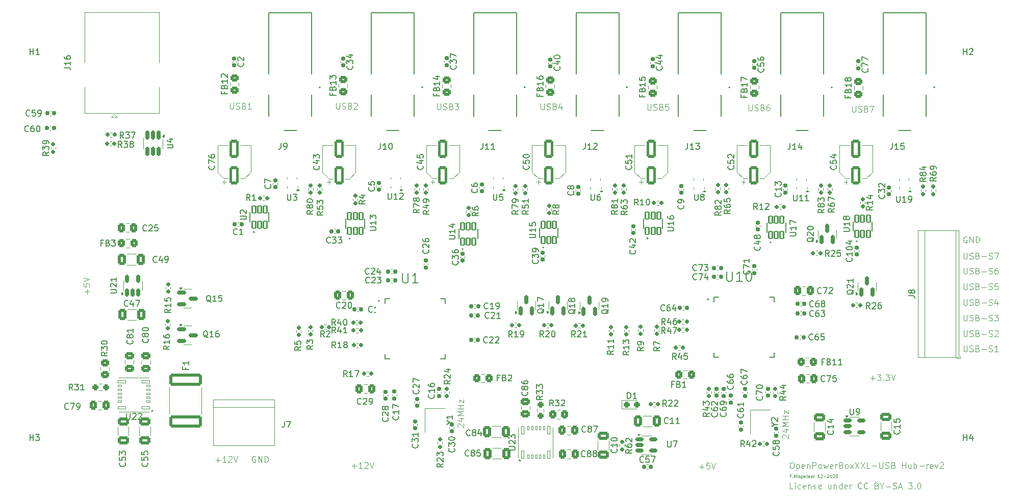
<source format=gbr>
%TF.GenerationSoftware,KiCad,Pcbnew,8.0.1*%
%TF.CreationDate,2025-12-10T21:43:10+01:00*%
%TF.ProjectId,USB2hub,55534232-6875-4622-9e6b-696361645f70,rev?*%
%TF.SameCoordinates,Original*%
%TF.FileFunction,Legend,Top*%
%TF.FilePolarity,Positive*%
%FSLAX46Y46*%
G04 Gerber Fmt 4.6, Leading zero omitted, Abs format (unit mm)*
G04 Created by KiCad (PCBNEW 8.0.1) date 2025-12-10 21:43:10*
%MOMM*%
%LPD*%
G01*
G04 APERTURE LIST*
G04 Aperture macros list*
%AMRoundRect*
0 Rectangle with rounded corners*
0 $1 Rounding radius*
0 $2 $3 $4 $5 $6 $7 $8 $9 X,Y pos of 4 corners*
0 Add a 4 corners polygon primitive as box body*
4,1,4,$2,$3,$4,$5,$6,$7,$8,$9,$2,$3,0*
0 Add four circle primitives for the rounded corners*
1,1,$1+$1,$2,$3*
1,1,$1+$1,$4,$5*
1,1,$1+$1,$6,$7*
1,1,$1+$1,$8,$9*
0 Add four rect primitives between the rounded corners*
20,1,$1+$1,$2,$3,$4,$5,0*
20,1,$1+$1,$4,$5,$6,$7,0*
20,1,$1+$1,$6,$7,$8,$9,0*
20,1,$1+$1,$8,$9,$2,$3,0*%
%AMFreePoly0*
4,1,13,0.750000,1.250000,1.250000,1.250000,1.250000,-1.250000,0.750000,-1.250000,0.750000,-2.300000,-0.750000,-2.300000,-0.750000,-1.250000,-1.250000,-1.250000,-1.250000,1.250000,-0.750000,1.250000,-0.750000,2.300000,0.750000,2.300000,0.750000,1.250000,0.750000,1.250000,$1*%
G04 Aperture macros list end*
%ADD10C,0.100000*%
%ADD11C,0.150000*%
%ADD12C,0.120000*%
%ADD13C,0.127000*%
%ADD14C,0.200000*%
%ADD15C,0.010000*%
%ADD16RoundRect,0.155000X0.212500X0.155000X-0.212500X0.155000X-0.212500X-0.155000X0.212500X-0.155000X0*%
%ADD17RoundRect,0.250000X-0.337500X-0.475000X0.337500X-0.475000X0.337500X0.475000X-0.337500X0.475000X0*%
%ADD18R,1.458000X1.458000*%
%ADD19C,1.458000*%
%ADD20C,2.775000*%
%ADD21RoundRect,0.237500X0.237500X-0.250000X0.237500X0.250000X-0.237500X0.250000X-0.237500X-0.250000X0*%
%ADD22RoundRect,0.155000X-0.155000X0.212500X-0.155000X-0.212500X0.155000X-0.212500X0.155000X0.212500X0*%
%ADD23RoundRect,0.160000X-0.197500X-0.160000X0.197500X-0.160000X0.197500X0.160000X-0.197500X0.160000X0*%
%ADD24RoundRect,0.155000X0.155000X-0.212500X0.155000X0.212500X-0.155000X0.212500X-0.155000X-0.212500X0*%
%ADD25C,0.804000*%
%ADD26RoundRect,0.050000X0.200000X-0.650000X0.200000X0.650000X-0.200000X0.650000X-0.200000X-0.650000X0*%
%ADD27RoundRect,0.050050X0.124950X-0.299950X0.124950X0.299950X-0.124950X0.299950X-0.124950X-0.299950X0*%
%ADD28C,0.600000*%
%ADD29FreePoly0,90.000000*%
%ADD30RoundRect,0.160000X-0.160000X0.197500X-0.160000X-0.197500X0.160000X-0.197500X0.160000X0.197500X0*%
%ADD31RoundRect,0.250000X0.550000X-1.250000X0.550000X1.250000X-0.550000X1.250000X-0.550000X-1.250000X0*%
%ADD32R,3.000000X3.000000*%
%ADD33C,3.000000*%
%ADD34R,1.200000X1.400000*%
%ADD35RoundRect,0.250000X0.337500X0.475000X-0.337500X0.475000X-0.337500X-0.475000X0.337500X-0.475000X0*%
%ADD36RoundRect,0.155000X-0.212500X-0.155000X0.212500X-0.155000X0.212500X0.155000X-0.212500X0.155000X0*%
%ADD37RoundRect,0.160000X0.160000X-0.197500X0.160000X0.197500X-0.160000X0.197500X-0.160000X-0.197500X0*%
%ADD38RoundRect,0.250000X0.412500X0.650000X-0.412500X0.650000X-0.412500X-0.650000X0.412500X-0.650000X0*%
%ADD39RoundRect,0.250000X0.475000X-0.337500X0.475000X0.337500X-0.475000X0.337500X-0.475000X-0.337500X0*%
%ADD40R,0.663000X0.225000*%
%ADD41R,0.563000X0.225000*%
%ADD42R,0.225000X0.563000*%
%ADD43C,3.600000*%
%ADD44C,6.400000*%
%ADD45RoundRect,0.250000X-0.650000X0.412500X-0.650000X-0.412500X0.650000X-0.412500X0.650000X0.412500X0*%
%ADD46R,2.100000X2.100000*%
%ADD47C,2.100000*%
%ADD48RoundRect,0.250000X-0.412500X-0.650000X0.412500X-0.650000X0.412500X0.650000X-0.412500X0.650000X0*%
%ADD49RoundRect,0.160000X0.197500X0.160000X-0.197500X0.160000X-0.197500X-0.160000X0.197500X-0.160000X0*%
%ADD50RoundRect,0.250000X0.450000X-0.325000X0.450000X0.325000X-0.450000X0.325000X-0.450000X-0.325000X0*%
%ADD51RoundRect,0.150000X0.150000X-0.587500X0.150000X0.587500X-0.150000X0.587500X-0.150000X-0.587500X0*%
%ADD52RoundRect,0.098000X0.294000X-0.609000X0.294000X0.609000X-0.294000X0.609000X-0.294000X-0.609000X0*%
%ADD53RoundRect,0.150000X-0.587500X-0.150000X0.587500X-0.150000X0.587500X0.150000X-0.587500X0.150000X0*%
%ADD54RoundRect,0.250000X0.325000X0.450000X-0.325000X0.450000X-0.325000X-0.450000X0.325000X-0.450000X0*%
%ADD55RoundRect,0.250000X-0.450000X0.350000X-0.450000X-0.350000X0.450000X-0.350000X0.450000X0.350000X0*%
%ADD56RoundRect,0.250000X-0.475000X0.337500X-0.475000X-0.337500X0.475000X-0.337500X0.475000X0.337500X0*%
%ADD57RoundRect,0.250000X-0.325000X-0.450000X0.325000X-0.450000X0.325000X0.450000X-0.325000X0.450000X0*%
%ADD58RoundRect,0.050000X0.650000X0.200000X-0.650000X0.200000X-0.650000X-0.200000X0.650000X-0.200000X0*%
%ADD59RoundRect,0.050050X0.299950X0.124950X-0.299950X0.124950X-0.299950X-0.124950X0.299950X-0.124950X0*%
%ADD60FreePoly0,180.000000*%
%ADD61RoundRect,0.250001X-2.474999X0.799999X-2.474999X-0.799999X2.474999X-0.799999X2.474999X0.799999X0*%
%ADD62R,1.700000X1.700000*%
%ADD63C,1.700000*%
%ADD64C,3.500000*%
%ADD65RoundRect,0.250000X0.350000X0.450000X-0.350000X0.450000X-0.350000X-0.450000X0.350000X-0.450000X0*%
%ADD66RoundRect,0.150000X0.150000X-0.512500X0.150000X0.512500X-0.150000X0.512500X-0.150000X-0.512500X0*%
%ADD67RoundRect,0.150000X-0.512500X-0.150000X0.512500X-0.150000X0.512500X0.150000X-0.512500X0.150000X0*%
%ADD68RoundRect,0.237500X0.250000X0.237500X-0.250000X0.237500X-0.250000X-0.237500X0.250000X-0.237500X0*%
%ADD69RoundRect,0.162500X-0.162500X0.617500X-0.162500X-0.617500X0.162500X-0.617500X0.162500X0.617500X0*%
%ADD70RoundRect,0.237500X-0.287500X-0.237500X0.287500X-0.237500X0.287500X0.237500X-0.287500X0.237500X0*%
G04 APERTURE END LIST*
D10*
X92667657Y-86143734D02*
X92620038Y-86096115D01*
X92620038Y-86096115D02*
X92572419Y-86000877D01*
X92572419Y-86000877D02*
X92572419Y-85762782D01*
X92572419Y-85762782D02*
X92620038Y-85667544D01*
X92620038Y-85667544D02*
X92667657Y-85619925D01*
X92667657Y-85619925D02*
X92762895Y-85572306D01*
X92762895Y-85572306D02*
X92858133Y-85572306D01*
X92858133Y-85572306D02*
X93000990Y-85619925D01*
X93000990Y-85619925D02*
X93572419Y-86191353D01*
X93572419Y-86191353D02*
X93572419Y-85572306D01*
X92905752Y-84715163D02*
X93572419Y-84715163D01*
X92524800Y-84953258D02*
X93239085Y-85191353D01*
X93239085Y-85191353D02*
X93239085Y-84572306D01*
X93572419Y-84191353D02*
X92572419Y-84191353D01*
X92572419Y-84191353D02*
X93286704Y-83858020D01*
X93286704Y-83858020D02*
X92572419Y-83524687D01*
X92572419Y-83524687D02*
X93572419Y-83524687D01*
X93572419Y-83048496D02*
X92572419Y-83048496D01*
X93048609Y-83048496D02*
X93048609Y-82477068D01*
X93572419Y-82477068D02*
X92572419Y-82477068D01*
X92905752Y-82096115D02*
X92905752Y-81572306D01*
X92905752Y-81572306D02*
X93572419Y-82096115D01*
X93572419Y-82096115D02*
X93572419Y-81572306D01*
X31091466Y-63996115D02*
X31091466Y-63234211D01*
X31472419Y-63615163D02*
X30710514Y-63615163D01*
X30472419Y-62281830D02*
X30472419Y-62758020D01*
X30472419Y-62758020D02*
X30948609Y-62805639D01*
X30948609Y-62805639D02*
X30900990Y-62758020D01*
X30900990Y-62758020D02*
X30853371Y-62662782D01*
X30853371Y-62662782D02*
X30853371Y-62424687D01*
X30853371Y-62424687D02*
X30900990Y-62329449D01*
X30900990Y-62329449D02*
X30948609Y-62281830D01*
X30948609Y-62281830D02*
X31043847Y-62234211D01*
X31043847Y-62234211D02*
X31281942Y-62234211D01*
X31281942Y-62234211D02*
X31377180Y-62281830D01*
X31377180Y-62281830D02*
X31424800Y-62329449D01*
X31424800Y-62329449D02*
X31472419Y-62424687D01*
X31472419Y-62424687D02*
X31472419Y-62662782D01*
X31472419Y-62662782D02*
X31424800Y-62758020D01*
X31424800Y-62758020D02*
X31377180Y-62805639D01*
X30472419Y-61948496D02*
X31472419Y-61615163D01*
X31472419Y-61615163D02*
X30472419Y-61281830D01*
X132703884Y-92691466D02*
X133465789Y-92691466D01*
X133084836Y-93072419D02*
X133084836Y-92310514D01*
X134418169Y-92072419D02*
X133941979Y-92072419D01*
X133941979Y-92072419D02*
X133894360Y-92548609D01*
X133894360Y-92548609D02*
X133941979Y-92500990D01*
X133941979Y-92500990D02*
X134037217Y-92453371D01*
X134037217Y-92453371D02*
X134275312Y-92453371D01*
X134275312Y-92453371D02*
X134370550Y-92500990D01*
X134370550Y-92500990D02*
X134418169Y-92548609D01*
X134418169Y-92548609D02*
X134465788Y-92643847D01*
X134465788Y-92643847D02*
X134465788Y-92881942D01*
X134465788Y-92881942D02*
X134418169Y-92977180D01*
X134418169Y-92977180D02*
X134370550Y-93024800D01*
X134370550Y-93024800D02*
X134275312Y-93072419D01*
X134275312Y-93072419D02*
X134037217Y-93072419D01*
X134037217Y-93072419D02*
X133941979Y-93024800D01*
X133941979Y-93024800D02*
X133894360Y-92977180D01*
X134751503Y-92072419D02*
X135084836Y-93072419D01*
X135084836Y-93072419D02*
X135418169Y-92072419D01*
X124103884Y-32472419D02*
X124103884Y-33281942D01*
X124103884Y-33281942D02*
X124151503Y-33377180D01*
X124151503Y-33377180D02*
X124199122Y-33424800D01*
X124199122Y-33424800D02*
X124294360Y-33472419D01*
X124294360Y-33472419D02*
X124484836Y-33472419D01*
X124484836Y-33472419D02*
X124580074Y-33424800D01*
X124580074Y-33424800D02*
X124627693Y-33377180D01*
X124627693Y-33377180D02*
X124675312Y-33281942D01*
X124675312Y-33281942D02*
X124675312Y-32472419D01*
X125103884Y-33424800D02*
X125246741Y-33472419D01*
X125246741Y-33472419D02*
X125484836Y-33472419D01*
X125484836Y-33472419D02*
X125580074Y-33424800D01*
X125580074Y-33424800D02*
X125627693Y-33377180D01*
X125627693Y-33377180D02*
X125675312Y-33281942D01*
X125675312Y-33281942D02*
X125675312Y-33186704D01*
X125675312Y-33186704D02*
X125627693Y-33091466D01*
X125627693Y-33091466D02*
X125580074Y-33043847D01*
X125580074Y-33043847D02*
X125484836Y-32996228D01*
X125484836Y-32996228D02*
X125294360Y-32948609D01*
X125294360Y-32948609D02*
X125199122Y-32900990D01*
X125199122Y-32900990D02*
X125151503Y-32853371D01*
X125151503Y-32853371D02*
X125103884Y-32758133D01*
X125103884Y-32758133D02*
X125103884Y-32662895D01*
X125103884Y-32662895D02*
X125151503Y-32567657D01*
X125151503Y-32567657D02*
X125199122Y-32520038D01*
X125199122Y-32520038D02*
X125294360Y-32472419D01*
X125294360Y-32472419D02*
X125532455Y-32472419D01*
X125532455Y-32472419D02*
X125675312Y-32520038D01*
X126437217Y-32948609D02*
X126580074Y-32996228D01*
X126580074Y-32996228D02*
X126627693Y-33043847D01*
X126627693Y-33043847D02*
X126675312Y-33139085D01*
X126675312Y-33139085D02*
X126675312Y-33281942D01*
X126675312Y-33281942D02*
X126627693Y-33377180D01*
X126627693Y-33377180D02*
X126580074Y-33424800D01*
X126580074Y-33424800D02*
X126484836Y-33472419D01*
X126484836Y-33472419D02*
X126103884Y-33472419D01*
X126103884Y-33472419D02*
X126103884Y-32472419D01*
X126103884Y-32472419D02*
X126437217Y-32472419D01*
X126437217Y-32472419D02*
X126532455Y-32520038D01*
X126532455Y-32520038D02*
X126580074Y-32567657D01*
X126580074Y-32567657D02*
X126627693Y-32662895D01*
X126627693Y-32662895D02*
X126627693Y-32758133D01*
X126627693Y-32758133D02*
X126580074Y-32853371D01*
X126580074Y-32853371D02*
X126532455Y-32900990D01*
X126532455Y-32900990D02*
X126437217Y-32948609D01*
X126437217Y-32948609D02*
X126103884Y-32948609D01*
X127580074Y-32472419D02*
X127103884Y-32472419D01*
X127103884Y-32472419D02*
X127056265Y-32948609D01*
X127056265Y-32948609D02*
X127103884Y-32900990D01*
X127103884Y-32900990D02*
X127199122Y-32853371D01*
X127199122Y-32853371D02*
X127437217Y-32853371D01*
X127437217Y-32853371D02*
X127532455Y-32900990D01*
X127532455Y-32900990D02*
X127580074Y-32948609D01*
X127580074Y-32948609D02*
X127627693Y-33043847D01*
X127627693Y-33043847D02*
X127627693Y-33281942D01*
X127627693Y-33281942D02*
X127580074Y-33377180D01*
X127580074Y-33377180D02*
X127532455Y-33424800D01*
X127532455Y-33424800D02*
X127437217Y-33472419D01*
X127437217Y-33472419D02*
X127199122Y-33472419D01*
X127199122Y-33472419D02*
X127103884Y-33424800D01*
X127103884Y-33424800D02*
X127056265Y-33377180D01*
X54803884Y-32272419D02*
X54803884Y-33081942D01*
X54803884Y-33081942D02*
X54851503Y-33177180D01*
X54851503Y-33177180D02*
X54899122Y-33224800D01*
X54899122Y-33224800D02*
X54994360Y-33272419D01*
X54994360Y-33272419D02*
X55184836Y-33272419D01*
X55184836Y-33272419D02*
X55280074Y-33224800D01*
X55280074Y-33224800D02*
X55327693Y-33177180D01*
X55327693Y-33177180D02*
X55375312Y-33081942D01*
X55375312Y-33081942D02*
X55375312Y-32272419D01*
X55803884Y-33224800D02*
X55946741Y-33272419D01*
X55946741Y-33272419D02*
X56184836Y-33272419D01*
X56184836Y-33272419D02*
X56280074Y-33224800D01*
X56280074Y-33224800D02*
X56327693Y-33177180D01*
X56327693Y-33177180D02*
X56375312Y-33081942D01*
X56375312Y-33081942D02*
X56375312Y-32986704D01*
X56375312Y-32986704D02*
X56327693Y-32891466D01*
X56327693Y-32891466D02*
X56280074Y-32843847D01*
X56280074Y-32843847D02*
X56184836Y-32796228D01*
X56184836Y-32796228D02*
X55994360Y-32748609D01*
X55994360Y-32748609D02*
X55899122Y-32700990D01*
X55899122Y-32700990D02*
X55851503Y-32653371D01*
X55851503Y-32653371D02*
X55803884Y-32558133D01*
X55803884Y-32558133D02*
X55803884Y-32462895D01*
X55803884Y-32462895D02*
X55851503Y-32367657D01*
X55851503Y-32367657D02*
X55899122Y-32320038D01*
X55899122Y-32320038D02*
X55994360Y-32272419D01*
X55994360Y-32272419D02*
X56232455Y-32272419D01*
X56232455Y-32272419D02*
X56375312Y-32320038D01*
X57137217Y-32748609D02*
X57280074Y-32796228D01*
X57280074Y-32796228D02*
X57327693Y-32843847D01*
X57327693Y-32843847D02*
X57375312Y-32939085D01*
X57375312Y-32939085D02*
X57375312Y-33081942D01*
X57375312Y-33081942D02*
X57327693Y-33177180D01*
X57327693Y-33177180D02*
X57280074Y-33224800D01*
X57280074Y-33224800D02*
X57184836Y-33272419D01*
X57184836Y-33272419D02*
X56803884Y-33272419D01*
X56803884Y-33272419D02*
X56803884Y-32272419D01*
X56803884Y-32272419D02*
X57137217Y-32272419D01*
X57137217Y-32272419D02*
X57232455Y-32320038D01*
X57232455Y-32320038D02*
X57280074Y-32367657D01*
X57280074Y-32367657D02*
X57327693Y-32462895D01*
X57327693Y-32462895D02*
X57327693Y-32558133D01*
X57327693Y-32558133D02*
X57280074Y-32653371D01*
X57280074Y-32653371D02*
X57232455Y-32700990D01*
X57232455Y-32700990D02*
X57137217Y-32748609D01*
X57137217Y-32748609D02*
X56803884Y-32748609D01*
X58327693Y-33272419D02*
X57756265Y-33272419D01*
X58041979Y-33272419D02*
X58041979Y-32272419D01*
X58041979Y-32272419D02*
X57946741Y-32415276D01*
X57946741Y-32415276D02*
X57851503Y-32510514D01*
X57851503Y-32510514D02*
X57756265Y-32558133D01*
X176603884Y-57172419D02*
X176603884Y-57981942D01*
X176603884Y-57981942D02*
X176651503Y-58077180D01*
X176651503Y-58077180D02*
X176699122Y-58124800D01*
X176699122Y-58124800D02*
X176794360Y-58172419D01*
X176794360Y-58172419D02*
X176984836Y-58172419D01*
X176984836Y-58172419D02*
X177080074Y-58124800D01*
X177080074Y-58124800D02*
X177127693Y-58077180D01*
X177127693Y-58077180D02*
X177175312Y-57981942D01*
X177175312Y-57981942D02*
X177175312Y-57172419D01*
X177603884Y-58124800D02*
X177746741Y-58172419D01*
X177746741Y-58172419D02*
X177984836Y-58172419D01*
X177984836Y-58172419D02*
X178080074Y-58124800D01*
X178080074Y-58124800D02*
X178127693Y-58077180D01*
X178127693Y-58077180D02*
X178175312Y-57981942D01*
X178175312Y-57981942D02*
X178175312Y-57886704D01*
X178175312Y-57886704D02*
X178127693Y-57791466D01*
X178127693Y-57791466D02*
X178080074Y-57743847D01*
X178080074Y-57743847D02*
X177984836Y-57696228D01*
X177984836Y-57696228D02*
X177794360Y-57648609D01*
X177794360Y-57648609D02*
X177699122Y-57600990D01*
X177699122Y-57600990D02*
X177651503Y-57553371D01*
X177651503Y-57553371D02*
X177603884Y-57458133D01*
X177603884Y-57458133D02*
X177603884Y-57362895D01*
X177603884Y-57362895D02*
X177651503Y-57267657D01*
X177651503Y-57267657D02*
X177699122Y-57220038D01*
X177699122Y-57220038D02*
X177794360Y-57172419D01*
X177794360Y-57172419D02*
X178032455Y-57172419D01*
X178032455Y-57172419D02*
X178175312Y-57220038D01*
X178937217Y-57648609D02*
X179080074Y-57696228D01*
X179080074Y-57696228D02*
X179127693Y-57743847D01*
X179127693Y-57743847D02*
X179175312Y-57839085D01*
X179175312Y-57839085D02*
X179175312Y-57981942D01*
X179175312Y-57981942D02*
X179127693Y-58077180D01*
X179127693Y-58077180D02*
X179080074Y-58124800D01*
X179080074Y-58124800D02*
X178984836Y-58172419D01*
X178984836Y-58172419D02*
X178603884Y-58172419D01*
X178603884Y-58172419D02*
X178603884Y-57172419D01*
X178603884Y-57172419D02*
X178937217Y-57172419D01*
X178937217Y-57172419D02*
X179032455Y-57220038D01*
X179032455Y-57220038D02*
X179080074Y-57267657D01*
X179080074Y-57267657D02*
X179127693Y-57362895D01*
X179127693Y-57362895D02*
X179127693Y-57458133D01*
X179127693Y-57458133D02*
X179080074Y-57553371D01*
X179080074Y-57553371D02*
X179032455Y-57600990D01*
X179032455Y-57600990D02*
X178937217Y-57648609D01*
X178937217Y-57648609D02*
X178603884Y-57648609D01*
X179603884Y-57791466D02*
X180365789Y-57791466D01*
X180794360Y-58124800D02*
X180937217Y-58172419D01*
X180937217Y-58172419D02*
X181175312Y-58172419D01*
X181175312Y-58172419D02*
X181270550Y-58124800D01*
X181270550Y-58124800D02*
X181318169Y-58077180D01*
X181318169Y-58077180D02*
X181365788Y-57981942D01*
X181365788Y-57981942D02*
X181365788Y-57886704D01*
X181365788Y-57886704D02*
X181318169Y-57791466D01*
X181318169Y-57791466D02*
X181270550Y-57743847D01*
X181270550Y-57743847D02*
X181175312Y-57696228D01*
X181175312Y-57696228D02*
X180984836Y-57648609D01*
X180984836Y-57648609D02*
X180889598Y-57600990D01*
X180889598Y-57600990D02*
X180841979Y-57553371D01*
X180841979Y-57553371D02*
X180794360Y-57458133D01*
X180794360Y-57458133D02*
X180794360Y-57362895D01*
X180794360Y-57362895D02*
X180841979Y-57267657D01*
X180841979Y-57267657D02*
X180889598Y-57220038D01*
X180889598Y-57220038D02*
X180984836Y-57172419D01*
X180984836Y-57172419D02*
X181222931Y-57172419D01*
X181222931Y-57172419D02*
X181365788Y-57220038D01*
X181699122Y-57172419D02*
X182365788Y-57172419D01*
X182365788Y-57172419D02*
X181937217Y-58172419D01*
X158103884Y-32772419D02*
X158103884Y-33581942D01*
X158103884Y-33581942D02*
X158151503Y-33677180D01*
X158151503Y-33677180D02*
X158199122Y-33724800D01*
X158199122Y-33724800D02*
X158294360Y-33772419D01*
X158294360Y-33772419D02*
X158484836Y-33772419D01*
X158484836Y-33772419D02*
X158580074Y-33724800D01*
X158580074Y-33724800D02*
X158627693Y-33677180D01*
X158627693Y-33677180D02*
X158675312Y-33581942D01*
X158675312Y-33581942D02*
X158675312Y-32772419D01*
X159103884Y-33724800D02*
X159246741Y-33772419D01*
X159246741Y-33772419D02*
X159484836Y-33772419D01*
X159484836Y-33772419D02*
X159580074Y-33724800D01*
X159580074Y-33724800D02*
X159627693Y-33677180D01*
X159627693Y-33677180D02*
X159675312Y-33581942D01*
X159675312Y-33581942D02*
X159675312Y-33486704D01*
X159675312Y-33486704D02*
X159627693Y-33391466D01*
X159627693Y-33391466D02*
X159580074Y-33343847D01*
X159580074Y-33343847D02*
X159484836Y-33296228D01*
X159484836Y-33296228D02*
X159294360Y-33248609D01*
X159294360Y-33248609D02*
X159199122Y-33200990D01*
X159199122Y-33200990D02*
X159151503Y-33153371D01*
X159151503Y-33153371D02*
X159103884Y-33058133D01*
X159103884Y-33058133D02*
X159103884Y-32962895D01*
X159103884Y-32962895D02*
X159151503Y-32867657D01*
X159151503Y-32867657D02*
X159199122Y-32820038D01*
X159199122Y-32820038D02*
X159294360Y-32772419D01*
X159294360Y-32772419D02*
X159532455Y-32772419D01*
X159532455Y-32772419D02*
X159675312Y-32820038D01*
X160437217Y-33248609D02*
X160580074Y-33296228D01*
X160580074Y-33296228D02*
X160627693Y-33343847D01*
X160627693Y-33343847D02*
X160675312Y-33439085D01*
X160675312Y-33439085D02*
X160675312Y-33581942D01*
X160675312Y-33581942D02*
X160627693Y-33677180D01*
X160627693Y-33677180D02*
X160580074Y-33724800D01*
X160580074Y-33724800D02*
X160484836Y-33772419D01*
X160484836Y-33772419D02*
X160103884Y-33772419D01*
X160103884Y-33772419D02*
X160103884Y-32772419D01*
X160103884Y-32772419D02*
X160437217Y-32772419D01*
X160437217Y-32772419D02*
X160532455Y-32820038D01*
X160532455Y-32820038D02*
X160580074Y-32867657D01*
X160580074Y-32867657D02*
X160627693Y-32962895D01*
X160627693Y-32962895D02*
X160627693Y-33058133D01*
X160627693Y-33058133D02*
X160580074Y-33153371D01*
X160580074Y-33153371D02*
X160532455Y-33200990D01*
X160532455Y-33200990D02*
X160437217Y-33248609D01*
X160437217Y-33248609D02*
X160103884Y-33248609D01*
X161008646Y-32772419D02*
X161675312Y-32772419D01*
X161675312Y-32772419D02*
X161246741Y-33772419D01*
X75003884Y-92591466D02*
X75765789Y-92591466D01*
X75384836Y-92972419D02*
X75384836Y-92210514D01*
X76765788Y-92972419D02*
X76194360Y-92972419D01*
X76480074Y-92972419D02*
X76480074Y-91972419D01*
X76480074Y-91972419D02*
X76384836Y-92115276D01*
X76384836Y-92115276D02*
X76289598Y-92210514D01*
X76289598Y-92210514D02*
X76194360Y-92258133D01*
X77146741Y-92067657D02*
X77194360Y-92020038D01*
X77194360Y-92020038D02*
X77289598Y-91972419D01*
X77289598Y-91972419D02*
X77527693Y-91972419D01*
X77527693Y-91972419D02*
X77622931Y-92020038D01*
X77622931Y-92020038D02*
X77670550Y-92067657D01*
X77670550Y-92067657D02*
X77718169Y-92162895D01*
X77718169Y-92162895D02*
X77718169Y-92258133D01*
X77718169Y-92258133D02*
X77670550Y-92400990D01*
X77670550Y-92400990D02*
X77099122Y-92972419D01*
X77099122Y-92972419D02*
X77718169Y-92972419D01*
X78003884Y-91972419D02*
X78337217Y-92972419D01*
X78337217Y-92972419D02*
X78670550Y-91972419D01*
X176603884Y-62272419D02*
X176603884Y-63081942D01*
X176603884Y-63081942D02*
X176651503Y-63177180D01*
X176651503Y-63177180D02*
X176699122Y-63224800D01*
X176699122Y-63224800D02*
X176794360Y-63272419D01*
X176794360Y-63272419D02*
X176984836Y-63272419D01*
X176984836Y-63272419D02*
X177080074Y-63224800D01*
X177080074Y-63224800D02*
X177127693Y-63177180D01*
X177127693Y-63177180D02*
X177175312Y-63081942D01*
X177175312Y-63081942D02*
X177175312Y-62272419D01*
X177603884Y-63224800D02*
X177746741Y-63272419D01*
X177746741Y-63272419D02*
X177984836Y-63272419D01*
X177984836Y-63272419D02*
X178080074Y-63224800D01*
X178080074Y-63224800D02*
X178127693Y-63177180D01*
X178127693Y-63177180D02*
X178175312Y-63081942D01*
X178175312Y-63081942D02*
X178175312Y-62986704D01*
X178175312Y-62986704D02*
X178127693Y-62891466D01*
X178127693Y-62891466D02*
X178080074Y-62843847D01*
X178080074Y-62843847D02*
X177984836Y-62796228D01*
X177984836Y-62796228D02*
X177794360Y-62748609D01*
X177794360Y-62748609D02*
X177699122Y-62700990D01*
X177699122Y-62700990D02*
X177651503Y-62653371D01*
X177651503Y-62653371D02*
X177603884Y-62558133D01*
X177603884Y-62558133D02*
X177603884Y-62462895D01*
X177603884Y-62462895D02*
X177651503Y-62367657D01*
X177651503Y-62367657D02*
X177699122Y-62320038D01*
X177699122Y-62320038D02*
X177794360Y-62272419D01*
X177794360Y-62272419D02*
X178032455Y-62272419D01*
X178032455Y-62272419D02*
X178175312Y-62320038D01*
X178937217Y-62748609D02*
X179080074Y-62796228D01*
X179080074Y-62796228D02*
X179127693Y-62843847D01*
X179127693Y-62843847D02*
X179175312Y-62939085D01*
X179175312Y-62939085D02*
X179175312Y-63081942D01*
X179175312Y-63081942D02*
X179127693Y-63177180D01*
X179127693Y-63177180D02*
X179080074Y-63224800D01*
X179080074Y-63224800D02*
X178984836Y-63272419D01*
X178984836Y-63272419D02*
X178603884Y-63272419D01*
X178603884Y-63272419D02*
X178603884Y-62272419D01*
X178603884Y-62272419D02*
X178937217Y-62272419D01*
X178937217Y-62272419D02*
X179032455Y-62320038D01*
X179032455Y-62320038D02*
X179080074Y-62367657D01*
X179080074Y-62367657D02*
X179127693Y-62462895D01*
X179127693Y-62462895D02*
X179127693Y-62558133D01*
X179127693Y-62558133D02*
X179080074Y-62653371D01*
X179080074Y-62653371D02*
X179032455Y-62700990D01*
X179032455Y-62700990D02*
X178937217Y-62748609D01*
X178937217Y-62748609D02*
X178603884Y-62748609D01*
X179603884Y-62891466D02*
X180365789Y-62891466D01*
X180794360Y-63224800D02*
X180937217Y-63272419D01*
X180937217Y-63272419D02*
X181175312Y-63272419D01*
X181175312Y-63272419D02*
X181270550Y-63224800D01*
X181270550Y-63224800D02*
X181318169Y-63177180D01*
X181318169Y-63177180D02*
X181365788Y-63081942D01*
X181365788Y-63081942D02*
X181365788Y-62986704D01*
X181365788Y-62986704D02*
X181318169Y-62891466D01*
X181318169Y-62891466D02*
X181270550Y-62843847D01*
X181270550Y-62843847D02*
X181175312Y-62796228D01*
X181175312Y-62796228D02*
X180984836Y-62748609D01*
X180984836Y-62748609D02*
X180889598Y-62700990D01*
X180889598Y-62700990D02*
X180841979Y-62653371D01*
X180841979Y-62653371D02*
X180794360Y-62558133D01*
X180794360Y-62558133D02*
X180794360Y-62462895D01*
X180794360Y-62462895D02*
X180841979Y-62367657D01*
X180841979Y-62367657D02*
X180889598Y-62320038D01*
X180889598Y-62320038D02*
X180984836Y-62272419D01*
X180984836Y-62272419D02*
X181222931Y-62272419D01*
X181222931Y-62272419D02*
X181365788Y-62320038D01*
X182270550Y-62272419D02*
X181794360Y-62272419D01*
X181794360Y-62272419D02*
X181746741Y-62748609D01*
X181746741Y-62748609D02*
X181794360Y-62700990D01*
X181794360Y-62700990D02*
X181889598Y-62653371D01*
X181889598Y-62653371D02*
X182127693Y-62653371D01*
X182127693Y-62653371D02*
X182222931Y-62700990D01*
X182222931Y-62700990D02*
X182270550Y-62748609D01*
X182270550Y-62748609D02*
X182318169Y-62843847D01*
X182318169Y-62843847D02*
X182318169Y-63081942D01*
X182318169Y-63081942D02*
X182270550Y-63177180D01*
X182270550Y-63177180D02*
X182222931Y-63224800D01*
X182222931Y-63224800D02*
X182127693Y-63272419D01*
X182127693Y-63272419D02*
X181889598Y-63272419D01*
X181889598Y-63272419D02*
X181794360Y-63224800D01*
X181794360Y-63224800D02*
X181746741Y-63177180D01*
X176603884Y-67472419D02*
X176603884Y-68281942D01*
X176603884Y-68281942D02*
X176651503Y-68377180D01*
X176651503Y-68377180D02*
X176699122Y-68424800D01*
X176699122Y-68424800D02*
X176794360Y-68472419D01*
X176794360Y-68472419D02*
X176984836Y-68472419D01*
X176984836Y-68472419D02*
X177080074Y-68424800D01*
X177080074Y-68424800D02*
X177127693Y-68377180D01*
X177127693Y-68377180D02*
X177175312Y-68281942D01*
X177175312Y-68281942D02*
X177175312Y-67472419D01*
X177603884Y-68424800D02*
X177746741Y-68472419D01*
X177746741Y-68472419D02*
X177984836Y-68472419D01*
X177984836Y-68472419D02*
X178080074Y-68424800D01*
X178080074Y-68424800D02*
X178127693Y-68377180D01*
X178127693Y-68377180D02*
X178175312Y-68281942D01*
X178175312Y-68281942D02*
X178175312Y-68186704D01*
X178175312Y-68186704D02*
X178127693Y-68091466D01*
X178127693Y-68091466D02*
X178080074Y-68043847D01*
X178080074Y-68043847D02*
X177984836Y-67996228D01*
X177984836Y-67996228D02*
X177794360Y-67948609D01*
X177794360Y-67948609D02*
X177699122Y-67900990D01*
X177699122Y-67900990D02*
X177651503Y-67853371D01*
X177651503Y-67853371D02*
X177603884Y-67758133D01*
X177603884Y-67758133D02*
X177603884Y-67662895D01*
X177603884Y-67662895D02*
X177651503Y-67567657D01*
X177651503Y-67567657D02*
X177699122Y-67520038D01*
X177699122Y-67520038D02*
X177794360Y-67472419D01*
X177794360Y-67472419D02*
X178032455Y-67472419D01*
X178032455Y-67472419D02*
X178175312Y-67520038D01*
X178937217Y-67948609D02*
X179080074Y-67996228D01*
X179080074Y-67996228D02*
X179127693Y-68043847D01*
X179127693Y-68043847D02*
X179175312Y-68139085D01*
X179175312Y-68139085D02*
X179175312Y-68281942D01*
X179175312Y-68281942D02*
X179127693Y-68377180D01*
X179127693Y-68377180D02*
X179080074Y-68424800D01*
X179080074Y-68424800D02*
X178984836Y-68472419D01*
X178984836Y-68472419D02*
X178603884Y-68472419D01*
X178603884Y-68472419D02*
X178603884Y-67472419D01*
X178603884Y-67472419D02*
X178937217Y-67472419D01*
X178937217Y-67472419D02*
X179032455Y-67520038D01*
X179032455Y-67520038D02*
X179080074Y-67567657D01*
X179080074Y-67567657D02*
X179127693Y-67662895D01*
X179127693Y-67662895D02*
X179127693Y-67758133D01*
X179127693Y-67758133D02*
X179080074Y-67853371D01*
X179080074Y-67853371D02*
X179032455Y-67900990D01*
X179032455Y-67900990D02*
X178937217Y-67948609D01*
X178937217Y-67948609D02*
X178603884Y-67948609D01*
X179603884Y-68091466D02*
X180365789Y-68091466D01*
X180794360Y-68424800D02*
X180937217Y-68472419D01*
X180937217Y-68472419D02*
X181175312Y-68472419D01*
X181175312Y-68472419D02*
X181270550Y-68424800D01*
X181270550Y-68424800D02*
X181318169Y-68377180D01*
X181318169Y-68377180D02*
X181365788Y-68281942D01*
X181365788Y-68281942D02*
X181365788Y-68186704D01*
X181365788Y-68186704D02*
X181318169Y-68091466D01*
X181318169Y-68091466D02*
X181270550Y-68043847D01*
X181270550Y-68043847D02*
X181175312Y-67996228D01*
X181175312Y-67996228D02*
X180984836Y-67948609D01*
X180984836Y-67948609D02*
X180889598Y-67900990D01*
X180889598Y-67900990D02*
X180841979Y-67853371D01*
X180841979Y-67853371D02*
X180794360Y-67758133D01*
X180794360Y-67758133D02*
X180794360Y-67662895D01*
X180794360Y-67662895D02*
X180841979Y-67567657D01*
X180841979Y-67567657D02*
X180889598Y-67520038D01*
X180889598Y-67520038D02*
X180984836Y-67472419D01*
X180984836Y-67472419D02*
X181222931Y-67472419D01*
X181222931Y-67472419D02*
X181365788Y-67520038D01*
X181699122Y-67472419D02*
X182318169Y-67472419D01*
X182318169Y-67472419D02*
X181984836Y-67853371D01*
X181984836Y-67853371D02*
X182127693Y-67853371D01*
X182127693Y-67853371D02*
X182222931Y-67900990D01*
X182222931Y-67900990D02*
X182270550Y-67948609D01*
X182270550Y-67948609D02*
X182318169Y-68043847D01*
X182318169Y-68043847D02*
X182318169Y-68281942D01*
X182318169Y-68281942D02*
X182270550Y-68377180D01*
X182270550Y-68377180D02*
X182222931Y-68424800D01*
X182222931Y-68424800D02*
X182127693Y-68472419D01*
X182127693Y-68472419D02*
X181841979Y-68472419D01*
X181841979Y-68472419D02*
X181746741Y-68424800D01*
X181746741Y-68424800D02*
X181699122Y-68377180D01*
X147994360Y-91972419D02*
X148184836Y-91972419D01*
X148184836Y-91972419D02*
X148280074Y-92020038D01*
X148280074Y-92020038D02*
X148375312Y-92115276D01*
X148375312Y-92115276D02*
X148422931Y-92305752D01*
X148422931Y-92305752D02*
X148422931Y-92639085D01*
X148422931Y-92639085D02*
X148375312Y-92829561D01*
X148375312Y-92829561D02*
X148280074Y-92924800D01*
X148280074Y-92924800D02*
X148184836Y-92972419D01*
X148184836Y-92972419D02*
X147994360Y-92972419D01*
X147994360Y-92972419D02*
X147899122Y-92924800D01*
X147899122Y-92924800D02*
X147803884Y-92829561D01*
X147803884Y-92829561D02*
X147756265Y-92639085D01*
X147756265Y-92639085D02*
X147756265Y-92305752D01*
X147756265Y-92305752D02*
X147803884Y-92115276D01*
X147803884Y-92115276D02*
X147899122Y-92020038D01*
X147899122Y-92020038D02*
X147994360Y-91972419D01*
X148851503Y-92305752D02*
X148851503Y-93305752D01*
X148851503Y-92353371D02*
X148946741Y-92305752D01*
X148946741Y-92305752D02*
X149137217Y-92305752D01*
X149137217Y-92305752D02*
X149232455Y-92353371D01*
X149232455Y-92353371D02*
X149280074Y-92400990D01*
X149280074Y-92400990D02*
X149327693Y-92496228D01*
X149327693Y-92496228D02*
X149327693Y-92781942D01*
X149327693Y-92781942D02*
X149280074Y-92877180D01*
X149280074Y-92877180D02*
X149232455Y-92924800D01*
X149232455Y-92924800D02*
X149137217Y-92972419D01*
X149137217Y-92972419D02*
X148946741Y-92972419D01*
X148946741Y-92972419D02*
X148851503Y-92924800D01*
X150137217Y-92924800D02*
X150041979Y-92972419D01*
X150041979Y-92972419D02*
X149851503Y-92972419D01*
X149851503Y-92972419D02*
X149756265Y-92924800D01*
X149756265Y-92924800D02*
X149708646Y-92829561D01*
X149708646Y-92829561D02*
X149708646Y-92448609D01*
X149708646Y-92448609D02*
X149756265Y-92353371D01*
X149756265Y-92353371D02*
X149851503Y-92305752D01*
X149851503Y-92305752D02*
X150041979Y-92305752D01*
X150041979Y-92305752D02*
X150137217Y-92353371D01*
X150137217Y-92353371D02*
X150184836Y-92448609D01*
X150184836Y-92448609D02*
X150184836Y-92543847D01*
X150184836Y-92543847D02*
X149708646Y-92639085D01*
X150613408Y-92305752D02*
X150613408Y-92972419D01*
X150613408Y-92400990D02*
X150661027Y-92353371D01*
X150661027Y-92353371D02*
X150756265Y-92305752D01*
X150756265Y-92305752D02*
X150899122Y-92305752D01*
X150899122Y-92305752D02*
X150994360Y-92353371D01*
X150994360Y-92353371D02*
X151041979Y-92448609D01*
X151041979Y-92448609D02*
X151041979Y-92972419D01*
X151518170Y-92972419D02*
X151518170Y-91972419D01*
X151518170Y-91972419D02*
X151899122Y-91972419D01*
X151899122Y-91972419D02*
X151994360Y-92020038D01*
X151994360Y-92020038D02*
X152041979Y-92067657D01*
X152041979Y-92067657D02*
X152089598Y-92162895D01*
X152089598Y-92162895D02*
X152089598Y-92305752D01*
X152089598Y-92305752D02*
X152041979Y-92400990D01*
X152041979Y-92400990D02*
X151994360Y-92448609D01*
X151994360Y-92448609D02*
X151899122Y-92496228D01*
X151899122Y-92496228D02*
X151518170Y-92496228D01*
X152661027Y-92972419D02*
X152565789Y-92924800D01*
X152565789Y-92924800D02*
X152518170Y-92877180D01*
X152518170Y-92877180D02*
X152470551Y-92781942D01*
X152470551Y-92781942D02*
X152470551Y-92496228D01*
X152470551Y-92496228D02*
X152518170Y-92400990D01*
X152518170Y-92400990D02*
X152565789Y-92353371D01*
X152565789Y-92353371D02*
X152661027Y-92305752D01*
X152661027Y-92305752D02*
X152803884Y-92305752D01*
X152803884Y-92305752D02*
X152899122Y-92353371D01*
X152899122Y-92353371D02*
X152946741Y-92400990D01*
X152946741Y-92400990D02*
X152994360Y-92496228D01*
X152994360Y-92496228D02*
X152994360Y-92781942D01*
X152994360Y-92781942D02*
X152946741Y-92877180D01*
X152946741Y-92877180D02*
X152899122Y-92924800D01*
X152899122Y-92924800D02*
X152803884Y-92972419D01*
X152803884Y-92972419D02*
X152661027Y-92972419D01*
X153327694Y-92305752D02*
X153518170Y-92972419D01*
X153518170Y-92972419D02*
X153708646Y-92496228D01*
X153708646Y-92496228D02*
X153899122Y-92972419D01*
X153899122Y-92972419D02*
X154089598Y-92305752D01*
X154851503Y-92924800D02*
X154756265Y-92972419D01*
X154756265Y-92972419D02*
X154565789Y-92972419D01*
X154565789Y-92972419D02*
X154470551Y-92924800D01*
X154470551Y-92924800D02*
X154422932Y-92829561D01*
X154422932Y-92829561D02*
X154422932Y-92448609D01*
X154422932Y-92448609D02*
X154470551Y-92353371D01*
X154470551Y-92353371D02*
X154565789Y-92305752D01*
X154565789Y-92305752D02*
X154756265Y-92305752D01*
X154756265Y-92305752D02*
X154851503Y-92353371D01*
X154851503Y-92353371D02*
X154899122Y-92448609D01*
X154899122Y-92448609D02*
X154899122Y-92543847D01*
X154899122Y-92543847D02*
X154422932Y-92639085D01*
X155327694Y-92972419D02*
X155327694Y-92305752D01*
X155327694Y-92496228D02*
X155375313Y-92400990D01*
X155375313Y-92400990D02*
X155422932Y-92353371D01*
X155422932Y-92353371D02*
X155518170Y-92305752D01*
X155518170Y-92305752D02*
X155613408Y-92305752D01*
X156280075Y-92448609D02*
X156422932Y-92496228D01*
X156422932Y-92496228D02*
X156470551Y-92543847D01*
X156470551Y-92543847D02*
X156518170Y-92639085D01*
X156518170Y-92639085D02*
X156518170Y-92781942D01*
X156518170Y-92781942D02*
X156470551Y-92877180D01*
X156470551Y-92877180D02*
X156422932Y-92924800D01*
X156422932Y-92924800D02*
X156327694Y-92972419D01*
X156327694Y-92972419D02*
X155946742Y-92972419D01*
X155946742Y-92972419D02*
X155946742Y-91972419D01*
X155946742Y-91972419D02*
X156280075Y-91972419D01*
X156280075Y-91972419D02*
X156375313Y-92020038D01*
X156375313Y-92020038D02*
X156422932Y-92067657D01*
X156422932Y-92067657D02*
X156470551Y-92162895D01*
X156470551Y-92162895D02*
X156470551Y-92258133D01*
X156470551Y-92258133D02*
X156422932Y-92353371D01*
X156422932Y-92353371D02*
X156375313Y-92400990D01*
X156375313Y-92400990D02*
X156280075Y-92448609D01*
X156280075Y-92448609D02*
X155946742Y-92448609D01*
X157089599Y-92972419D02*
X156994361Y-92924800D01*
X156994361Y-92924800D02*
X156946742Y-92877180D01*
X156946742Y-92877180D02*
X156899123Y-92781942D01*
X156899123Y-92781942D02*
X156899123Y-92496228D01*
X156899123Y-92496228D02*
X156946742Y-92400990D01*
X156946742Y-92400990D02*
X156994361Y-92353371D01*
X156994361Y-92353371D02*
X157089599Y-92305752D01*
X157089599Y-92305752D02*
X157232456Y-92305752D01*
X157232456Y-92305752D02*
X157327694Y-92353371D01*
X157327694Y-92353371D02*
X157375313Y-92400990D01*
X157375313Y-92400990D02*
X157422932Y-92496228D01*
X157422932Y-92496228D02*
X157422932Y-92781942D01*
X157422932Y-92781942D02*
X157375313Y-92877180D01*
X157375313Y-92877180D02*
X157327694Y-92924800D01*
X157327694Y-92924800D02*
X157232456Y-92972419D01*
X157232456Y-92972419D02*
X157089599Y-92972419D01*
X157756266Y-92972419D02*
X158280075Y-92305752D01*
X157756266Y-92305752D02*
X158280075Y-92972419D01*
X158565790Y-91972419D02*
X159232456Y-92972419D01*
X159232456Y-91972419D02*
X158565790Y-92972419D01*
X159518171Y-91972419D02*
X160184837Y-92972419D01*
X160184837Y-91972419D02*
X159518171Y-92972419D01*
X161041980Y-92972419D02*
X160565790Y-92972419D01*
X160565790Y-92972419D02*
X160565790Y-91972419D01*
X161375314Y-92591466D02*
X162137219Y-92591466D01*
X162613409Y-91972419D02*
X162613409Y-92781942D01*
X162613409Y-92781942D02*
X162661028Y-92877180D01*
X162661028Y-92877180D02*
X162708647Y-92924800D01*
X162708647Y-92924800D02*
X162803885Y-92972419D01*
X162803885Y-92972419D02*
X162994361Y-92972419D01*
X162994361Y-92972419D02*
X163089599Y-92924800D01*
X163089599Y-92924800D02*
X163137218Y-92877180D01*
X163137218Y-92877180D02*
X163184837Y-92781942D01*
X163184837Y-92781942D02*
X163184837Y-91972419D01*
X163613409Y-92924800D02*
X163756266Y-92972419D01*
X163756266Y-92972419D02*
X163994361Y-92972419D01*
X163994361Y-92972419D02*
X164089599Y-92924800D01*
X164089599Y-92924800D02*
X164137218Y-92877180D01*
X164137218Y-92877180D02*
X164184837Y-92781942D01*
X164184837Y-92781942D02*
X164184837Y-92686704D01*
X164184837Y-92686704D02*
X164137218Y-92591466D01*
X164137218Y-92591466D02*
X164089599Y-92543847D01*
X164089599Y-92543847D02*
X163994361Y-92496228D01*
X163994361Y-92496228D02*
X163803885Y-92448609D01*
X163803885Y-92448609D02*
X163708647Y-92400990D01*
X163708647Y-92400990D02*
X163661028Y-92353371D01*
X163661028Y-92353371D02*
X163613409Y-92258133D01*
X163613409Y-92258133D02*
X163613409Y-92162895D01*
X163613409Y-92162895D02*
X163661028Y-92067657D01*
X163661028Y-92067657D02*
X163708647Y-92020038D01*
X163708647Y-92020038D02*
X163803885Y-91972419D01*
X163803885Y-91972419D02*
X164041980Y-91972419D01*
X164041980Y-91972419D02*
X164184837Y-92020038D01*
X164946742Y-92448609D02*
X165089599Y-92496228D01*
X165089599Y-92496228D02*
X165137218Y-92543847D01*
X165137218Y-92543847D02*
X165184837Y-92639085D01*
X165184837Y-92639085D02*
X165184837Y-92781942D01*
X165184837Y-92781942D02*
X165137218Y-92877180D01*
X165137218Y-92877180D02*
X165089599Y-92924800D01*
X165089599Y-92924800D02*
X164994361Y-92972419D01*
X164994361Y-92972419D02*
X164613409Y-92972419D01*
X164613409Y-92972419D02*
X164613409Y-91972419D01*
X164613409Y-91972419D02*
X164946742Y-91972419D01*
X164946742Y-91972419D02*
X165041980Y-92020038D01*
X165041980Y-92020038D02*
X165089599Y-92067657D01*
X165089599Y-92067657D02*
X165137218Y-92162895D01*
X165137218Y-92162895D02*
X165137218Y-92258133D01*
X165137218Y-92258133D02*
X165089599Y-92353371D01*
X165089599Y-92353371D02*
X165041980Y-92400990D01*
X165041980Y-92400990D02*
X164946742Y-92448609D01*
X164946742Y-92448609D02*
X164613409Y-92448609D01*
X166375314Y-92972419D02*
X166375314Y-91972419D01*
X166375314Y-92448609D02*
X166946742Y-92448609D01*
X166946742Y-92972419D02*
X166946742Y-91972419D01*
X167851504Y-92305752D02*
X167851504Y-92972419D01*
X167422933Y-92305752D02*
X167422933Y-92829561D01*
X167422933Y-92829561D02*
X167470552Y-92924800D01*
X167470552Y-92924800D02*
X167565790Y-92972419D01*
X167565790Y-92972419D02*
X167708647Y-92972419D01*
X167708647Y-92972419D02*
X167803885Y-92924800D01*
X167803885Y-92924800D02*
X167851504Y-92877180D01*
X168327695Y-92972419D02*
X168327695Y-91972419D01*
X168327695Y-92353371D02*
X168422933Y-92305752D01*
X168422933Y-92305752D02*
X168613409Y-92305752D01*
X168613409Y-92305752D02*
X168708647Y-92353371D01*
X168708647Y-92353371D02*
X168756266Y-92400990D01*
X168756266Y-92400990D02*
X168803885Y-92496228D01*
X168803885Y-92496228D02*
X168803885Y-92781942D01*
X168803885Y-92781942D02*
X168756266Y-92877180D01*
X168756266Y-92877180D02*
X168708647Y-92924800D01*
X168708647Y-92924800D02*
X168613409Y-92972419D01*
X168613409Y-92972419D02*
X168422933Y-92972419D01*
X168422933Y-92972419D02*
X168327695Y-92924800D01*
X169232457Y-92591466D02*
X169994362Y-92591466D01*
X170470552Y-92972419D02*
X170470552Y-92305752D01*
X170470552Y-92496228D02*
X170518171Y-92400990D01*
X170518171Y-92400990D02*
X170565790Y-92353371D01*
X170565790Y-92353371D02*
X170661028Y-92305752D01*
X170661028Y-92305752D02*
X170756266Y-92305752D01*
X171470552Y-92924800D02*
X171375314Y-92972419D01*
X171375314Y-92972419D02*
X171184838Y-92972419D01*
X171184838Y-92972419D02*
X171089600Y-92924800D01*
X171089600Y-92924800D02*
X171041981Y-92829561D01*
X171041981Y-92829561D02*
X171041981Y-92448609D01*
X171041981Y-92448609D02*
X171089600Y-92353371D01*
X171089600Y-92353371D02*
X171184838Y-92305752D01*
X171184838Y-92305752D02*
X171375314Y-92305752D01*
X171375314Y-92305752D02*
X171470552Y-92353371D01*
X171470552Y-92353371D02*
X171518171Y-92448609D01*
X171518171Y-92448609D02*
X171518171Y-92543847D01*
X171518171Y-92543847D02*
X171041981Y-92639085D01*
X171851505Y-92305752D02*
X172089600Y-92972419D01*
X172089600Y-92972419D02*
X172327695Y-92305752D01*
X172661029Y-92067657D02*
X172708648Y-92020038D01*
X172708648Y-92020038D02*
X172803886Y-91972419D01*
X172803886Y-91972419D02*
X173041981Y-91972419D01*
X173041981Y-91972419D02*
X173137219Y-92020038D01*
X173137219Y-92020038D02*
X173184838Y-92067657D01*
X173184838Y-92067657D02*
X173232457Y-92162895D01*
X173232457Y-92162895D02*
X173232457Y-92258133D01*
X173232457Y-92258133D02*
X173184838Y-92400990D01*
X173184838Y-92400990D02*
X172613410Y-92972419D01*
X172613410Y-92972419D02*
X173232457Y-92972419D01*
X176603884Y-72572419D02*
X176603884Y-73381942D01*
X176603884Y-73381942D02*
X176651503Y-73477180D01*
X176651503Y-73477180D02*
X176699122Y-73524800D01*
X176699122Y-73524800D02*
X176794360Y-73572419D01*
X176794360Y-73572419D02*
X176984836Y-73572419D01*
X176984836Y-73572419D02*
X177080074Y-73524800D01*
X177080074Y-73524800D02*
X177127693Y-73477180D01*
X177127693Y-73477180D02*
X177175312Y-73381942D01*
X177175312Y-73381942D02*
X177175312Y-72572419D01*
X177603884Y-73524800D02*
X177746741Y-73572419D01*
X177746741Y-73572419D02*
X177984836Y-73572419D01*
X177984836Y-73572419D02*
X178080074Y-73524800D01*
X178080074Y-73524800D02*
X178127693Y-73477180D01*
X178127693Y-73477180D02*
X178175312Y-73381942D01*
X178175312Y-73381942D02*
X178175312Y-73286704D01*
X178175312Y-73286704D02*
X178127693Y-73191466D01*
X178127693Y-73191466D02*
X178080074Y-73143847D01*
X178080074Y-73143847D02*
X177984836Y-73096228D01*
X177984836Y-73096228D02*
X177794360Y-73048609D01*
X177794360Y-73048609D02*
X177699122Y-73000990D01*
X177699122Y-73000990D02*
X177651503Y-72953371D01*
X177651503Y-72953371D02*
X177603884Y-72858133D01*
X177603884Y-72858133D02*
X177603884Y-72762895D01*
X177603884Y-72762895D02*
X177651503Y-72667657D01*
X177651503Y-72667657D02*
X177699122Y-72620038D01*
X177699122Y-72620038D02*
X177794360Y-72572419D01*
X177794360Y-72572419D02*
X178032455Y-72572419D01*
X178032455Y-72572419D02*
X178175312Y-72620038D01*
X178937217Y-73048609D02*
X179080074Y-73096228D01*
X179080074Y-73096228D02*
X179127693Y-73143847D01*
X179127693Y-73143847D02*
X179175312Y-73239085D01*
X179175312Y-73239085D02*
X179175312Y-73381942D01*
X179175312Y-73381942D02*
X179127693Y-73477180D01*
X179127693Y-73477180D02*
X179080074Y-73524800D01*
X179080074Y-73524800D02*
X178984836Y-73572419D01*
X178984836Y-73572419D02*
X178603884Y-73572419D01*
X178603884Y-73572419D02*
X178603884Y-72572419D01*
X178603884Y-72572419D02*
X178937217Y-72572419D01*
X178937217Y-72572419D02*
X179032455Y-72620038D01*
X179032455Y-72620038D02*
X179080074Y-72667657D01*
X179080074Y-72667657D02*
X179127693Y-72762895D01*
X179127693Y-72762895D02*
X179127693Y-72858133D01*
X179127693Y-72858133D02*
X179080074Y-72953371D01*
X179080074Y-72953371D02*
X179032455Y-73000990D01*
X179032455Y-73000990D02*
X178937217Y-73048609D01*
X178937217Y-73048609D02*
X178603884Y-73048609D01*
X179603884Y-73191466D02*
X180365789Y-73191466D01*
X180794360Y-73524800D02*
X180937217Y-73572419D01*
X180937217Y-73572419D02*
X181175312Y-73572419D01*
X181175312Y-73572419D02*
X181270550Y-73524800D01*
X181270550Y-73524800D02*
X181318169Y-73477180D01*
X181318169Y-73477180D02*
X181365788Y-73381942D01*
X181365788Y-73381942D02*
X181365788Y-73286704D01*
X181365788Y-73286704D02*
X181318169Y-73191466D01*
X181318169Y-73191466D02*
X181270550Y-73143847D01*
X181270550Y-73143847D02*
X181175312Y-73096228D01*
X181175312Y-73096228D02*
X180984836Y-73048609D01*
X180984836Y-73048609D02*
X180889598Y-73000990D01*
X180889598Y-73000990D02*
X180841979Y-72953371D01*
X180841979Y-72953371D02*
X180794360Y-72858133D01*
X180794360Y-72858133D02*
X180794360Y-72762895D01*
X180794360Y-72762895D02*
X180841979Y-72667657D01*
X180841979Y-72667657D02*
X180889598Y-72620038D01*
X180889598Y-72620038D02*
X180984836Y-72572419D01*
X180984836Y-72572419D02*
X181222931Y-72572419D01*
X181222931Y-72572419D02*
X181365788Y-72620038D01*
X182318169Y-73572419D02*
X181746741Y-73572419D01*
X182032455Y-73572419D02*
X182032455Y-72572419D01*
X182032455Y-72572419D02*
X181937217Y-72715276D01*
X181937217Y-72715276D02*
X181841979Y-72810514D01*
X181841979Y-72810514D02*
X181746741Y-72858133D01*
X106403884Y-32372419D02*
X106403884Y-33181942D01*
X106403884Y-33181942D02*
X106451503Y-33277180D01*
X106451503Y-33277180D02*
X106499122Y-33324800D01*
X106499122Y-33324800D02*
X106594360Y-33372419D01*
X106594360Y-33372419D02*
X106784836Y-33372419D01*
X106784836Y-33372419D02*
X106880074Y-33324800D01*
X106880074Y-33324800D02*
X106927693Y-33277180D01*
X106927693Y-33277180D02*
X106975312Y-33181942D01*
X106975312Y-33181942D02*
X106975312Y-32372419D01*
X107403884Y-33324800D02*
X107546741Y-33372419D01*
X107546741Y-33372419D02*
X107784836Y-33372419D01*
X107784836Y-33372419D02*
X107880074Y-33324800D01*
X107880074Y-33324800D02*
X107927693Y-33277180D01*
X107927693Y-33277180D02*
X107975312Y-33181942D01*
X107975312Y-33181942D02*
X107975312Y-33086704D01*
X107975312Y-33086704D02*
X107927693Y-32991466D01*
X107927693Y-32991466D02*
X107880074Y-32943847D01*
X107880074Y-32943847D02*
X107784836Y-32896228D01*
X107784836Y-32896228D02*
X107594360Y-32848609D01*
X107594360Y-32848609D02*
X107499122Y-32800990D01*
X107499122Y-32800990D02*
X107451503Y-32753371D01*
X107451503Y-32753371D02*
X107403884Y-32658133D01*
X107403884Y-32658133D02*
X107403884Y-32562895D01*
X107403884Y-32562895D02*
X107451503Y-32467657D01*
X107451503Y-32467657D02*
X107499122Y-32420038D01*
X107499122Y-32420038D02*
X107594360Y-32372419D01*
X107594360Y-32372419D02*
X107832455Y-32372419D01*
X107832455Y-32372419D02*
X107975312Y-32420038D01*
X108737217Y-32848609D02*
X108880074Y-32896228D01*
X108880074Y-32896228D02*
X108927693Y-32943847D01*
X108927693Y-32943847D02*
X108975312Y-33039085D01*
X108975312Y-33039085D02*
X108975312Y-33181942D01*
X108975312Y-33181942D02*
X108927693Y-33277180D01*
X108927693Y-33277180D02*
X108880074Y-33324800D01*
X108880074Y-33324800D02*
X108784836Y-33372419D01*
X108784836Y-33372419D02*
X108403884Y-33372419D01*
X108403884Y-33372419D02*
X108403884Y-32372419D01*
X108403884Y-32372419D02*
X108737217Y-32372419D01*
X108737217Y-32372419D02*
X108832455Y-32420038D01*
X108832455Y-32420038D02*
X108880074Y-32467657D01*
X108880074Y-32467657D02*
X108927693Y-32562895D01*
X108927693Y-32562895D02*
X108927693Y-32658133D01*
X108927693Y-32658133D02*
X108880074Y-32753371D01*
X108880074Y-32753371D02*
X108832455Y-32800990D01*
X108832455Y-32800990D02*
X108737217Y-32848609D01*
X108737217Y-32848609D02*
X108403884Y-32848609D01*
X109832455Y-32705752D02*
X109832455Y-33372419D01*
X109594360Y-32324800D02*
X109356265Y-33039085D01*
X109356265Y-33039085D02*
X109975312Y-33039085D01*
X52403884Y-91591466D02*
X53165789Y-91591466D01*
X52784836Y-91972419D02*
X52784836Y-91210514D01*
X54165788Y-91972419D02*
X53594360Y-91972419D01*
X53880074Y-91972419D02*
X53880074Y-90972419D01*
X53880074Y-90972419D02*
X53784836Y-91115276D01*
X53784836Y-91115276D02*
X53689598Y-91210514D01*
X53689598Y-91210514D02*
X53594360Y-91258133D01*
X54546741Y-91067657D02*
X54594360Y-91020038D01*
X54594360Y-91020038D02*
X54689598Y-90972419D01*
X54689598Y-90972419D02*
X54927693Y-90972419D01*
X54927693Y-90972419D02*
X55022931Y-91020038D01*
X55022931Y-91020038D02*
X55070550Y-91067657D01*
X55070550Y-91067657D02*
X55118169Y-91162895D01*
X55118169Y-91162895D02*
X55118169Y-91258133D01*
X55118169Y-91258133D02*
X55070550Y-91400990D01*
X55070550Y-91400990D02*
X54499122Y-91972419D01*
X54499122Y-91972419D02*
X55118169Y-91972419D01*
X55403884Y-90972419D02*
X55737217Y-91972419D01*
X55737217Y-91972419D02*
X56070550Y-90972419D01*
X148280074Y-96372419D02*
X147803884Y-96372419D01*
X147803884Y-96372419D02*
X147803884Y-95372419D01*
X148613408Y-96372419D02*
X148613408Y-95705752D01*
X148613408Y-95372419D02*
X148565789Y-95420038D01*
X148565789Y-95420038D02*
X148613408Y-95467657D01*
X148613408Y-95467657D02*
X148661027Y-95420038D01*
X148661027Y-95420038D02*
X148613408Y-95372419D01*
X148613408Y-95372419D02*
X148613408Y-95467657D01*
X149518169Y-96324800D02*
X149422931Y-96372419D01*
X149422931Y-96372419D02*
X149232455Y-96372419D01*
X149232455Y-96372419D02*
X149137217Y-96324800D01*
X149137217Y-96324800D02*
X149089598Y-96277180D01*
X149089598Y-96277180D02*
X149041979Y-96181942D01*
X149041979Y-96181942D02*
X149041979Y-95896228D01*
X149041979Y-95896228D02*
X149089598Y-95800990D01*
X149089598Y-95800990D02*
X149137217Y-95753371D01*
X149137217Y-95753371D02*
X149232455Y-95705752D01*
X149232455Y-95705752D02*
X149422931Y-95705752D01*
X149422931Y-95705752D02*
X149518169Y-95753371D01*
X150327693Y-96324800D02*
X150232455Y-96372419D01*
X150232455Y-96372419D02*
X150041979Y-96372419D01*
X150041979Y-96372419D02*
X149946741Y-96324800D01*
X149946741Y-96324800D02*
X149899122Y-96229561D01*
X149899122Y-96229561D02*
X149899122Y-95848609D01*
X149899122Y-95848609D02*
X149946741Y-95753371D01*
X149946741Y-95753371D02*
X150041979Y-95705752D01*
X150041979Y-95705752D02*
X150232455Y-95705752D01*
X150232455Y-95705752D02*
X150327693Y-95753371D01*
X150327693Y-95753371D02*
X150375312Y-95848609D01*
X150375312Y-95848609D02*
X150375312Y-95943847D01*
X150375312Y-95943847D02*
X149899122Y-96039085D01*
X150803884Y-95705752D02*
X150803884Y-96372419D01*
X150803884Y-95800990D02*
X150851503Y-95753371D01*
X150851503Y-95753371D02*
X150946741Y-95705752D01*
X150946741Y-95705752D02*
X151089598Y-95705752D01*
X151089598Y-95705752D02*
X151184836Y-95753371D01*
X151184836Y-95753371D02*
X151232455Y-95848609D01*
X151232455Y-95848609D02*
X151232455Y-96372419D01*
X151661027Y-96324800D02*
X151756265Y-96372419D01*
X151756265Y-96372419D02*
X151946741Y-96372419D01*
X151946741Y-96372419D02*
X152041979Y-96324800D01*
X152041979Y-96324800D02*
X152089598Y-96229561D01*
X152089598Y-96229561D02*
X152089598Y-96181942D01*
X152089598Y-96181942D02*
X152041979Y-96086704D01*
X152041979Y-96086704D02*
X151946741Y-96039085D01*
X151946741Y-96039085D02*
X151803884Y-96039085D01*
X151803884Y-96039085D02*
X151708646Y-95991466D01*
X151708646Y-95991466D02*
X151661027Y-95896228D01*
X151661027Y-95896228D02*
X151661027Y-95848609D01*
X151661027Y-95848609D02*
X151708646Y-95753371D01*
X151708646Y-95753371D02*
X151803884Y-95705752D01*
X151803884Y-95705752D02*
X151946741Y-95705752D01*
X151946741Y-95705752D02*
X152041979Y-95753371D01*
X152899122Y-96324800D02*
X152803884Y-96372419D01*
X152803884Y-96372419D02*
X152613408Y-96372419D01*
X152613408Y-96372419D02*
X152518170Y-96324800D01*
X152518170Y-96324800D02*
X152470551Y-96229561D01*
X152470551Y-96229561D02*
X152470551Y-95848609D01*
X152470551Y-95848609D02*
X152518170Y-95753371D01*
X152518170Y-95753371D02*
X152613408Y-95705752D01*
X152613408Y-95705752D02*
X152803884Y-95705752D01*
X152803884Y-95705752D02*
X152899122Y-95753371D01*
X152899122Y-95753371D02*
X152946741Y-95848609D01*
X152946741Y-95848609D02*
X152946741Y-95943847D01*
X152946741Y-95943847D02*
X152470551Y-96039085D01*
X154565789Y-95705752D02*
X154565789Y-96372419D01*
X154137218Y-95705752D02*
X154137218Y-96229561D01*
X154137218Y-96229561D02*
X154184837Y-96324800D01*
X154184837Y-96324800D02*
X154280075Y-96372419D01*
X154280075Y-96372419D02*
X154422932Y-96372419D01*
X154422932Y-96372419D02*
X154518170Y-96324800D01*
X154518170Y-96324800D02*
X154565789Y-96277180D01*
X155041980Y-95705752D02*
X155041980Y-96372419D01*
X155041980Y-95800990D02*
X155089599Y-95753371D01*
X155089599Y-95753371D02*
X155184837Y-95705752D01*
X155184837Y-95705752D02*
X155327694Y-95705752D01*
X155327694Y-95705752D02*
X155422932Y-95753371D01*
X155422932Y-95753371D02*
X155470551Y-95848609D01*
X155470551Y-95848609D02*
X155470551Y-96372419D01*
X156375313Y-96372419D02*
X156375313Y-95372419D01*
X156375313Y-96324800D02*
X156280075Y-96372419D01*
X156280075Y-96372419D02*
X156089599Y-96372419D01*
X156089599Y-96372419D02*
X155994361Y-96324800D01*
X155994361Y-96324800D02*
X155946742Y-96277180D01*
X155946742Y-96277180D02*
X155899123Y-96181942D01*
X155899123Y-96181942D02*
X155899123Y-95896228D01*
X155899123Y-95896228D02*
X155946742Y-95800990D01*
X155946742Y-95800990D02*
X155994361Y-95753371D01*
X155994361Y-95753371D02*
X156089599Y-95705752D01*
X156089599Y-95705752D02*
X156280075Y-95705752D01*
X156280075Y-95705752D02*
X156375313Y-95753371D01*
X157232456Y-96324800D02*
X157137218Y-96372419D01*
X157137218Y-96372419D02*
X156946742Y-96372419D01*
X156946742Y-96372419D02*
X156851504Y-96324800D01*
X156851504Y-96324800D02*
X156803885Y-96229561D01*
X156803885Y-96229561D02*
X156803885Y-95848609D01*
X156803885Y-95848609D02*
X156851504Y-95753371D01*
X156851504Y-95753371D02*
X156946742Y-95705752D01*
X156946742Y-95705752D02*
X157137218Y-95705752D01*
X157137218Y-95705752D02*
X157232456Y-95753371D01*
X157232456Y-95753371D02*
X157280075Y-95848609D01*
X157280075Y-95848609D02*
X157280075Y-95943847D01*
X157280075Y-95943847D02*
X156803885Y-96039085D01*
X157708647Y-96372419D02*
X157708647Y-95705752D01*
X157708647Y-95896228D02*
X157756266Y-95800990D01*
X157756266Y-95800990D02*
X157803885Y-95753371D01*
X157803885Y-95753371D02*
X157899123Y-95705752D01*
X157899123Y-95705752D02*
X157994361Y-95705752D01*
X159661028Y-96277180D02*
X159613409Y-96324800D01*
X159613409Y-96324800D02*
X159470552Y-96372419D01*
X159470552Y-96372419D02*
X159375314Y-96372419D01*
X159375314Y-96372419D02*
X159232457Y-96324800D01*
X159232457Y-96324800D02*
X159137219Y-96229561D01*
X159137219Y-96229561D02*
X159089600Y-96134323D01*
X159089600Y-96134323D02*
X159041981Y-95943847D01*
X159041981Y-95943847D02*
X159041981Y-95800990D01*
X159041981Y-95800990D02*
X159089600Y-95610514D01*
X159089600Y-95610514D02*
X159137219Y-95515276D01*
X159137219Y-95515276D02*
X159232457Y-95420038D01*
X159232457Y-95420038D02*
X159375314Y-95372419D01*
X159375314Y-95372419D02*
X159470552Y-95372419D01*
X159470552Y-95372419D02*
X159613409Y-95420038D01*
X159613409Y-95420038D02*
X159661028Y-95467657D01*
X160661028Y-96277180D02*
X160613409Y-96324800D01*
X160613409Y-96324800D02*
X160470552Y-96372419D01*
X160470552Y-96372419D02*
X160375314Y-96372419D01*
X160375314Y-96372419D02*
X160232457Y-96324800D01*
X160232457Y-96324800D02*
X160137219Y-96229561D01*
X160137219Y-96229561D02*
X160089600Y-96134323D01*
X160089600Y-96134323D02*
X160041981Y-95943847D01*
X160041981Y-95943847D02*
X160041981Y-95800990D01*
X160041981Y-95800990D02*
X160089600Y-95610514D01*
X160089600Y-95610514D02*
X160137219Y-95515276D01*
X160137219Y-95515276D02*
X160232457Y-95420038D01*
X160232457Y-95420038D02*
X160375314Y-95372419D01*
X160375314Y-95372419D02*
X160470552Y-95372419D01*
X160470552Y-95372419D02*
X160613409Y-95420038D01*
X160613409Y-95420038D02*
X160661028Y-95467657D01*
X162184838Y-95848609D02*
X162327695Y-95896228D01*
X162327695Y-95896228D02*
X162375314Y-95943847D01*
X162375314Y-95943847D02*
X162422933Y-96039085D01*
X162422933Y-96039085D02*
X162422933Y-96181942D01*
X162422933Y-96181942D02*
X162375314Y-96277180D01*
X162375314Y-96277180D02*
X162327695Y-96324800D01*
X162327695Y-96324800D02*
X162232457Y-96372419D01*
X162232457Y-96372419D02*
X161851505Y-96372419D01*
X161851505Y-96372419D02*
X161851505Y-95372419D01*
X161851505Y-95372419D02*
X162184838Y-95372419D01*
X162184838Y-95372419D02*
X162280076Y-95420038D01*
X162280076Y-95420038D02*
X162327695Y-95467657D01*
X162327695Y-95467657D02*
X162375314Y-95562895D01*
X162375314Y-95562895D02*
X162375314Y-95658133D01*
X162375314Y-95658133D02*
X162327695Y-95753371D01*
X162327695Y-95753371D02*
X162280076Y-95800990D01*
X162280076Y-95800990D02*
X162184838Y-95848609D01*
X162184838Y-95848609D02*
X161851505Y-95848609D01*
X163041981Y-95896228D02*
X163041981Y-96372419D01*
X162708648Y-95372419D02*
X163041981Y-95896228D01*
X163041981Y-95896228D02*
X163375314Y-95372419D01*
X163708648Y-95991466D02*
X164470553Y-95991466D01*
X164899124Y-96324800D02*
X165041981Y-96372419D01*
X165041981Y-96372419D02*
X165280076Y-96372419D01*
X165280076Y-96372419D02*
X165375314Y-96324800D01*
X165375314Y-96324800D02*
X165422933Y-96277180D01*
X165422933Y-96277180D02*
X165470552Y-96181942D01*
X165470552Y-96181942D02*
X165470552Y-96086704D01*
X165470552Y-96086704D02*
X165422933Y-95991466D01*
X165422933Y-95991466D02*
X165375314Y-95943847D01*
X165375314Y-95943847D02*
X165280076Y-95896228D01*
X165280076Y-95896228D02*
X165089600Y-95848609D01*
X165089600Y-95848609D02*
X164994362Y-95800990D01*
X164994362Y-95800990D02*
X164946743Y-95753371D01*
X164946743Y-95753371D02*
X164899124Y-95658133D01*
X164899124Y-95658133D02*
X164899124Y-95562895D01*
X164899124Y-95562895D02*
X164946743Y-95467657D01*
X164946743Y-95467657D02*
X164994362Y-95420038D01*
X164994362Y-95420038D02*
X165089600Y-95372419D01*
X165089600Y-95372419D02*
X165327695Y-95372419D01*
X165327695Y-95372419D02*
X165470552Y-95420038D01*
X165851505Y-96086704D02*
X166327695Y-96086704D01*
X165756267Y-96372419D02*
X166089600Y-95372419D01*
X166089600Y-95372419D02*
X166422933Y-96372419D01*
X167422934Y-95372419D02*
X168041981Y-95372419D01*
X168041981Y-95372419D02*
X167708648Y-95753371D01*
X167708648Y-95753371D02*
X167851505Y-95753371D01*
X167851505Y-95753371D02*
X167946743Y-95800990D01*
X167946743Y-95800990D02*
X167994362Y-95848609D01*
X167994362Y-95848609D02*
X168041981Y-95943847D01*
X168041981Y-95943847D02*
X168041981Y-96181942D01*
X168041981Y-96181942D02*
X167994362Y-96277180D01*
X167994362Y-96277180D02*
X167946743Y-96324800D01*
X167946743Y-96324800D02*
X167851505Y-96372419D01*
X167851505Y-96372419D02*
X167565791Y-96372419D01*
X167565791Y-96372419D02*
X167470553Y-96324800D01*
X167470553Y-96324800D02*
X167422934Y-96277180D01*
X168470553Y-96277180D02*
X168518172Y-96324800D01*
X168518172Y-96324800D02*
X168470553Y-96372419D01*
X168470553Y-96372419D02*
X168422934Y-96324800D01*
X168422934Y-96324800D02*
X168470553Y-96277180D01*
X168470553Y-96277180D02*
X168470553Y-96372419D01*
X169137219Y-95372419D02*
X169232457Y-95372419D01*
X169232457Y-95372419D02*
X169327695Y-95420038D01*
X169327695Y-95420038D02*
X169375314Y-95467657D01*
X169375314Y-95467657D02*
X169422933Y-95562895D01*
X169422933Y-95562895D02*
X169470552Y-95753371D01*
X169470552Y-95753371D02*
X169470552Y-95991466D01*
X169470552Y-95991466D02*
X169422933Y-96181942D01*
X169422933Y-96181942D02*
X169375314Y-96277180D01*
X169375314Y-96277180D02*
X169327695Y-96324800D01*
X169327695Y-96324800D02*
X169232457Y-96372419D01*
X169232457Y-96372419D02*
X169137219Y-96372419D01*
X169137219Y-96372419D02*
X169041981Y-96324800D01*
X169041981Y-96324800D02*
X168994362Y-96277180D01*
X168994362Y-96277180D02*
X168946743Y-96181942D01*
X168946743Y-96181942D02*
X168899124Y-95991466D01*
X168899124Y-95991466D02*
X168899124Y-95753371D01*
X168899124Y-95753371D02*
X168946743Y-95562895D01*
X168946743Y-95562895D02*
X168994362Y-95467657D01*
X168994362Y-95467657D02*
X169041981Y-95420038D01*
X169041981Y-95420038D02*
X169137219Y-95372419D01*
X146567657Y-87943734D02*
X146520038Y-87896115D01*
X146520038Y-87896115D02*
X146472419Y-87800877D01*
X146472419Y-87800877D02*
X146472419Y-87562782D01*
X146472419Y-87562782D02*
X146520038Y-87467544D01*
X146520038Y-87467544D02*
X146567657Y-87419925D01*
X146567657Y-87419925D02*
X146662895Y-87372306D01*
X146662895Y-87372306D02*
X146758133Y-87372306D01*
X146758133Y-87372306D02*
X146900990Y-87419925D01*
X146900990Y-87419925D02*
X147472419Y-87991353D01*
X147472419Y-87991353D02*
X147472419Y-87372306D01*
X146805752Y-86515163D02*
X147472419Y-86515163D01*
X146424800Y-86753258D02*
X147139085Y-86991353D01*
X147139085Y-86991353D02*
X147139085Y-86372306D01*
X147472419Y-85991353D02*
X146472419Y-85991353D01*
X146472419Y-85991353D02*
X147186704Y-85658020D01*
X147186704Y-85658020D02*
X146472419Y-85324687D01*
X146472419Y-85324687D02*
X147472419Y-85324687D01*
X147472419Y-84848496D02*
X146472419Y-84848496D01*
X146948609Y-84848496D02*
X146948609Y-84277068D01*
X147472419Y-84277068D02*
X146472419Y-84277068D01*
X146805752Y-83896115D02*
X146805752Y-83372306D01*
X146805752Y-83372306D02*
X147472419Y-83896115D01*
X147472419Y-83896115D02*
X147472419Y-83372306D01*
X140903884Y-32572419D02*
X140903884Y-33381942D01*
X140903884Y-33381942D02*
X140951503Y-33477180D01*
X140951503Y-33477180D02*
X140999122Y-33524800D01*
X140999122Y-33524800D02*
X141094360Y-33572419D01*
X141094360Y-33572419D02*
X141284836Y-33572419D01*
X141284836Y-33572419D02*
X141380074Y-33524800D01*
X141380074Y-33524800D02*
X141427693Y-33477180D01*
X141427693Y-33477180D02*
X141475312Y-33381942D01*
X141475312Y-33381942D02*
X141475312Y-32572419D01*
X141903884Y-33524800D02*
X142046741Y-33572419D01*
X142046741Y-33572419D02*
X142284836Y-33572419D01*
X142284836Y-33572419D02*
X142380074Y-33524800D01*
X142380074Y-33524800D02*
X142427693Y-33477180D01*
X142427693Y-33477180D02*
X142475312Y-33381942D01*
X142475312Y-33381942D02*
X142475312Y-33286704D01*
X142475312Y-33286704D02*
X142427693Y-33191466D01*
X142427693Y-33191466D02*
X142380074Y-33143847D01*
X142380074Y-33143847D02*
X142284836Y-33096228D01*
X142284836Y-33096228D02*
X142094360Y-33048609D01*
X142094360Y-33048609D02*
X141999122Y-33000990D01*
X141999122Y-33000990D02*
X141951503Y-32953371D01*
X141951503Y-32953371D02*
X141903884Y-32858133D01*
X141903884Y-32858133D02*
X141903884Y-32762895D01*
X141903884Y-32762895D02*
X141951503Y-32667657D01*
X141951503Y-32667657D02*
X141999122Y-32620038D01*
X141999122Y-32620038D02*
X142094360Y-32572419D01*
X142094360Y-32572419D02*
X142332455Y-32572419D01*
X142332455Y-32572419D02*
X142475312Y-32620038D01*
X143237217Y-33048609D02*
X143380074Y-33096228D01*
X143380074Y-33096228D02*
X143427693Y-33143847D01*
X143427693Y-33143847D02*
X143475312Y-33239085D01*
X143475312Y-33239085D02*
X143475312Y-33381942D01*
X143475312Y-33381942D02*
X143427693Y-33477180D01*
X143427693Y-33477180D02*
X143380074Y-33524800D01*
X143380074Y-33524800D02*
X143284836Y-33572419D01*
X143284836Y-33572419D02*
X142903884Y-33572419D01*
X142903884Y-33572419D02*
X142903884Y-32572419D01*
X142903884Y-32572419D02*
X143237217Y-32572419D01*
X143237217Y-32572419D02*
X143332455Y-32620038D01*
X143332455Y-32620038D02*
X143380074Y-32667657D01*
X143380074Y-32667657D02*
X143427693Y-32762895D01*
X143427693Y-32762895D02*
X143427693Y-32858133D01*
X143427693Y-32858133D02*
X143380074Y-32953371D01*
X143380074Y-32953371D02*
X143332455Y-33000990D01*
X143332455Y-33000990D02*
X143237217Y-33048609D01*
X143237217Y-33048609D02*
X142903884Y-33048609D01*
X144332455Y-32572419D02*
X144141979Y-32572419D01*
X144141979Y-32572419D02*
X144046741Y-32620038D01*
X144046741Y-32620038D02*
X143999122Y-32667657D01*
X143999122Y-32667657D02*
X143903884Y-32810514D01*
X143903884Y-32810514D02*
X143856265Y-33000990D01*
X143856265Y-33000990D02*
X143856265Y-33381942D01*
X143856265Y-33381942D02*
X143903884Y-33477180D01*
X143903884Y-33477180D02*
X143951503Y-33524800D01*
X143951503Y-33524800D02*
X144046741Y-33572419D01*
X144046741Y-33572419D02*
X144237217Y-33572419D01*
X144237217Y-33572419D02*
X144332455Y-33524800D01*
X144332455Y-33524800D02*
X144380074Y-33477180D01*
X144380074Y-33477180D02*
X144427693Y-33381942D01*
X144427693Y-33381942D02*
X144427693Y-33143847D01*
X144427693Y-33143847D02*
X144380074Y-33048609D01*
X144380074Y-33048609D02*
X144332455Y-33000990D01*
X144332455Y-33000990D02*
X144237217Y-32953371D01*
X144237217Y-32953371D02*
X144046741Y-32953371D01*
X144046741Y-32953371D02*
X143951503Y-33000990D01*
X143951503Y-33000990D02*
X143903884Y-33048609D01*
X143903884Y-33048609D02*
X143856265Y-33143847D01*
X177127693Y-54520038D02*
X177032455Y-54472419D01*
X177032455Y-54472419D02*
X176889598Y-54472419D01*
X176889598Y-54472419D02*
X176746741Y-54520038D01*
X176746741Y-54520038D02*
X176651503Y-54615276D01*
X176651503Y-54615276D02*
X176603884Y-54710514D01*
X176603884Y-54710514D02*
X176556265Y-54900990D01*
X176556265Y-54900990D02*
X176556265Y-55043847D01*
X176556265Y-55043847D02*
X176603884Y-55234323D01*
X176603884Y-55234323D02*
X176651503Y-55329561D01*
X176651503Y-55329561D02*
X176746741Y-55424800D01*
X176746741Y-55424800D02*
X176889598Y-55472419D01*
X176889598Y-55472419D02*
X176984836Y-55472419D01*
X176984836Y-55472419D02*
X177127693Y-55424800D01*
X177127693Y-55424800D02*
X177175312Y-55377180D01*
X177175312Y-55377180D02*
X177175312Y-55043847D01*
X177175312Y-55043847D02*
X176984836Y-55043847D01*
X177603884Y-55472419D02*
X177603884Y-54472419D01*
X177603884Y-54472419D02*
X178175312Y-55472419D01*
X178175312Y-55472419D02*
X178175312Y-54472419D01*
X178651503Y-55472419D02*
X178651503Y-54472419D01*
X178651503Y-54472419D02*
X178889598Y-54472419D01*
X178889598Y-54472419D02*
X179032455Y-54520038D01*
X179032455Y-54520038D02*
X179127693Y-54615276D01*
X179127693Y-54615276D02*
X179175312Y-54710514D01*
X179175312Y-54710514D02*
X179222931Y-54900990D01*
X179222931Y-54900990D02*
X179222931Y-55043847D01*
X179222931Y-55043847D02*
X179175312Y-55234323D01*
X179175312Y-55234323D02*
X179127693Y-55329561D01*
X179127693Y-55329561D02*
X179032455Y-55424800D01*
X179032455Y-55424800D02*
X178889598Y-55472419D01*
X178889598Y-55472419D02*
X178651503Y-55472419D01*
X161103884Y-77991466D02*
X161865789Y-77991466D01*
X161484836Y-78372419D02*
X161484836Y-77610514D01*
X162246741Y-77372419D02*
X162865788Y-77372419D01*
X162865788Y-77372419D02*
X162532455Y-77753371D01*
X162532455Y-77753371D02*
X162675312Y-77753371D01*
X162675312Y-77753371D02*
X162770550Y-77800990D01*
X162770550Y-77800990D02*
X162818169Y-77848609D01*
X162818169Y-77848609D02*
X162865788Y-77943847D01*
X162865788Y-77943847D02*
X162865788Y-78181942D01*
X162865788Y-78181942D02*
X162818169Y-78277180D01*
X162818169Y-78277180D02*
X162770550Y-78324800D01*
X162770550Y-78324800D02*
X162675312Y-78372419D01*
X162675312Y-78372419D02*
X162389598Y-78372419D01*
X162389598Y-78372419D02*
X162294360Y-78324800D01*
X162294360Y-78324800D02*
X162246741Y-78277180D01*
X163294360Y-78277180D02*
X163341979Y-78324800D01*
X163341979Y-78324800D02*
X163294360Y-78372419D01*
X163294360Y-78372419D02*
X163246741Y-78324800D01*
X163246741Y-78324800D02*
X163294360Y-78277180D01*
X163294360Y-78277180D02*
X163294360Y-78372419D01*
X163675312Y-77372419D02*
X164294359Y-77372419D01*
X164294359Y-77372419D02*
X163961026Y-77753371D01*
X163961026Y-77753371D02*
X164103883Y-77753371D01*
X164103883Y-77753371D02*
X164199121Y-77800990D01*
X164199121Y-77800990D02*
X164246740Y-77848609D01*
X164246740Y-77848609D02*
X164294359Y-77943847D01*
X164294359Y-77943847D02*
X164294359Y-78181942D01*
X164294359Y-78181942D02*
X164246740Y-78277180D01*
X164246740Y-78277180D02*
X164199121Y-78324800D01*
X164199121Y-78324800D02*
X164103883Y-78372419D01*
X164103883Y-78372419D02*
X163818169Y-78372419D01*
X163818169Y-78372419D02*
X163722931Y-78324800D01*
X163722931Y-78324800D02*
X163675312Y-78277180D01*
X164580074Y-77372419D02*
X164913407Y-78372419D01*
X164913407Y-78372419D02*
X165246740Y-77372419D01*
X176603884Y-59672419D02*
X176603884Y-60481942D01*
X176603884Y-60481942D02*
X176651503Y-60577180D01*
X176651503Y-60577180D02*
X176699122Y-60624800D01*
X176699122Y-60624800D02*
X176794360Y-60672419D01*
X176794360Y-60672419D02*
X176984836Y-60672419D01*
X176984836Y-60672419D02*
X177080074Y-60624800D01*
X177080074Y-60624800D02*
X177127693Y-60577180D01*
X177127693Y-60577180D02*
X177175312Y-60481942D01*
X177175312Y-60481942D02*
X177175312Y-59672419D01*
X177603884Y-60624800D02*
X177746741Y-60672419D01*
X177746741Y-60672419D02*
X177984836Y-60672419D01*
X177984836Y-60672419D02*
X178080074Y-60624800D01*
X178080074Y-60624800D02*
X178127693Y-60577180D01*
X178127693Y-60577180D02*
X178175312Y-60481942D01*
X178175312Y-60481942D02*
X178175312Y-60386704D01*
X178175312Y-60386704D02*
X178127693Y-60291466D01*
X178127693Y-60291466D02*
X178080074Y-60243847D01*
X178080074Y-60243847D02*
X177984836Y-60196228D01*
X177984836Y-60196228D02*
X177794360Y-60148609D01*
X177794360Y-60148609D02*
X177699122Y-60100990D01*
X177699122Y-60100990D02*
X177651503Y-60053371D01*
X177651503Y-60053371D02*
X177603884Y-59958133D01*
X177603884Y-59958133D02*
X177603884Y-59862895D01*
X177603884Y-59862895D02*
X177651503Y-59767657D01*
X177651503Y-59767657D02*
X177699122Y-59720038D01*
X177699122Y-59720038D02*
X177794360Y-59672419D01*
X177794360Y-59672419D02*
X178032455Y-59672419D01*
X178032455Y-59672419D02*
X178175312Y-59720038D01*
X178937217Y-60148609D02*
X179080074Y-60196228D01*
X179080074Y-60196228D02*
X179127693Y-60243847D01*
X179127693Y-60243847D02*
X179175312Y-60339085D01*
X179175312Y-60339085D02*
X179175312Y-60481942D01*
X179175312Y-60481942D02*
X179127693Y-60577180D01*
X179127693Y-60577180D02*
X179080074Y-60624800D01*
X179080074Y-60624800D02*
X178984836Y-60672419D01*
X178984836Y-60672419D02*
X178603884Y-60672419D01*
X178603884Y-60672419D02*
X178603884Y-59672419D01*
X178603884Y-59672419D02*
X178937217Y-59672419D01*
X178937217Y-59672419D02*
X179032455Y-59720038D01*
X179032455Y-59720038D02*
X179080074Y-59767657D01*
X179080074Y-59767657D02*
X179127693Y-59862895D01*
X179127693Y-59862895D02*
X179127693Y-59958133D01*
X179127693Y-59958133D02*
X179080074Y-60053371D01*
X179080074Y-60053371D02*
X179032455Y-60100990D01*
X179032455Y-60100990D02*
X178937217Y-60148609D01*
X178937217Y-60148609D02*
X178603884Y-60148609D01*
X179603884Y-60291466D02*
X180365789Y-60291466D01*
X180794360Y-60624800D02*
X180937217Y-60672419D01*
X180937217Y-60672419D02*
X181175312Y-60672419D01*
X181175312Y-60672419D02*
X181270550Y-60624800D01*
X181270550Y-60624800D02*
X181318169Y-60577180D01*
X181318169Y-60577180D02*
X181365788Y-60481942D01*
X181365788Y-60481942D02*
X181365788Y-60386704D01*
X181365788Y-60386704D02*
X181318169Y-60291466D01*
X181318169Y-60291466D02*
X181270550Y-60243847D01*
X181270550Y-60243847D02*
X181175312Y-60196228D01*
X181175312Y-60196228D02*
X180984836Y-60148609D01*
X180984836Y-60148609D02*
X180889598Y-60100990D01*
X180889598Y-60100990D02*
X180841979Y-60053371D01*
X180841979Y-60053371D02*
X180794360Y-59958133D01*
X180794360Y-59958133D02*
X180794360Y-59862895D01*
X180794360Y-59862895D02*
X180841979Y-59767657D01*
X180841979Y-59767657D02*
X180889598Y-59720038D01*
X180889598Y-59720038D02*
X180984836Y-59672419D01*
X180984836Y-59672419D02*
X181222931Y-59672419D01*
X181222931Y-59672419D02*
X181365788Y-59720038D01*
X182222931Y-59672419D02*
X182032455Y-59672419D01*
X182032455Y-59672419D02*
X181937217Y-59720038D01*
X181937217Y-59720038D02*
X181889598Y-59767657D01*
X181889598Y-59767657D02*
X181794360Y-59910514D01*
X181794360Y-59910514D02*
X181746741Y-60100990D01*
X181746741Y-60100990D02*
X181746741Y-60481942D01*
X181746741Y-60481942D02*
X181794360Y-60577180D01*
X181794360Y-60577180D02*
X181841979Y-60624800D01*
X181841979Y-60624800D02*
X181937217Y-60672419D01*
X181937217Y-60672419D02*
X182127693Y-60672419D01*
X182127693Y-60672419D02*
X182222931Y-60624800D01*
X182222931Y-60624800D02*
X182270550Y-60577180D01*
X182270550Y-60577180D02*
X182318169Y-60481942D01*
X182318169Y-60481942D02*
X182318169Y-60243847D01*
X182318169Y-60243847D02*
X182270550Y-60148609D01*
X182270550Y-60148609D02*
X182222931Y-60100990D01*
X182222931Y-60100990D02*
X182127693Y-60053371D01*
X182127693Y-60053371D02*
X181937217Y-60053371D01*
X181937217Y-60053371D02*
X181841979Y-60100990D01*
X181841979Y-60100990D02*
X181794360Y-60148609D01*
X181794360Y-60148609D02*
X181746741Y-60243847D01*
X89203884Y-32372419D02*
X89203884Y-33181942D01*
X89203884Y-33181942D02*
X89251503Y-33277180D01*
X89251503Y-33277180D02*
X89299122Y-33324800D01*
X89299122Y-33324800D02*
X89394360Y-33372419D01*
X89394360Y-33372419D02*
X89584836Y-33372419D01*
X89584836Y-33372419D02*
X89680074Y-33324800D01*
X89680074Y-33324800D02*
X89727693Y-33277180D01*
X89727693Y-33277180D02*
X89775312Y-33181942D01*
X89775312Y-33181942D02*
X89775312Y-32372419D01*
X90203884Y-33324800D02*
X90346741Y-33372419D01*
X90346741Y-33372419D02*
X90584836Y-33372419D01*
X90584836Y-33372419D02*
X90680074Y-33324800D01*
X90680074Y-33324800D02*
X90727693Y-33277180D01*
X90727693Y-33277180D02*
X90775312Y-33181942D01*
X90775312Y-33181942D02*
X90775312Y-33086704D01*
X90775312Y-33086704D02*
X90727693Y-32991466D01*
X90727693Y-32991466D02*
X90680074Y-32943847D01*
X90680074Y-32943847D02*
X90584836Y-32896228D01*
X90584836Y-32896228D02*
X90394360Y-32848609D01*
X90394360Y-32848609D02*
X90299122Y-32800990D01*
X90299122Y-32800990D02*
X90251503Y-32753371D01*
X90251503Y-32753371D02*
X90203884Y-32658133D01*
X90203884Y-32658133D02*
X90203884Y-32562895D01*
X90203884Y-32562895D02*
X90251503Y-32467657D01*
X90251503Y-32467657D02*
X90299122Y-32420038D01*
X90299122Y-32420038D02*
X90394360Y-32372419D01*
X90394360Y-32372419D02*
X90632455Y-32372419D01*
X90632455Y-32372419D02*
X90775312Y-32420038D01*
X91537217Y-32848609D02*
X91680074Y-32896228D01*
X91680074Y-32896228D02*
X91727693Y-32943847D01*
X91727693Y-32943847D02*
X91775312Y-33039085D01*
X91775312Y-33039085D02*
X91775312Y-33181942D01*
X91775312Y-33181942D02*
X91727693Y-33277180D01*
X91727693Y-33277180D02*
X91680074Y-33324800D01*
X91680074Y-33324800D02*
X91584836Y-33372419D01*
X91584836Y-33372419D02*
X91203884Y-33372419D01*
X91203884Y-33372419D02*
X91203884Y-32372419D01*
X91203884Y-32372419D02*
X91537217Y-32372419D01*
X91537217Y-32372419D02*
X91632455Y-32420038D01*
X91632455Y-32420038D02*
X91680074Y-32467657D01*
X91680074Y-32467657D02*
X91727693Y-32562895D01*
X91727693Y-32562895D02*
X91727693Y-32658133D01*
X91727693Y-32658133D02*
X91680074Y-32753371D01*
X91680074Y-32753371D02*
X91632455Y-32800990D01*
X91632455Y-32800990D02*
X91537217Y-32848609D01*
X91537217Y-32848609D02*
X91203884Y-32848609D01*
X92108646Y-32372419D02*
X92727693Y-32372419D01*
X92727693Y-32372419D02*
X92394360Y-32753371D01*
X92394360Y-32753371D02*
X92537217Y-32753371D01*
X92537217Y-32753371D02*
X92632455Y-32800990D01*
X92632455Y-32800990D02*
X92680074Y-32848609D01*
X92680074Y-32848609D02*
X92727693Y-32943847D01*
X92727693Y-32943847D02*
X92727693Y-33181942D01*
X92727693Y-33181942D02*
X92680074Y-33277180D01*
X92680074Y-33277180D02*
X92632455Y-33324800D01*
X92632455Y-33324800D02*
X92537217Y-33372419D01*
X92537217Y-33372419D02*
X92251503Y-33372419D01*
X92251503Y-33372419D02*
X92156265Y-33324800D01*
X92156265Y-33324800D02*
X92108646Y-33277180D01*
X176603884Y-70072419D02*
X176603884Y-70881942D01*
X176603884Y-70881942D02*
X176651503Y-70977180D01*
X176651503Y-70977180D02*
X176699122Y-71024800D01*
X176699122Y-71024800D02*
X176794360Y-71072419D01*
X176794360Y-71072419D02*
X176984836Y-71072419D01*
X176984836Y-71072419D02*
X177080074Y-71024800D01*
X177080074Y-71024800D02*
X177127693Y-70977180D01*
X177127693Y-70977180D02*
X177175312Y-70881942D01*
X177175312Y-70881942D02*
X177175312Y-70072419D01*
X177603884Y-71024800D02*
X177746741Y-71072419D01*
X177746741Y-71072419D02*
X177984836Y-71072419D01*
X177984836Y-71072419D02*
X178080074Y-71024800D01*
X178080074Y-71024800D02*
X178127693Y-70977180D01*
X178127693Y-70977180D02*
X178175312Y-70881942D01*
X178175312Y-70881942D02*
X178175312Y-70786704D01*
X178175312Y-70786704D02*
X178127693Y-70691466D01*
X178127693Y-70691466D02*
X178080074Y-70643847D01*
X178080074Y-70643847D02*
X177984836Y-70596228D01*
X177984836Y-70596228D02*
X177794360Y-70548609D01*
X177794360Y-70548609D02*
X177699122Y-70500990D01*
X177699122Y-70500990D02*
X177651503Y-70453371D01*
X177651503Y-70453371D02*
X177603884Y-70358133D01*
X177603884Y-70358133D02*
X177603884Y-70262895D01*
X177603884Y-70262895D02*
X177651503Y-70167657D01*
X177651503Y-70167657D02*
X177699122Y-70120038D01*
X177699122Y-70120038D02*
X177794360Y-70072419D01*
X177794360Y-70072419D02*
X178032455Y-70072419D01*
X178032455Y-70072419D02*
X178175312Y-70120038D01*
X178937217Y-70548609D02*
X179080074Y-70596228D01*
X179080074Y-70596228D02*
X179127693Y-70643847D01*
X179127693Y-70643847D02*
X179175312Y-70739085D01*
X179175312Y-70739085D02*
X179175312Y-70881942D01*
X179175312Y-70881942D02*
X179127693Y-70977180D01*
X179127693Y-70977180D02*
X179080074Y-71024800D01*
X179080074Y-71024800D02*
X178984836Y-71072419D01*
X178984836Y-71072419D02*
X178603884Y-71072419D01*
X178603884Y-71072419D02*
X178603884Y-70072419D01*
X178603884Y-70072419D02*
X178937217Y-70072419D01*
X178937217Y-70072419D02*
X179032455Y-70120038D01*
X179032455Y-70120038D02*
X179080074Y-70167657D01*
X179080074Y-70167657D02*
X179127693Y-70262895D01*
X179127693Y-70262895D02*
X179127693Y-70358133D01*
X179127693Y-70358133D02*
X179080074Y-70453371D01*
X179080074Y-70453371D02*
X179032455Y-70500990D01*
X179032455Y-70500990D02*
X178937217Y-70548609D01*
X178937217Y-70548609D02*
X178603884Y-70548609D01*
X179603884Y-70691466D02*
X180365789Y-70691466D01*
X180794360Y-71024800D02*
X180937217Y-71072419D01*
X180937217Y-71072419D02*
X181175312Y-71072419D01*
X181175312Y-71072419D02*
X181270550Y-71024800D01*
X181270550Y-71024800D02*
X181318169Y-70977180D01*
X181318169Y-70977180D02*
X181365788Y-70881942D01*
X181365788Y-70881942D02*
X181365788Y-70786704D01*
X181365788Y-70786704D02*
X181318169Y-70691466D01*
X181318169Y-70691466D02*
X181270550Y-70643847D01*
X181270550Y-70643847D02*
X181175312Y-70596228D01*
X181175312Y-70596228D02*
X180984836Y-70548609D01*
X180984836Y-70548609D02*
X180889598Y-70500990D01*
X180889598Y-70500990D02*
X180841979Y-70453371D01*
X180841979Y-70453371D02*
X180794360Y-70358133D01*
X180794360Y-70358133D02*
X180794360Y-70262895D01*
X180794360Y-70262895D02*
X180841979Y-70167657D01*
X180841979Y-70167657D02*
X180889598Y-70120038D01*
X180889598Y-70120038D02*
X180984836Y-70072419D01*
X180984836Y-70072419D02*
X181222931Y-70072419D01*
X181222931Y-70072419D02*
X181365788Y-70120038D01*
X181746741Y-70167657D02*
X181794360Y-70120038D01*
X181794360Y-70120038D02*
X181889598Y-70072419D01*
X181889598Y-70072419D02*
X182127693Y-70072419D01*
X182127693Y-70072419D02*
X182222931Y-70120038D01*
X182222931Y-70120038D02*
X182270550Y-70167657D01*
X182270550Y-70167657D02*
X182318169Y-70262895D01*
X182318169Y-70262895D02*
X182318169Y-70358133D01*
X182318169Y-70358133D02*
X182270550Y-70500990D01*
X182270550Y-70500990D02*
X181699122Y-71072419D01*
X181699122Y-71072419D02*
X182318169Y-71072419D01*
X176603884Y-64872419D02*
X176603884Y-65681942D01*
X176603884Y-65681942D02*
X176651503Y-65777180D01*
X176651503Y-65777180D02*
X176699122Y-65824800D01*
X176699122Y-65824800D02*
X176794360Y-65872419D01*
X176794360Y-65872419D02*
X176984836Y-65872419D01*
X176984836Y-65872419D02*
X177080074Y-65824800D01*
X177080074Y-65824800D02*
X177127693Y-65777180D01*
X177127693Y-65777180D02*
X177175312Y-65681942D01*
X177175312Y-65681942D02*
X177175312Y-64872419D01*
X177603884Y-65824800D02*
X177746741Y-65872419D01*
X177746741Y-65872419D02*
X177984836Y-65872419D01*
X177984836Y-65872419D02*
X178080074Y-65824800D01*
X178080074Y-65824800D02*
X178127693Y-65777180D01*
X178127693Y-65777180D02*
X178175312Y-65681942D01*
X178175312Y-65681942D02*
X178175312Y-65586704D01*
X178175312Y-65586704D02*
X178127693Y-65491466D01*
X178127693Y-65491466D02*
X178080074Y-65443847D01*
X178080074Y-65443847D02*
X177984836Y-65396228D01*
X177984836Y-65396228D02*
X177794360Y-65348609D01*
X177794360Y-65348609D02*
X177699122Y-65300990D01*
X177699122Y-65300990D02*
X177651503Y-65253371D01*
X177651503Y-65253371D02*
X177603884Y-65158133D01*
X177603884Y-65158133D02*
X177603884Y-65062895D01*
X177603884Y-65062895D02*
X177651503Y-64967657D01*
X177651503Y-64967657D02*
X177699122Y-64920038D01*
X177699122Y-64920038D02*
X177794360Y-64872419D01*
X177794360Y-64872419D02*
X178032455Y-64872419D01*
X178032455Y-64872419D02*
X178175312Y-64920038D01*
X178937217Y-65348609D02*
X179080074Y-65396228D01*
X179080074Y-65396228D02*
X179127693Y-65443847D01*
X179127693Y-65443847D02*
X179175312Y-65539085D01*
X179175312Y-65539085D02*
X179175312Y-65681942D01*
X179175312Y-65681942D02*
X179127693Y-65777180D01*
X179127693Y-65777180D02*
X179080074Y-65824800D01*
X179080074Y-65824800D02*
X178984836Y-65872419D01*
X178984836Y-65872419D02*
X178603884Y-65872419D01*
X178603884Y-65872419D02*
X178603884Y-64872419D01*
X178603884Y-64872419D02*
X178937217Y-64872419D01*
X178937217Y-64872419D02*
X179032455Y-64920038D01*
X179032455Y-64920038D02*
X179080074Y-64967657D01*
X179080074Y-64967657D02*
X179127693Y-65062895D01*
X179127693Y-65062895D02*
X179127693Y-65158133D01*
X179127693Y-65158133D02*
X179080074Y-65253371D01*
X179080074Y-65253371D02*
X179032455Y-65300990D01*
X179032455Y-65300990D02*
X178937217Y-65348609D01*
X178937217Y-65348609D02*
X178603884Y-65348609D01*
X179603884Y-65491466D02*
X180365789Y-65491466D01*
X180794360Y-65824800D02*
X180937217Y-65872419D01*
X180937217Y-65872419D02*
X181175312Y-65872419D01*
X181175312Y-65872419D02*
X181270550Y-65824800D01*
X181270550Y-65824800D02*
X181318169Y-65777180D01*
X181318169Y-65777180D02*
X181365788Y-65681942D01*
X181365788Y-65681942D02*
X181365788Y-65586704D01*
X181365788Y-65586704D02*
X181318169Y-65491466D01*
X181318169Y-65491466D02*
X181270550Y-65443847D01*
X181270550Y-65443847D02*
X181175312Y-65396228D01*
X181175312Y-65396228D02*
X180984836Y-65348609D01*
X180984836Y-65348609D02*
X180889598Y-65300990D01*
X180889598Y-65300990D02*
X180841979Y-65253371D01*
X180841979Y-65253371D02*
X180794360Y-65158133D01*
X180794360Y-65158133D02*
X180794360Y-65062895D01*
X180794360Y-65062895D02*
X180841979Y-64967657D01*
X180841979Y-64967657D02*
X180889598Y-64920038D01*
X180889598Y-64920038D02*
X180984836Y-64872419D01*
X180984836Y-64872419D02*
X181222931Y-64872419D01*
X181222931Y-64872419D02*
X181365788Y-64920038D01*
X182222931Y-65205752D02*
X182222931Y-65872419D01*
X181984836Y-64824800D02*
X181746741Y-65539085D01*
X181746741Y-65539085D02*
X182365788Y-65539085D01*
X59027693Y-91020038D02*
X58932455Y-90972419D01*
X58932455Y-90972419D02*
X58789598Y-90972419D01*
X58789598Y-90972419D02*
X58646741Y-91020038D01*
X58646741Y-91020038D02*
X58551503Y-91115276D01*
X58551503Y-91115276D02*
X58503884Y-91210514D01*
X58503884Y-91210514D02*
X58456265Y-91400990D01*
X58456265Y-91400990D02*
X58456265Y-91543847D01*
X58456265Y-91543847D02*
X58503884Y-91734323D01*
X58503884Y-91734323D02*
X58551503Y-91829561D01*
X58551503Y-91829561D02*
X58646741Y-91924800D01*
X58646741Y-91924800D02*
X58789598Y-91972419D01*
X58789598Y-91972419D02*
X58884836Y-91972419D01*
X58884836Y-91972419D02*
X59027693Y-91924800D01*
X59027693Y-91924800D02*
X59075312Y-91877180D01*
X59075312Y-91877180D02*
X59075312Y-91543847D01*
X59075312Y-91543847D02*
X58884836Y-91543847D01*
X59503884Y-91972419D02*
X59503884Y-90972419D01*
X59503884Y-90972419D02*
X60075312Y-91972419D01*
X60075312Y-91972419D02*
X60075312Y-90972419D01*
X60551503Y-91972419D02*
X60551503Y-90972419D01*
X60551503Y-90972419D02*
X60789598Y-90972419D01*
X60789598Y-90972419D02*
X60932455Y-91020038D01*
X60932455Y-91020038D02*
X61027693Y-91115276D01*
X61027693Y-91115276D02*
X61075312Y-91210514D01*
X61075312Y-91210514D02*
X61122931Y-91400990D01*
X61122931Y-91400990D02*
X61122931Y-91543847D01*
X61122931Y-91543847D02*
X61075312Y-91734323D01*
X61075312Y-91734323D02*
X61027693Y-91829561D01*
X61027693Y-91829561D02*
X60932455Y-91924800D01*
X60932455Y-91924800D02*
X60789598Y-91972419D01*
X60789598Y-91972419D02*
X60551503Y-91972419D01*
X147951503Y-94271704D02*
X147784836Y-94271704D01*
X147784836Y-94533609D02*
X147784836Y-94033609D01*
X147784836Y-94033609D02*
X148022931Y-94033609D01*
X148213407Y-94485990D02*
X148237217Y-94509800D01*
X148237217Y-94509800D02*
X148213407Y-94533609D01*
X148213407Y-94533609D02*
X148189598Y-94509800D01*
X148189598Y-94509800D02*
X148213407Y-94485990D01*
X148213407Y-94485990D02*
X148213407Y-94533609D01*
X148451502Y-94533609D02*
X148451502Y-94033609D01*
X148451502Y-94033609D02*
X148618169Y-94390752D01*
X148618169Y-94390752D02*
X148784835Y-94033609D01*
X148784835Y-94033609D02*
X148784835Y-94533609D01*
X149022931Y-94533609D02*
X149022931Y-94200276D01*
X149022931Y-94033609D02*
X148999122Y-94057419D01*
X148999122Y-94057419D02*
X149022931Y-94081228D01*
X149022931Y-94081228D02*
X149046741Y-94057419D01*
X149046741Y-94057419D02*
X149022931Y-94033609D01*
X149022931Y-94033609D02*
X149022931Y-94081228D01*
X149237217Y-94509800D02*
X149284836Y-94533609D01*
X149284836Y-94533609D02*
X149380074Y-94533609D01*
X149380074Y-94533609D02*
X149427693Y-94509800D01*
X149427693Y-94509800D02*
X149451502Y-94462180D01*
X149451502Y-94462180D02*
X149451502Y-94438371D01*
X149451502Y-94438371D02*
X149427693Y-94390752D01*
X149427693Y-94390752D02*
X149380074Y-94366942D01*
X149380074Y-94366942D02*
X149308645Y-94366942D01*
X149308645Y-94366942D02*
X149261026Y-94343133D01*
X149261026Y-94343133D02*
X149237217Y-94295514D01*
X149237217Y-94295514D02*
X149237217Y-94271704D01*
X149237217Y-94271704D02*
X149261026Y-94224085D01*
X149261026Y-94224085D02*
X149308645Y-94200276D01*
X149308645Y-94200276D02*
X149380074Y-94200276D01*
X149380074Y-94200276D02*
X149427693Y-94224085D01*
X149665788Y-94200276D02*
X149665788Y-94700276D01*
X149665788Y-94224085D02*
X149713407Y-94200276D01*
X149713407Y-94200276D02*
X149808645Y-94200276D01*
X149808645Y-94200276D02*
X149856264Y-94224085D01*
X149856264Y-94224085D02*
X149880074Y-94247895D01*
X149880074Y-94247895D02*
X149903883Y-94295514D01*
X149903883Y-94295514D02*
X149903883Y-94438371D01*
X149903883Y-94438371D02*
X149880074Y-94485990D01*
X149880074Y-94485990D02*
X149856264Y-94509800D01*
X149856264Y-94509800D02*
X149808645Y-94533609D01*
X149808645Y-94533609D02*
X149713407Y-94533609D01*
X149713407Y-94533609D02*
X149665788Y-94509800D01*
X150308645Y-94509800D02*
X150261026Y-94533609D01*
X150261026Y-94533609D02*
X150165788Y-94533609D01*
X150165788Y-94533609D02*
X150118169Y-94509800D01*
X150118169Y-94509800D02*
X150094360Y-94462180D01*
X150094360Y-94462180D02*
X150094360Y-94271704D01*
X150094360Y-94271704D02*
X150118169Y-94224085D01*
X150118169Y-94224085D02*
X150165788Y-94200276D01*
X150165788Y-94200276D02*
X150261026Y-94200276D01*
X150261026Y-94200276D02*
X150308645Y-94224085D01*
X150308645Y-94224085D02*
X150332455Y-94271704D01*
X150332455Y-94271704D02*
X150332455Y-94319323D01*
X150332455Y-94319323D02*
X150094360Y-94366942D01*
X150618169Y-94533609D02*
X150570550Y-94509800D01*
X150570550Y-94509800D02*
X150546740Y-94462180D01*
X150546740Y-94462180D02*
X150546740Y-94033609D01*
X151022931Y-94533609D02*
X151022931Y-94271704D01*
X151022931Y-94271704D02*
X150999121Y-94224085D01*
X150999121Y-94224085D02*
X150951502Y-94200276D01*
X150951502Y-94200276D02*
X150856264Y-94200276D01*
X150856264Y-94200276D02*
X150808645Y-94224085D01*
X151022931Y-94509800D02*
X150975312Y-94533609D01*
X150975312Y-94533609D02*
X150856264Y-94533609D01*
X150856264Y-94533609D02*
X150808645Y-94509800D01*
X150808645Y-94509800D02*
X150784836Y-94462180D01*
X150784836Y-94462180D02*
X150784836Y-94414561D01*
X150784836Y-94414561D02*
X150808645Y-94366942D01*
X150808645Y-94366942D02*
X150856264Y-94343133D01*
X150856264Y-94343133D02*
X150975312Y-94343133D01*
X150975312Y-94343133D02*
X151022931Y-94319323D01*
X151451502Y-94509800D02*
X151403883Y-94533609D01*
X151403883Y-94533609D02*
X151308645Y-94533609D01*
X151308645Y-94533609D02*
X151261026Y-94509800D01*
X151261026Y-94509800D02*
X151237217Y-94462180D01*
X151237217Y-94462180D02*
X151237217Y-94271704D01*
X151237217Y-94271704D02*
X151261026Y-94224085D01*
X151261026Y-94224085D02*
X151308645Y-94200276D01*
X151308645Y-94200276D02*
X151403883Y-94200276D01*
X151403883Y-94200276D02*
X151451502Y-94224085D01*
X151451502Y-94224085D02*
X151475312Y-94271704D01*
X151475312Y-94271704D02*
X151475312Y-94319323D01*
X151475312Y-94319323D02*
X151237217Y-94366942D01*
X151689597Y-94533609D02*
X151689597Y-94200276D01*
X151689597Y-94295514D02*
X151713407Y-94247895D01*
X151713407Y-94247895D02*
X151737216Y-94224085D01*
X151737216Y-94224085D02*
X151784835Y-94200276D01*
X151784835Y-94200276D02*
X151832454Y-94200276D01*
X152641978Y-94533609D02*
X152356264Y-94533609D01*
X152499121Y-94533609D02*
X152499121Y-94033609D01*
X152499121Y-94033609D02*
X152451502Y-94105038D01*
X152451502Y-94105038D02*
X152403883Y-94152657D01*
X152403883Y-94152657D02*
X152356264Y-94176466D01*
X152832454Y-94081228D02*
X152856263Y-94057419D01*
X152856263Y-94057419D02*
X152903882Y-94033609D01*
X152903882Y-94033609D02*
X153022930Y-94033609D01*
X153022930Y-94033609D02*
X153070549Y-94057419D01*
X153070549Y-94057419D02*
X153094358Y-94081228D01*
X153094358Y-94081228D02*
X153118168Y-94128847D01*
X153118168Y-94128847D02*
X153118168Y-94176466D01*
X153118168Y-94176466D02*
X153094358Y-94247895D01*
X153094358Y-94247895D02*
X152808644Y-94533609D01*
X152808644Y-94533609D02*
X153118168Y-94533609D01*
X153332453Y-94343133D02*
X153713406Y-94343133D01*
X153927692Y-94081228D02*
X153951501Y-94057419D01*
X153951501Y-94057419D02*
X153999120Y-94033609D01*
X153999120Y-94033609D02*
X154118168Y-94033609D01*
X154118168Y-94033609D02*
X154165787Y-94057419D01*
X154165787Y-94057419D02*
X154189596Y-94081228D01*
X154189596Y-94081228D02*
X154213406Y-94128847D01*
X154213406Y-94128847D02*
X154213406Y-94176466D01*
X154213406Y-94176466D02*
X154189596Y-94247895D01*
X154189596Y-94247895D02*
X153903882Y-94533609D01*
X153903882Y-94533609D02*
X154213406Y-94533609D01*
X154522929Y-94033609D02*
X154570548Y-94033609D01*
X154570548Y-94033609D02*
X154618167Y-94057419D01*
X154618167Y-94057419D02*
X154641977Y-94081228D01*
X154641977Y-94081228D02*
X154665786Y-94128847D01*
X154665786Y-94128847D02*
X154689596Y-94224085D01*
X154689596Y-94224085D02*
X154689596Y-94343133D01*
X154689596Y-94343133D02*
X154665786Y-94438371D01*
X154665786Y-94438371D02*
X154641977Y-94485990D01*
X154641977Y-94485990D02*
X154618167Y-94509800D01*
X154618167Y-94509800D02*
X154570548Y-94533609D01*
X154570548Y-94533609D02*
X154522929Y-94533609D01*
X154522929Y-94533609D02*
X154475310Y-94509800D01*
X154475310Y-94509800D02*
X154451501Y-94485990D01*
X154451501Y-94485990D02*
X154427691Y-94438371D01*
X154427691Y-94438371D02*
X154403882Y-94343133D01*
X154403882Y-94343133D02*
X154403882Y-94224085D01*
X154403882Y-94224085D02*
X154427691Y-94128847D01*
X154427691Y-94128847D02*
X154451501Y-94081228D01*
X154451501Y-94081228D02*
X154475310Y-94057419D01*
X154475310Y-94057419D02*
X154522929Y-94033609D01*
X154880072Y-94081228D02*
X154903881Y-94057419D01*
X154903881Y-94057419D02*
X154951500Y-94033609D01*
X154951500Y-94033609D02*
X155070548Y-94033609D01*
X155070548Y-94033609D02*
X155118167Y-94057419D01*
X155118167Y-94057419D02*
X155141976Y-94081228D01*
X155141976Y-94081228D02*
X155165786Y-94128847D01*
X155165786Y-94128847D02*
X155165786Y-94176466D01*
X155165786Y-94176466D02*
X155141976Y-94247895D01*
X155141976Y-94247895D02*
X154856262Y-94533609D01*
X154856262Y-94533609D02*
X155165786Y-94533609D01*
X155618166Y-94033609D02*
X155380071Y-94033609D01*
X155380071Y-94033609D02*
X155356262Y-94271704D01*
X155356262Y-94271704D02*
X155380071Y-94247895D01*
X155380071Y-94247895D02*
X155427690Y-94224085D01*
X155427690Y-94224085D02*
X155546738Y-94224085D01*
X155546738Y-94224085D02*
X155594357Y-94247895D01*
X155594357Y-94247895D02*
X155618166Y-94271704D01*
X155618166Y-94271704D02*
X155641976Y-94319323D01*
X155641976Y-94319323D02*
X155641976Y-94438371D01*
X155641976Y-94438371D02*
X155618166Y-94485990D01*
X155618166Y-94485990D02*
X155594357Y-94509800D01*
X155594357Y-94509800D02*
X155546738Y-94533609D01*
X155546738Y-94533609D02*
X155427690Y-94533609D01*
X155427690Y-94533609D02*
X155380071Y-94509800D01*
X155380071Y-94509800D02*
X155356262Y-94485990D01*
X72403884Y-32272419D02*
X72403884Y-33081942D01*
X72403884Y-33081942D02*
X72451503Y-33177180D01*
X72451503Y-33177180D02*
X72499122Y-33224800D01*
X72499122Y-33224800D02*
X72594360Y-33272419D01*
X72594360Y-33272419D02*
X72784836Y-33272419D01*
X72784836Y-33272419D02*
X72880074Y-33224800D01*
X72880074Y-33224800D02*
X72927693Y-33177180D01*
X72927693Y-33177180D02*
X72975312Y-33081942D01*
X72975312Y-33081942D02*
X72975312Y-32272419D01*
X73403884Y-33224800D02*
X73546741Y-33272419D01*
X73546741Y-33272419D02*
X73784836Y-33272419D01*
X73784836Y-33272419D02*
X73880074Y-33224800D01*
X73880074Y-33224800D02*
X73927693Y-33177180D01*
X73927693Y-33177180D02*
X73975312Y-33081942D01*
X73975312Y-33081942D02*
X73975312Y-32986704D01*
X73975312Y-32986704D02*
X73927693Y-32891466D01*
X73927693Y-32891466D02*
X73880074Y-32843847D01*
X73880074Y-32843847D02*
X73784836Y-32796228D01*
X73784836Y-32796228D02*
X73594360Y-32748609D01*
X73594360Y-32748609D02*
X73499122Y-32700990D01*
X73499122Y-32700990D02*
X73451503Y-32653371D01*
X73451503Y-32653371D02*
X73403884Y-32558133D01*
X73403884Y-32558133D02*
X73403884Y-32462895D01*
X73403884Y-32462895D02*
X73451503Y-32367657D01*
X73451503Y-32367657D02*
X73499122Y-32320038D01*
X73499122Y-32320038D02*
X73594360Y-32272419D01*
X73594360Y-32272419D02*
X73832455Y-32272419D01*
X73832455Y-32272419D02*
X73975312Y-32320038D01*
X74737217Y-32748609D02*
X74880074Y-32796228D01*
X74880074Y-32796228D02*
X74927693Y-32843847D01*
X74927693Y-32843847D02*
X74975312Y-32939085D01*
X74975312Y-32939085D02*
X74975312Y-33081942D01*
X74975312Y-33081942D02*
X74927693Y-33177180D01*
X74927693Y-33177180D02*
X74880074Y-33224800D01*
X74880074Y-33224800D02*
X74784836Y-33272419D01*
X74784836Y-33272419D02*
X74403884Y-33272419D01*
X74403884Y-33272419D02*
X74403884Y-32272419D01*
X74403884Y-32272419D02*
X74737217Y-32272419D01*
X74737217Y-32272419D02*
X74832455Y-32320038D01*
X74832455Y-32320038D02*
X74880074Y-32367657D01*
X74880074Y-32367657D02*
X74927693Y-32462895D01*
X74927693Y-32462895D02*
X74927693Y-32558133D01*
X74927693Y-32558133D02*
X74880074Y-32653371D01*
X74880074Y-32653371D02*
X74832455Y-32700990D01*
X74832455Y-32700990D02*
X74737217Y-32748609D01*
X74737217Y-32748609D02*
X74403884Y-32748609D01*
X75356265Y-32367657D02*
X75403884Y-32320038D01*
X75403884Y-32320038D02*
X75499122Y-32272419D01*
X75499122Y-32272419D02*
X75737217Y-32272419D01*
X75737217Y-32272419D02*
X75832455Y-32320038D01*
X75832455Y-32320038D02*
X75880074Y-32367657D01*
X75880074Y-32367657D02*
X75927693Y-32462895D01*
X75927693Y-32462895D02*
X75927693Y-32558133D01*
X75927693Y-32558133D02*
X75880074Y-32700990D01*
X75880074Y-32700990D02*
X75308646Y-33272419D01*
X75308646Y-33272419D02*
X75927693Y-33272419D01*
D11*
X132253642Y-61534580D02*
X132206023Y-61582200D01*
X132206023Y-61582200D02*
X132063166Y-61629819D01*
X132063166Y-61629819D02*
X131967928Y-61629819D01*
X131967928Y-61629819D02*
X131825071Y-61582200D01*
X131825071Y-61582200D02*
X131729833Y-61486961D01*
X131729833Y-61486961D02*
X131682214Y-61391723D01*
X131682214Y-61391723D02*
X131634595Y-61201247D01*
X131634595Y-61201247D02*
X131634595Y-61058390D01*
X131634595Y-61058390D02*
X131682214Y-60867914D01*
X131682214Y-60867914D02*
X131729833Y-60772676D01*
X131729833Y-60772676D02*
X131825071Y-60677438D01*
X131825071Y-60677438D02*
X131967928Y-60629819D01*
X131967928Y-60629819D02*
X132063166Y-60629819D01*
X132063166Y-60629819D02*
X132206023Y-60677438D01*
X132206023Y-60677438D02*
X132253642Y-60725057D01*
X132586976Y-60629819D02*
X133253642Y-60629819D01*
X133253642Y-60629819D02*
X132825071Y-61629819D01*
X134063166Y-60963152D02*
X134063166Y-61629819D01*
X133825071Y-60582200D02*
X133586976Y-61296485D01*
X133586976Y-61296485D02*
X134206023Y-61296485D01*
X152957142Y-63859580D02*
X152909523Y-63907200D01*
X152909523Y-63907200D02*
X152766666Y-63954819D01*
X152766666Y-63954819D02*
X152671428Y-63954819D01*
X152671428Y-63954819D02*
X152528571Y-63907200D01*
X152528571Y-63907200D02*
X152433333Y-63811961D01*
X152433333Y-63811961D02*
X152385714Y-63716723D01*
X152385714Y-63716723D02*
X152338095Y-63526247D01*
X152338095Y-63526247D02*
X152338095Y-63383390D01*
X152338095Y-63383390D02*
X152385714Y-63192914D01*
X152385714Y-63192914D02*
X152433333Y-63097676D01*
X152433333Y-63097676D02*
X152528571Y-63002438D01*
X152528571Y-63002438D02*
X152671428Y-62954819D01*
X152671428Y-62954819D02*
X152766666Y-62954819D01*
X152766666Y-62954819D02*
X152909523Y-63002438D01*
X152909523Y-63002438D02*
X152957142Y-63050057D01*
X153290476Y-62954819D02*
X153957142Y-62954819D01*
X153957142Y-62954819D02*
X153528571Y-63954819D01*
X154290476Y-63050057D02*
X154338095Y-63002438D01*
X154338095Y-63002438D02*
X154433333Y-62954819D01*
X154433333Y-62954819D02*
X154671428Y-62954819D01*
X154671428Y-62954819D02*
X154766666Y-63002438D01*
X154766666Y-63002438D02*
X154814285Y-63050057D01*
X154814285Y-63050057D02*
X154861904Y-63145295D01*
X154861904Y-63145295D02*
X154861904Y-63240533D01*
X154861904Y-63240533D02*
X154814285Y-63383390D01*
X154814285Y-63383390D02*
X154242857Y-63954819D01*
X154242857Y-63954819D02*
X154861904Y-63954819D01*
X130790476Y-38981069D02*
X130790476Y-39695354D01*
X130790476Y-39695354D02*
X130742857Y-39838211D01*
X130742857Y-39838211D02*
X130647619Y-39933450D01*
X130647619Y-39933450D02*
X130504762Y-39981069D01*
X130504762Y-39981069D02*
X130409524Y-39981069D01*
X131790476Y-39981069D02*
X131219048Y-39981069D01*
X131504762Y-39981069D02*
X131504762Y-38981069D01*
X131504762Y-38981069D02*
X131409524Y-39123926D01*
X131409524Y-39123926D02*
X131314286Y-39219164D01*
X131314286Y-39219164D02*
X131219048Y-39266783D01*
X132123810Y-38981069D02*
X132742857Y-38981069D01*
X132742857Y-38981069D02*
X132409524Y-39362021D01*
X132409524Y-39362021D02*
X132552381Y-39362021D01*
X132552381Y-39362021D02*
X132647619Y-39409640D01*
X132647619Y-39409640D02*
X132695238Y-39457259D01*
X132695238Y-39457259D02*
X132742857Y-39552497D01*
X132742857Y-39552497D02*
X132742857Y-39790592D01*
X132742857Y-39790592D02*
X132695238Y-39885830D01*
X132695238Y-39885830D02*
X132647619Y-39933450D01*
X132647619Y-39933450D02*
X132552381Y-39981069D01*
X132552381Y-39981069D02*
X132266667Y-39981069D01*
X132266667Y-39981069D02*
X132171429Y-39933450D01*
X132171429Y-39933450D02*
X132123810Y-39885830D01*
X106704819Y-80942857D02*
X106228628Y-81276190D01*
X106704819Y-81514285D02*
X105704819Y-81514285D01*
X105704819Y-81514285D02*
X105704819Y-81133333D01*
X105704819Y-81133333D02*
X105752438Y-81038095D01*
X105752438Y-81038095D02*
X105800057Y-80990476D01*
X105800057Y-80990476D02*
X105895295Y-80942857D01*
X105895295Y-80942857D02*
X106038152Y-80942857D01*
X106038152Y-80942857D02*
X106133390Y-80990476D01*
X106133390Y-80990476D02*
X106181009Y-81038095D01*
X106181009Y-81038095D02*
X106228628Y-81133333D01*
X106228628Y-81133333D02*
X106228628Y-81514285D01*
X105704819Y-80609523D02*
X105704819Y-79990476D01*
X105704819Y-79990476D02*
X106085771Y-80323809D01*
X106085771Y-80323809D02*
X106085771Y-80180952D01*
X106085771Y-80180952D02*
X106133390Y-80085714D01*
X106133390Y-80085714D02*
X106181009Y-80038095D01*
X106181009Y-80038095D02*
X106276247Y-79990476D01*
X106276247Y-79990476D02*
X106514342Y-79990476D01*
X106514342Y-79990476D02*
X106609580Y-80038095D01*
X106609580Y-80038095D02*
X106657200Y-80085714D01*
X106657200Y-80085714D02*
X106704819Y-80180952D01*
X106704819Y-80180952D02*
X106704819Y-80466666D01*
X106704819Y-80466666D02*
X106657200Y-80561904D01*
X106657200Y-80561904D02*
X106609580Y-80609523D01*
X105704819Y-79657142D02*
X105704819Y-79038095D01*
X105704819Y-79038095D02*
X106085771Y-79371428D01*
X106085771Y-79371428D02*
X106085771Y-79228571D01*
X106085771Y-79228571D02*
X106133390Y-79133333D01*
X106133390Y-79133333D02*
X106181009Y-79085714D01*
X106181009Y-79085714D02*
X106276247Y-79038095D01*
X106276247Y-79038095D02*
X106514342Y-79038095D01*
X106514342Y-79038095D02*
X106609580Y-79085714D01*
X106609580Y-79085714D02*
X106657200Y-79133333D01*
X106657200Y-79133333D02*
X106704819Y-79228571D01*
X106704819Y-79228571D02*
X106704819Y-79514285D01*
X106704819Y-79514285D02*
X106657200Y-79609523D01*
X106657200Y-79609523D02*
X106609580Y-79657142D01*
X80984580Y-84575357D02*
X81032200Y-84622976D01*
X81032200Y-84622976D02*
X81079819Y-84765833D01*
X81079819Y-84765833D02*
X81079819Y-84861071D01*
X81079819Y-84861071D02*
X81032200Y-85003928D01*
X81032200Y-85003928D02*
X80936961Y-85099166D01*
X80936961Y-85099166D02*
X80841723Y-85146785D01*
X80841723Y-85146785D02*
X80651247Y-85194404D01*
X80651247Y-85194404D02*
X80508390Y-85194404D01*
X80508390Y-85194404D02*
X80317914Y-85146785D01*
X80317914Y-85146785D02*
X80222676Y-85099166D01*
X80222676Y-85099166D02*
X80127438Y-85003928D01*
X80127438Y-85003928D02*
X80079819Y-84861071D01*
X80079819Y-84861071D02*
X80079819Y-84765833D01*
X80079819Y-84765833D02*
X80127438Y-84622976D01*
X80127438Y-84622976D02*
X80175057Y-84575357D01*
X80175057Y-84194404D02*
X80127438Y-84146785D01*
X80127438Y-84146785D02*
X80079819Y-84051547D01*
X80079819Y-84051547D02*
X80079819Y-83813452D01*
X80079819Y-83813452D02*
X80127438Y-83718214D01*
X80127438Y-83718214D02*
X80175057Y-83670595D01*
X80175057Y-83670595D02*
X80270295Y-83622976D01*
X80270295Y-83622976D02*
X80365533Y-83622976D01*
X80365533Y-83622976D02*
X80508390Y-83670595D01*
X80508390Y-83670595D02*
X81079819Y-84242023D01*
X81079819Y-84242023D02*
X81079819Y-83622976D01*
X80508390Y-83051547D02*
X80460771Y-83146785D01*
X80460771Y-83146785D02*
X80413152Y-83194404D01*
X80413152Y-83194404D02*
X80317914Y-83242023D01*
X80317914Y-83242023D02*
X80270295Y-83242023D01*
X80270295Y-83242023D02*
X80175057Y-83194404D01*
X80175057Y-83194404D02*
X80127438Y-83146785D01*
X80127438Y-83146785D02*
X80079819Y-83051547D01*
X80079819Y-83051547D02*
X80079819Y-82861071D01*
X80079819Y-82861071D02*
X80127438Y-82765833D01*
X80127438Y-82765833D02*
X80175057Y-82718214D01*
X80175057Y-82718214D02*
X80270295Y-82670595D01*
X80270295Y-82670595D02*
X80317914Y-82670595D01*
X80317914Y-82670595D02*
X80413152Y-82718214D01*
X80413152Y-82718214D02*
X80460771Y-82765833D01*
X80460771Y-82765833D02*
X80508390Y-82861071D01*
X80508390Y-82861071D02*
X80508390Y-83051547D01*
X80508390Y-83051547D02*
X80556009Y-83146785D01*
X80556009Y-83146785D02*
X80603628Y-83194404D01*
X80603628Y-83194404D02*
X80698866Y-83242023D01*
X80698866Y-83242023D02*
X80889342Y-83242023D01*
X80889342Y-83242023D02*
X80984580Y-83194404D01*
X80984580Y-83194404D02*
X81032200Y-83146785D01*
X81032200Y-83146785D02*
X81079819Y-83051547D01*
X81079819Y-83051547D02*
X81079819Y-82861071D01*
X81079819Y-82861071D02*
X81032200Y-82765833D01*
X81032200Y-82765833D02*
X80984580Y-82718214D01*
X80984580Y-82718214D02*
X80889342Y-82670595D01*
X80889342Y-82670595D02*
X80698866Y-82670595D01*
X80698866Y-82670595D02*
X80603628Y-82718214D01*
X80603628Y-82718214D02*
X80556009Y-82765833D01*
X80556009Y-82765833D02*
X80508390Y-82861071D01*
X72298642Y-69204819D02*
X71965309Y-68728628D01*
X71727214Y-69204819D02*
X71727214Y-68204819D01*
X71727214Y-68204819D02*
X72108166Y-68204819D01*
X72108166Y-68204819D02*
X72203404Y-68252438D01*
X72203404Y-68252438D02*
X72251023Y-68300057D01*
X72251023Y-68300057D02*
X72298642Y-68395295D01*
X72298642Y-68395295D02*
X72298642Y-68538152D01*
X72298642Y-68538152D02*
X72251023Y-68633390D01*
X72251023Y-68633390D02*
X72203404Y-68681009D01*
X72203404Y-68681009D02*
X72108166Y-68728628D01*
X72108166Y-68728628D02*
X71727214Y-68728628D01*
X73155785Y-68538152D02*
X73155785Y-69204819D01*
X72917690Y-68157200D02*
X72679595Y-68871485D01*
X72679595Y-68871485D02*
X73298642Y-68871485D01*
X73870071Y-68204819D02*
X73965309Y-68204819D01*
X73965309Y-68204819D02*
X74060547Y-68252438D01*
X74060547Y-68252438D02*
X74108166Y-68300057D01*
X74108166Y-68300057D02*
X74155785Y-68395295D01*
X74155785Y-68395295D02*
X74203404Y-68585771D01*
X74203404Y-68585771D02*
X74203404Y-68823866D01*
X74203404Y-68823866D02*
X74155785Y-69014342D01*
X74155785Y-69014342D02*
X74108166Y-69109580D01*
X74108166Y-69109580D02*
X74060547Y-69157200D01*
X74060547Y-69157200D02*
X73965309Y-69204819D01*
X73965309Y-69204819D02*
X73870071Y-69204819D01*
X73870071Y-69204819D02*
X73774833Y-69157200D01*
X73774833Y-69157200D02*
X73727214Y-69109580D01*
X73727214Y-69109580D02*
X73679595Y-69014342D01*
X73679595Y-69014342D02*
X73631976Y-68823866D01*
X73631976Y-68823866D02*
X73631976Y-68585771D01*
X73631976Y-68585771D02*
X73679595Y-68395295D01*
X73679595Y-68395295D02*
X73727214Y-68300057D01*
X73727214Y-68300057D02*
X73774833Y-68252438D01*
X73774833Y-68252438D02*
X73870071Y-68204819D01*
X135659580Y-83784357D02*
X135707200Y-83831976D01*
X135707200Y-83831976D02*
X135754819Y-83974833D01*
X135754819Y-83974833D02*
X135754819Y-84070071D01*
X135754819Y-84070071D02*
X135707200Y-84212928D01*
X135707200Y-84212928D02*
X135611961Y-84308166D01*
X135611961Y-84308166D02*
X135516723Y-84355785D01*
X135516723Y-84355785D02*
X135326247Y-84403404D01*
X135326247Y-84403404D02*
X135183390Y-84403404D01*
X135183390Y-84403404D02*
X134992914Y-84355785D01*
X134992914Y-84355785D02*
X134897676Y-84308166D01*
X134897676Y-84308166D02*
X134802438Y-84212928D01*
X134802438Y-84212928D02*
X134754819Y-84070071D01*
X134754819Y-84070071D02*
X134754819Y-83974833D01*
X134754819Y-83974833D02*
X134802438Y-83831976D01*
X134802438Y-83831976D02*
X134850057Y-83784357D01*
X134754819Y-82927214D02*
X134754819Y-83117690D01*
X134754819Y-83117690D02*
X134802438Y-83212928D01*
X134802438Y-83212928D02*
X134850057Y-83260547D01*
X134850057Y-83260547D02*
X134992914Y-83355785D01*
X134992914Y-83355785D02*
X135183390Y-83403404D01*
X135183390Y-83403404D02*
X135564342Y-83403404D01*
X135564342Y-83403404D02*
X135659580Y-83355785D01*
X135659580Y-83355785D02*
X135707200Y-83308166D01*
X135707200Y-83308166D02*
X135754819Y-83212928D01*
X135754819Y-83212928D02*
X135754819Y-83022452D01*
X135754819Y-83022452D02*
X135707200Y-82927214D01*
X135707200Y-82927214D02*
X135659580Y-82879595D01*
X135659580Y-82879595D02*
X135564342Y-82831976D01*
X135564342Y-82831976D02*
X135326247Y-82831976D01*
X135326247Y-82831976D02*
X135231009Y-82879595D01*
X135231009Y-82879595D02*
X135183390Y-82927214D01*
X135183390Y-82927214D02*
X135135771Y-83022452D01*
X135135771Y-83022452D02*
X135135771Y-83212928D01*
X135135771Y-83212928D02*
X135183390Y-83308166D01*
X135183390Y-83308166D02*
X135231009Y-83355785D01*
X135231009Y-83355785D02*
X135326247Y-83403404D01*
X134850057Y-82451023D02*
X134802438Y-82403404D01*
X134802438Y-82403404D02*
X134754819Y-82308166D01*
X134754819Y-82308166D02*
X134754819Y-82070071D01*
X134754819Y-82070071D02*
X134802438Y-81974833D01*
X134802438Y-81974833D02*
X134850057Y-81927214D01*
X134850057Y-81927214D02*
X134945295Y-81879595D01*
X134945295Y-81879595D02*
X135040533Y-81879595D01*
X135040533Y-81879595D02*
X135183390Y-81927214D01*
X135183390Y-81927214D02*
X135754819Y-82498642D01*
X135754819Y-82498642D02*
X135754819Y-81879595D01*
X137271779Y-60266005D02*
X137271779Y-61595281D01*
X137271779Y-61595281D02*
X137349972Y-61751667D01*
X137349972Y-61751667D02*
X137428165Y-61829860D01*
X137428165Y-61829860D02*
X137584550Y-61908052D01*
X137584550Y-61908052D02*
X137897321Y-61908052D01*
X137897321Y-61908052D02*
X138053706Y-61829860D01*
X138053706Y-61829860D02*
X138131899Y-61751667D01*
X138131899Y-61751667D02*
X138210092Y-61595281D01*
X138210092Y-61595281D02*
X138210092Y-60266005D01*
X139852139Y-61908052D02*
X138913826Y-61908052D01*
X139382983Y-61908052D02*
X139382983Y-60266005D01*
X139382983Y-60266005D02*
X139226597Y-60500583D01*
X139226597Y-60500583D02*
X139070212Y-60656969D01*
X139070212Y-60656969D02*
X138913826Y-60735162D01*
X140868644Y-60266005D02*
X141025029Y-60266005D01*
X141025029Y-60266005D02*
X141181415Y-60344198D01*
X141181415Y-60344198D02*
X141259608Y-60422391D01*
X141259608Y-60422391D02*
X141337800Y-60578776D01*
X141337800Y-60578776D02*
X141415993Y-60891547D01*
X141415993Y-60891547D02*
X141415993Y-61282511D01*
X141415993Y-61282511D02*
X141337800Y-61595281D01*
X141337800Y-61595281D02*
X141259608Y-61751667D01*
X141259608Y-61751667D02*
X141181415Y-61829860D01*
X141181415Y-61829860D02*
X141025029Y-61908052D01*
X141025029Y-61908052D02*
X140868644Y-61908052D01*
X140868644Y-61908052D02*
X140712259Y-61829860D01*
X140712259Y-61829860D02*
X140634066Y-61751667D01*
X140634066Y-61751667D02*
X140555873Y-61595281D01*
X140555873Y-61595281D02*
X140477680Y-61282511D01*
X140477680Y-61282511D02*
X140477680Y-60891547D01*
X140477680Y-60891547D02*
X140555873Y-60578776D01*
X140555873Y-60578776D02*
X140634066Y-60422391D01*
X140634066Y-60422391D02*
X140712259Y-60344198D01*
X140712259Y-60344198D02*
X140868644Y-60266005D01*
X101154819Y-89913094D02*
X101964342Y-89913094D01*
X101964342Y-89913094D02*
X102059580Y-89865475D01*
X102059580Y-89865475D02*
X102107200Y-89817856D01*
X102107200Y-89817856D02*
X102154819Y-89722618D01*
X102154819Y-89722618D02*
X102154819Y-89532142D01*
X102154819Y-89532142D02*
X102107200Y-89436904D01*
X102107200Y-89436904D02*
X102059580Y-89389285D01*
X102059580Y-89389285D02*
X101964342Y-89341666D01*
X101964342Y-89341666D02*
X101154819Y-89341666D01*
X101250057Y-88913094D02*
X101202438Y-88865475D01*
X101202438Y-88865475D02*
X101154819Y-88770237D01*
X101154819Y-88770237D02*
X101154819Y-88532142D01*
X101154819Y-88532142D02*
X101202438Y-88436904D01*
X101202438Y-88436904D02*
X101250057Y-88389285D01*
X101250057Y-88389285D02*
X101345295Y-88341666D01*
X101345295Y-88341666D02*
X101440533Y-88341666D01*
X101440533Y-88341666D02*
X101583390Y-88389285D01*
X101583390Y-88389285D02*
X102154819Y-88960713D01*
X102154819Y-88960713D02*
X102154819Y-88341666D01*
X101154819Y-88008332D02*
X101154819Y-87389285D01*
X101154819Y-87389285D02*
X101535771Y-87722618D01*
X101535771Y-87722618D02*
X101535771Y-87579761D01*
X101535771Y-87579761D02*
X101583390Y-87484523D01*
X101583390Y-87484523D02*
X101631009Y-87436904D01*
X101631009Y-87436904D02*
X101726247Y-87389285D01*
X101726247Y-87389285D02*
X101964342Y-87389285D01*
X101964342Y-87389285D02*
X102059580Y-87436904D01*
X102059580Y-87436904D02*
X102107200Y-87484523D01*
X102107200Y-87484523D02*
X102154819Y-87579761D01*
X102154819Y-87579761D02*
X102154819Y-87865475D01*
X102154819Y-87865475D02*
X102107200Y-87960713D01*
X102107200Y-87960713D02*
X102059580Y-88008332D01*
X119154819Y-50142857D02*
X118678628Y-50476190D01*
X119154819Y-50714285D02*
X118154819Y-50714285D01*
X118154819Y-50714285D02*
X118154819Y-50333333D01*
X118154819Y-50333333D02*
X118202438Y-50238095D01*
X118202438Y-50238095D02*
X118250057Y-50190476D01*
X118250057Y-50190476D02*
X118345295Y-50142857D01*
X118345295Y-50142857D02*
X118488152Y-50142857D01*
X118488152Y-50142857D02*
X118583390Y-50190476D01*
X118583390Y-50190476D02*
X118631009Y-50238095D01*
X118631009Y-50238095D02*
X118678628Y-50333333D01*
X118678628Y-50333333D02*
X118678628Y-50714285D01*
X118583390Y-49571428D02*
X118535771Y-49666666D01*
X118535771Y-49666666D02*
X118488152Y-49714285D01*
X118488152Y-49714285D02*
X118392914Y-49761904D01*
X118392914Y-49761904D02*
X118345295Y-49761904D01*
X118345295Y-49761904D02*
X118250057Y-49714285D01*
X118250057Y-49714285D02*
X118202438Y-49666666D01*
X118202438Y-49666666D02*
X118154819Y-49571428D01*
X118154819Y-49571428D02*
X118154819Y-49380952D01*
X118154819Y-49380952D02*
X118202438Y-49285714D01*
X118202438Y-49285714D02*
X118250057Y-49238095D01*
X118250057Y-49238095D02*
X118345295Y-49190476D01*
X118345295Y-49190476D02*
X118392914Y-49190476D01*
X118392914Y-49190476D02*
X118488152Y-49238095D01*
X118488152Y-49238095D02*
X118535771Y-49285714D01*
X118535771Y-49285714D02*
X118583390Y-49380952D01*
X118583390Y-49380952D02*
X118583390Y-49571428D01*
X118583390Y-49571428D02*
X118631009Y-49666666D01*
X118631009Y-49666666D02*
X118678628Y-49714285D01*
X118678628Y-49714285D02*
X118773866Y-49761904D01*
X118773866Y-49761904D02*
X118964342Y-49761904D01*
X118964342Y-49761904D02*
X119059580Y-49714285D01*
X119059580Y-49714285D02*
X119107200Y-49666666D01*
X119107200Y-49666666D02*
X119154819Y-49571428D01*
X119154819Y-49571428D02*
X119154819Y-49380952D01*
X119154819Y-49380952D02*
X119107200Y-49285714D01*
X119107200Y-49285714D02*
X119059580Y-49238095D01*
X119059580Y-49238095D02*
X118964342Y-49190476D01*
X118964342Y-49190476D02*
X118773866Y-49190476D01*
X118773866Y-49190476D02*
X118678628Y-49238095D01*
X118678628Y-49238095D02*
X118631009Y-49285714D01*
X118631009Y-49285714D02*
X118583390Y-49380952D01*
X119154819Y-48238095D02*
X119154819Y-48809523D01*
X119154819Y-48523809D02*
X118154819Y-48523809D01*
X118154819Y-48523809D02*
X118297676Y-48619047D01*
X118297676Y-48619047D02*
X118392914Y-48714285D01*
X118392914Y-48714285D02*
X118440533Y-48809523D01*
X69559580Y-42742857D02*
X69607200Y-42790476D01*
X69607200Y-42790476D02*
X69654819Y-42933333D01*
X69654819Y-42933333D02*
X69654819Y-43028571D01*
X69654819Y-43028571D02*
X69607200Y-43171428D01*
X69607200Y-43171428D02*
X69511961Y-43266666D01*
X69511961Y-43266666D02*
X69416723Y-43314285D01*
X69416723Y-43314285D02*
X69226247Y-43361904D01*
X69226247Y-43361904D02*
X69083390Y-43361904D01*
X69083390Y-43361904D02*
X68892914Y-43314285D01*
X68892914Y-43314285D02*
X68797676Y-43266666D01*
X68797676Y-43266666D02*
X68702438Y-43171428D01*
X68702438Y-43171428D02*
X68654819Y-43028571D01*
X68654819Y-43028571D02*
X68654819Y-42933333D01*
X68654819Y-42933333D02*
X68702438Y-42790476D01*
X68702438Y-42790476D02*
X68750057Y-42742857D01*
X68988152Y-41885714D02*
X69654819Y-41885714D01*
X68607200Y-42123809D02*
X69321485Y-42361904D01*
X69321485Y-42361904D02*
X69321485Y-41742857D01*
X68654819Y-41457142D02*
X68654819Y-40838095D01*
X68654819Y-40838095D02*
X69035771Y-41171428D01*
X69035771Y-41171428D02*
X69035771Y-41028571D01*
X69035771Y-41028571D02*
X69083390Y-40933333D01*
X69083390Y-40933333D02*
X69131009Y-40885714D01*
X69131009Y-40885714D02*
X69226247Y-40838095D01*
X69226247Y-40838095D02*
X69464342Y-40838095D01*
X69464342Y-40838095D02*
X69559580Y-40885714D01*
X69559580Y-40885714D02*
X69607200Y-40933333D01*
X69607200Y-40933333D02*
X69654819Y-41028571D01*
X69654819Y-41028571D02*
X69654819Y-41314285D01*
X69654819Y-41314285D02*
X69607200Y-41409523D01*
X69607200Y-41409523D02*
X69559580Y-41457142D01*
X126469580Y-26217857D02*
X126517200Y-26265476D01*
X126517200Y-26265476D02*
X126564819Y-26408333D01*
X126564819Y-26408333D02*
X126564819Y-26503571D01*
X126564819Y-26503571D02*
X126517200Y-26646428D01*
X126517200Y-26646428D02*
X126421961Y-26741666D01*
X126421961Y-26741666D02*
X126326723Y-26789285D01*
X126326723Y-26789285D02*
X126136247Y-26836904D01*
X126136247Y-26836904D02*
X125993390Y-26836904D01*
X125993390Y-26836904D02*
X125802914Y-26789285D01*
X125802914Y-26789285D02*
X125707676Y-26741666D01*
X125707676Y-26741666D02*
X125612438Y-26646428D01*
X125612438Y-26646428D02*
X125564819Y-26503571D01*
X125564819Y-26503571D02*
X125564819Y-26408333D01*
X125564819Y-26408333D02*
X125612438Y-26265476D01*
X125612438Y-26265476D02*
X125660057Y-26217857D01*
X125898152Y-25360714D02*
X126564819Y-25360714D01*
X125517200Y-25598809D02*
X126231485Y-25836904D01*
X126231485Y-25836904D02*
X126231485Y-25217857D01*
X125898152Y-24408333D02*
X126564819Y-24408333D01*
X125517200Y-24646428D02*
X126231485Y-24884523D01*
X126231485Y-24884523D02*
X126231485Y-24265476D01*
X63856666Y-85154819D02*
X63856666Y-85869104D01*
X63856666Y-85869104D02*
X63809047Y-86011961D01*
X63809047Y-86011961D02*
X63713809Y-86107200D01*
X63713809Y-86107200D02*
X63570952Y-86154819D01*
X63570952Y-86154819D02*
X63475714Y-86154819D01*
X64237619Y-85154819D02*
X64904285Y-85154819D01*
X64904285Y-85154819D02*
X64475714Y-86154819D01*
X83453706Y-60541005D02*
X83453706Y-61870281D01*
X83453706Y-61870281D02*
X83531899Y-62026667D01*
X83531899Y-62026667D02*
X83610092Y-62104860D01*
X83610092Y-62104860D02*
X83766477Y-62183052D01*
X83766477Y-62183052D02*
X84079248Y-62183052D01*
X84079248Y-62183052D02*
X84235633Y-62104860D01*
X84235633Y-62104860D02*
X84313826Y-62026667D01*
X84313826Y-62026667D02*
X84392019Y-61870281D01*
X84392019Y-61870281D02*
X84392019Y-60541005D01*
X86034066Y-62183052D02*
X85095753Y-62183052D01*
X85564910Y-62183052D02*
X85564910Y-60541005D01*
X85564910Y-60541005D02*
X85408524Y-60775583D01*
X85408524Y-60775583D02*
X85252139Y-60931969D01*
X85252139Y-60931969D02*
X85095753Y-61010162D01*
X113757142Y-90959580D02*
X113709523Y-91007200D01*
X113709523Y-91007200D02*
X113566666Y-91054819D01*
X113566666Y-91054819D02*
X113471428Y-91054819D01*
X113471428Y-91054819D02*
X113328571Y-91007200D01*
X113328571Y-91007200D02*
X113233333Y-90911961D01*
X113233333Y-90911961D02*
X113185714Y-90816723D01*
X113185714Y-90816723D02*
X113138095Y-90626247D01*
X113138095Y-90626247D02*
X113138095Y-90483390D01*
X113138095Y-90483390D02*
X113185714Y-90292914D01*
X113185714Y-90292914D02*
X113233333Y-90197676D01*
X113233333Y-90197676D02*
X113328571Y-90102438D01*
X113328571Y-90102438D02*
X113471428Y-90054819D01*
X113471428Y-90054819D02*
X113566666Y-90054819D01*
X113566666Y-90054819D02*
X113709523Y-90102438D01*
X113709523Y-90102438D02*
X113757142Y-90150057D01*
X114328571Y-90483390D02*
X114233333Y-90435771D01*
X114233333Y-90435771D02*
X114185714Y-90388152D01*
X114185714Y-90388152D02*
X114138095Y-90292914D01*
X114138095Y-90292914D02*
X114138095Y-90245295D01*
X114138095Y-90245295D02*
X114185714Y-90150057D01*
X114185714Y-90150057D02*
X114233333Y-90102438D01*
X114233333Y-90102438D02*
X114328571Y-90054819D01*
X114328571Y-90054819D02*
X114519047Y-90054819D01*
X114519047Y-90054819D02*
X114614285Y-90102438D01*
X114614285Y-90102438D02*
X114661904Y-90150057D01*
X114661904Y-90150057D02*
X114709523Y-90245295D01*
X114709523Y-90245295D02*
X114709523Y-90292914D01*
X114709523Y-90292914D02*
X114661904Y-90388152D01*
X114661904Y-90388152D02*
X114614285Y-90435771D01*
X114614285Y-90435771D02*
X114519047Y-90483390D01*
X114519047Y-90483390D02*
X114328571Y-90483390D01*
X114328571Y-90483390D02*
X114233333Y-90531009D01*
X114233333Y-90531009D02*
X114185714Y-90578628D01*
X114185714Y-90578628D02*
X114138095Y-90673866D01*
X114138095Y-90673866D02*
X114138095Y-90864342D01*
X114138095Y-90864342D02*
X114185714Y-90959580D01*
X114185714Y-90959580D02*
X114233333Y-91007200D01*
X114233333Y-91007200D02*
X114328571Y-91054819D01*
X114328571Y-91054819D02*
X114519047Y-91054819D01*
X114519047Y-91054819D02*
X114614285Y-91007200D01*
X114614285Y-91007200D02*
X114661904Y-90959580D01*
X114661904Y-90959580D02*
X114709523Y-90864342D01*
X114709523Y-90864342D02*
X114709523Y-90673866D01*
X114709523Y-90673866D02*
X114661904Y-90578628D01*
X114661904Y-90578628D02*
X114614285Y-90531009D01*
X114614285Y-90531009D02*
X114519047Y-90483390D01*
X115280952Y-90483390D02*
X115185714Y-90435771D01*
X115185714Y-90435771D02*
X115138095Y-90388152D01*
X115138095Y-90388152D02*
X115090476Y-90292914D01*
X115090476Y-90292914D02*
X115090476Y-90245295D01*
X115090476Y-90245295D02*
X115138095Y-90150057D01*
X115138095Y-90150057D02*
X115185714Y-90102438D01*
X115185714Y-90102438D02*
X115280952Y-90054819D01*
X115280952Y-90054819D02*
X115471428Y-90054819D01*
X115471428Y-90054819D02*
X115566666Y-90102438D01*
X115566666Y-90102438D02*
X115614285Y-90150057D01*
X115614285Y-90150057D02*
X115661904Y-90245295D01*
X115661904Y-90245295D02*
X115661904Y-90292914D01*
X115661904Y-90292914D02*
X115614285Y-90388152D01*
X115614285Y-90388152D02*
X115566666Y-90435771D01*
X115566666Y-90435771D02*
X115471428Y-90483390D01*
X115471428Y-90483390D02*
X115280952Y-90483390D01*
X115280952Y-90483390D02*
X115185714Y-90531009D01*
X115185714Y-90531009D02*
X115138095Y-90578628D01*
X115138095Y-90578628D02*
X115090476Y-90673866D01*
X115090476Y-90673866D02*
X115090476Y-90864342D01*
X115090476Y-90864342D02*
X115138095Y-90959580D01*
X115138095Y-90959580D02*
X115185714Y-91007200D01*
X115185714Y-91007200D02*
X115280952Y-91054819D01*
X115280952Y-91054819D02*
X115471428Y-91054819D01*
X115471428Y-91054819D02*
X115566666Y-91007200D01*
X115566666Y-91007200D02*
X115614285Y-90959580D01*
X115614285Y-90959580D02*
X115661904Y-90864342D01*
X115661904Y-90864342D02*
X115661904Y-90673866D01*
X115661904Y-90673866D02*
X115614285Y-90578628D01*
X115614285Y-90578628D02*
X115566666Y-90531009D01*
X115566666Y-90531009D02*
X115471428Y-90483390D01*
X79790476Y-38981069D02*
X79790476Y-39695354D01*
X79790476Y-39695354D02*
X79742857Y-39838211D01*
X79742857Y-39838211D02*
X79647619Y-39933450D01*
X79647619Y-39933450D02*
X79504762Y-39981069D01*
X79504762Y-39981069D02*
X79409524Y-39981069D01*
X80790476Y-39981069D02*
X80219048Y-39981069D01*
X80504762Y-39981069D02*
X80504762Y-38981069D01*
X80504762Y-38981069D02*
X80409524Y-39123926D01*
X80409524Y-39123926D02*
X80314286Y-39219164D01*
X80314286Y-39219164D02*
X80219048Y-39266783D01*
X81409524Y-38981069D02*
X81504762Y-38981069D01*
X81504762Y-38981069D02*
X81600000Y-39028688D01*
X81600000Y-39028688D02*
X81647619Y-39076307D01*
X81647619Y-39076307D02*
X81695238Y-39171545D01*
X81695238Y-39171545D02*
X81742857Y-39362021D01*
X81742857Y-39362021D02*
X81742857Y-39600116D01*
X81742857Y-39600116D02*
X81695238Y-39790592D01*
X81695238Y-39790592D02*
X81647619Y-39885830D01*
X81647619Y-39885830D02*
X81600000Y-39933450D01*
X81600000Y-39933450D02*
X81504762Y-39981069D01*
X81504762Y-39981069D02*
X81409524Y-39981069D01*
X81409524Y-39981069D02*
X81314286Y-39933450D01*
X81314286Y-39933450D02*
X81266667Y-39885830D01*
X81266667Y-39885830D02*
X81219048Y-39790592D01*
X81219048Y-39790592D02*
X81171429Y-39600116D01*
X81171429Y-39600116D02*
X81171429Y-39362021D01*
X81171429Y-39362021D02*
X81219048Y-39171545D01*
X81219048Y-39171545D02*
X81266667Y-39076307D01*
X81266667Y-39076307D02*
X81314286Y-39028688D01*
X81314286Y-39028688D02*
X81409524Y-38981069D01*
X91278628Y-85376190D02*
X91754819Y-85376190D01*
X90754819Y-85709523D02*
X91278628Y-85376190D01*
X91278628Y-85376190D02*
X90754819Y-85042857D01*
X91754819Y-84185714D02*
X91754819Y-84757142D01*
X91754819Y-84471428D02*
X90754819Y-84471428D01*
X90754819Y-84471428D02*
X90897676Y-84566666D01*
X90897676Y-84566666D02*
X90992914Y-84661904D01*
X90992914Y-84661904D02*
X91040533Y-84757142D01*
X140559580Y-78442857D02*
X140607200Y-78490476D01*
X140607200Y-78490476D02*
X140654819Y-78633333D01*
X140654819Y-78633333D02*
X140654819Y-78728571D01*
X140654819Y-78728571D02*
X140607200Y-78871428D01*
X140607200Y-78871428D02*
X140511961Y-78966666D01*
X140511961Y-78966666D02*
X140416723Y-79014285D01*
X140416723Y-79014285D02*
X140226247Y-79061904D01*
X140226247Y-79061904D02*
X140083390Y-79061904D01*
X140083390Y-79061904D02*
X139892914Y-79014285D01*
X139892914Y-79014285D02*
X139797676Y-78966666D01*
X139797676Y-78966666D02*
X139702438Y-78871428D01*
X139702438Y-78871428D02*
X139654819Y-78728571D01*
X139654819Y-78728571D02*
X139654819Y-78633333D01*
X139654819Y-78633333D02*
X139702438Y-78490476D01*
X139702438Y-78490476D02*
X139750057Y-78442857D01*
X139654819Y-77585714D02*
X139654819Y-77776190D01*
X139654819Y-77776190D02*
X139702438Y-77871428D01*
X139702438Y-77871428D02*
X139750057Y-77919047D01*
X139750057Y-77919047D02*
X139892914Y-78014285D01*
X139892914Y-78014285D02*
X140083390Y-78061904D01*
X140083390Y-78061904D02*
X140464342Y-78061904D01*
X140464342Y-78061904D02*
X140559580Y-78014285D01*
X140559580Y-78014285D02*
X140607200Y-77966666D01*
X140607200Y-77966666D02*
X140654819Y-77871428D01*
X140654819Y-77871428D02*
X140654819Y-77680952D01*
X140654819Y-77680952D02*
X140607200Y-77585714D01*
X140607200Y-77585714D02*
X140559580Y-77538095D01*
X140559580Y-77538095D02*
X140464342Y-77490476D01*
X140464342Y-77490476D02*
X140226247Y-77490476D01*
X140226247Y-77490476D02*
X140131009Y-77538095D01*
X140131009Y-77538095D02*
X140083390Y-77585714D01*
X140083390Y-77585714D02*
X140035771Y-77680952D01*
X140035771Y-77680952D02*
X140035771Y-77871428D01*
X140035771Y-77871428D02*
X140083390Y-77966666D01*
X140083390Y-77966666D02*
X140131009Y-78014285D01*
X140131009Y-78014285D02*
X140226247Y-78061904D01*
X139654819Y-77157142D02*
X139654819Y-76490476D01*
X139654819Y-76490476D02*
X140654819Y-76919047D01*
X40957142Y-53459580D02*
X40909523Y-53507200D01*
X40909523Y-53507200D02*
X40766666Y-53554819D01*
X40766666Y-53554819D02*
X40671428Y-53554819D01*
X40671428Y-53554819D02*
X40528571Y-53507200D01*
X40528571Y-53507200D02*
X40433333Y-53411961D01*
X40433333Y-53411961D02*
X40385714Y-53316723D01*
X40385714Y-53316723D02*
X40338095Y-53126247D01*
X40338095Y-53126247D02*
X40338095Y-52983390D01*
X40338095Y-52983390D02*
X40385714Y-52792914D01*
X40385714Y-52792914D02*
X40433333Y-52697676D01*
X40433333Y-52697676D02*
X40528571Y-52602438D01*
X40528571Y-52602438D02*
X40671428Y-52554819D01*
X40671428Y-52554819D02*
X40766666Y-52554819D01*
X40766666Y-52554819D02*
X40909523Y-52602438D01*
X40909523Y-52602438D02*
X40957142Y-52650057D01*
X41338095Y-52650057D02*
X41385714Y-52602438D01*
X41385714Y-52602438D02*
X41480952Y-52554819D01*
X41480952Y-52554819D02*
X41719047Y-52554819D01*
X41719047Y-52554819D02*
X41814285Y-52602438D01*
X41814285Y-52602438D02*
X41861904Y-52650057D01*
X41861904Y-52650057D02*
X41909523Y-52745295D01*
X41909523Y-52745295D02*
X41909523Y-52840533D01*
X41909523Y-52840533D02*
X41861904Y-52983390D01*
X41861904Y-52983390D02*
X41290476Y-53554819D01*
X41290476Y-53554819D02*
X41909523Y-53554819D01*
X42814285Y-52554819D02*
X42338095Y-52554819D01*
X42338095Y-52554819D02*
X42290476Y-53031009D01*
X42290476Y-53031009D02*
X42338095Y-52983390D01*
X42338095Y-52983390D02*
X42433333Y-52935771D01*
X42433333Y-52935771D02*
X42671428Y-52935771D01*
X42671428Y-52935771D02*
X42766666Y-52983390D01*
X42766666Y-52983390D02*
X42814285Y-53031009D01*
X42814285Y-53031009D02*
X42861904Y-53126247D01*
X42861904Y-53126247D02*
X42861904Y-53364342D01*
X42861904Y-53364342D02*
X42814285Y-53459580D01*
X42814285Y-53459580D02*
X42766666Y-53507200D01*
X42766666Y-53507200D02*
X42671428Y-53554819D01*
X42671428Y-53554819D02*
X42433333Y-53554819D01*
X42433333Y-53554819D02*
X42338095Y-53507200D01*
X42338095Y-53507200D02*
X42290476Y-53459580D01*
X164790476Y-38981069D02*
X164790476Y-39695354D01*
X164790476Y-39695354D02*
X164742857Y-39838211D01*
X164742857Y-39838211D02*
X164647619Y-39933450D01*
X164647619Y-39933450D02*
X164504762Y-39981069D01*
X164504762Y-39981069D02*
X164409524Y-39981069D01*
X165790476Y-39981069D02*
X165219048Y-39981069D01*
X165504762Y-39981069D02*
X165504762Y-38981069D01*
X165504762Y-38981069D02*
X165409524Y-39123926D01*
X165409524Y-39123926D02*
X165314286Y-39219164D01*
X165314286Y-39219164D02*
X165219048Y-39266783D01*
X166695238Y-38981069D02*
X166219048Y-38981069D01*
X166219048Y-38981069D02*
X166171429Y-39457259D01*
X166171429Y-39457259D02*
X166219048Y-39409640D01*
X166219048Y-39409640D02*
X166314286Y-39362021D01*
X166314286Y-39362021D02*
X166552381Y-39362021D01*
X166552381Y-39362021D02*
X166647619Y-39409640D01*
X166647619Y-39409640D02*
X166695238Y-39457259D01*
X166695238Y-39457259D02*
X166742857Y-39552497D01*
X166742857Y-39552497D02*
X166742857Y-39790592D01*
X166742857Y-39790592D02*
X166695238Y-39885830D01*
X166695238Y-39885830D02*
X166647619Y-39933450D01*
X166647619Y-39933450D02*
X166552381Y-39981069D01*
X166552381Y-39981069D02*
X166314286Y-39981069D01*
X166314286Y-39981069D02*
X166219048Y-39933450D01*
X166219048Y-39933450D02*
X166171429Y-39885830D01*
X70254819Y-50342857D02*
X69778628Y-50676190D01*
X70254819Y-50914285D02*
X69254819Y-50914285D01*
X69254819Y-50914285D02*
X69254819Y-50533333D01*
X69254819Y-50533333D02*
X69302438Y-50438095D01*
X69302438Y-50438095D02*
X69350057Y-50390476D01*
X69350057Y-50390476D02*
X69445295Y-50342857D01*
X69445295Y-50342857D02*
X69588152Y-50342857D01*
X69588152Y-50342857D02*
X69683390Y-50390476D01*
X69683390Y-50390476D02*
X69731009Y-50438095D01*
X69731009Y-50438095D02*
X69778628Y-50533333D01*
X69778628Y-50533333D02*
X69778628Y-50914285D01*
X69254819Y-49438095D02*
X69254819Y-49914285D01*
X69254819Y-49914285D02*
X69731009Y-49961904D01*
X69731009Y-49961904D02*
X69683390Y-49914285D01*
X69683390Y-49914285D02*
X69635771Y-49819047D01*
X69635771Y-49819047D02*
X69635771Y-49580952D01*
X69635771Y-49580952D02*
X69683390Y-49485714D01*
X69683390Y-49485714D02*
X69731009Y-49438095D01*
X69731009Y-49438095D02*
X69826247Y-49390476D01*
X69826247Y-49390476D02*
X70064342Y-49390476D01*
X70064342Y-49390476D02*
X70159580Y-49438095D01*
X70159580Y-49438095D02*
X70207200Y-49485714D01*
X70207200Y-49485714D02*
X70254819Y-49580952D01*
X70254819Y-49580952D02*
X70254819Y-49819047D01*
X70254819Y-49819047D02*
X70207200Y-49914285D01*
X70207200Y-49914285D02*
X70159580Y-49961904D01*
X69254819Y-49057142D02*
X69254819Y-48438095D01*
X69254819Y-48438095D02*
X69635771Y-48771428D01*
X69635771Y-48771428D02*
X69635771Y-48628571D01*
X69635771Y-48628571D02*
X69683390Y-48533333D01*
X69683390Y-48533333D02*
X69731009Y-48485714D01*
X69731009Y-48485714D02*
X69826247Y-48438095D01*
X69826247Y-48438095D02*
X70064342Y-48438095D01*
X70064342Y-48438095D02*
X70159580Y-48485714D01*
X70159580Y-48485714D02*
X70207200Y-48533333D01*
X70207200Y-48533333D02*
X70254819Y-48628571D01*
X70254819Y-48628571D02*
X70254819Y-48914285D01*
X70254819Y-48914285D02*
X70207200Y-49009523D01*
X70207200Y-49009523D02*
X70159580Y-49057142D01*
X97614642Y-66377080D02*
X97567023Y-66424700D01*
X97567023Y-66424700D02*
X97424166Y-66472319D01*
X97424166Y-66472319D02*
X97328928Y-66472319D01*
X97328928Y-66472319D02*
X97186071Y-66424700D01*
X97186071Y-66424700D02*
X97090833Y-66329461D01*
X97090833Y-66329461D02*
X97043214Y-66234223D01*
X97043214Y-66234223D02*
X96995595Y-66043747D01*
X96995595Y-66043747D02*
X96995595Y-65900890D01*
X96995595Y-65900890D02*
X97043214Y-65710414D01*
X97043214Y-65710414D02*
X97090833Y-65615176D01*
X97090833Y-65615176D02*
X97186071Y-65519938D01*
X97186071Y-65519938D02*
X97328928Y-65472319D01*
X97328928Y-65472319D02*
X97424166Y-65472319D01*
X97424166Y-65472319D02*
X97567023Y-65519938D01*
X97567023Y-65519938D02*
X97614642Y-65567557D01*
X98567023Y-66472319D02*
X97995595Y-66472319D01*
X98281309Y-66472319D02*
X98281309Y-65472319D01*
X98281309Y-65472319D02*
X98186071Y-65615176D01*
X98186071Y-65615176D02*
X98090833Y-65710414D01*
X98090833Y-65710414D02*
X97995595Y-65758033D01*
X99043214Y-66472319D02*
X99233690Y-66472319D01*
X99233690Y-66472319D02*
X99328928Y-66424700D01*
X99328928Y-66424700D02*
X99376547Y-66377080D01*
X99376547Y-66377080D02*
X99471785Y-66234223D01*
X99471785Y-66234223D02*
X99519404Y-66043747D01*
X99519404Y-66043747D02*
X99519404Y-65662795D01*
X99519404Y-65662795D02*
X99471785Y-65567557D01*
X99471785Y-65567557D02*
X99424166Y-65519938D01*
X99424166Y-65519938D02*
X99328928Y-65472319D01*
X99328928Y-65472319D02*
X99138452Y-65472319D01*
X99138452Y-65472319D02*
X99043214Y-65519938D01*
X99043214Y-65519938D02*
X98995595Y-65567557D01*
X98995595Y-65567557D02*
X98947976Y-65662795D01*
X98947976Y-65662795D02*
X98947976Y-65900890D01*
X98947976Y-65900890D02*
X98995595Y-65996128D01*
X98995595Y-65996128D02*
X99043214Y-66043747D01*
X99043214Y-66043747D02*
X99138452Y-66091366D01*
X99138452Y-66091366D02*
X99328928Y-66091366D01*
X99328928Y-66091366D02*
X99424166Y-66043747D01*
X99424166Y-66043747D02*
X99471785Y-65996128D01*
X99471785Y-65996128D02*
X99519404Y-65900890D01*
X66554819Y-72766666D02*
X66078628Y-73099999D01*
X66554819Y-73338094D02*
X65554819Y-73338094D01*
X65554819Y-73338094D02*
X65554819Y-72957142D01*
X65554819Y-72957142D02*
X65602438Y-72861904D01*
X65602438Y-72861904D02*
X65650057Y-72814285D01*
X65650057Y-72814285D02*
X65745295Y-72766666D01*
X65745295Y-72766666D02*
X65888152Y-72766666D01*
X65888152Y-72766666D02*
X65983390Y-72814285D01*
X65983390Y-72814285D02*
X66031009Y-72861904D01*
X66031009Y-72861904D02*
X66078628Y-72957142D01*
X66078628Y-72957142D02*
X66078628Y-73338094D01*
X65554819Y-71861904D02*
X65554819Y-72338094D01*
X65554819Y-72338094D02*
X66031009Y-72385713D01*
X66031009Y-72385713D02*
X65983390Y-72338094D01*
X65983390Y-72338094D02*
X65935771Y-72242856D01*
X65935771Y-72242856D02*
X65935771Y-72004761D01*
X65935771Y-72004761D02*
X65983390Y-71909523D01*
X65983390Y-71909523D02*
X66031009Y-71861904D01*
X66031009Y-71861904D02*
X66126247Y-71814285D01*
X66126247Y-71814285D02*
X66364342Y-71814285D01*
X66364342Y-71814285D02*
X66459580Y-71861904D01*
X66459580Y-71861904D02*
X66507200Y-71909523D01*
X66507200Y-71909523D02*
X66554819Y-72004761D01*
X66554819Y-72004761D02*
X66554819Y-72242856D01*
X66554819Y-72242856D02*
X66507200Y-72338094D01*
X66507200Y-72338094D02*
X66459580Y-72385713D01*
X145859580Y-90242857D02*
X145907200Y-90290476D01*
X145907200Y-90290476D02*
X145954819Y-90433333D01*
X145954819Y-90433333D02*
X145954819Y-90528571D01*
X145954819Y-90528571D02*
X145907200Y-90671428D01*
X145907200Y-90671428D02*
X145811961Y-90766666D01*
X145811961Y-90766666D02*
X145716723Y-90814285D01*
X145716723Y-90814285D02*
X145526247Y-90861904D01*
X145526247Y-90861904D02*
X145383390Y-90861904D01*
X145383390Y-90861904D02*
X145192914Y-90814285D01*
X145192914Y-90814285D02*
X145097676Y-90766666D01*
X145097676Y-90766666D02*
X145002438Y-90671428D01*
X145002438Y-90671428D02*
X144954819Y-90528571D01*
X144954819Y-90528571D02*
X144954819Y-90433333D01*
X144954819Y-90433333D02*
X145002438Y-90290476D01*
X145002438Y-90290476D02*
X145050057Y-90242857D01*
X144954819Y-89338095D02*
X144954819Y-89814285D01*
X144954819Y-89814285D02*
X145431009Y-89861904D01*
X145431009Y-89861904D02*
X145383390Y-89814285D01*
X145383390Y-89814285D02*
X145335771Y-89719047D01*
X145335771Y-89719047D02*
X145335771Y-89480952D01*
X145335771Y-89480952D02*
X145383390Y-89385714D01*
X145383390Y-89385714D02*
X145431009Y-89338095D01*
X145431009Y-89338095D02*
X145526247Y-89290476D01*
X145526247Y-89290476D02*
X145764342Y-89290476D01*
X145764342Y-89290476D02*
X145859580Y-89338095D01*
X145859580Y-89338095D02*
X145907200Y-89385714D01*
X145907200Y-89385714D02*
X145954819Y-89480952D01*
X145954819Y-89480952D02*
X145954819Y-89719047D01*
X145954819Y-89719047D02*
X145907200Y-89814285D01*
X145907200Y-89814285D02*
X145859580Y-89861904D01*
X145383390Y-88719047D02*
X145335771Y-88814285D01*
X145335771Y-88814285D02*
X145288152Y-88861904D01*
X145288152Y-88861904D02*
X145192914Y-88909523D01*
X145192914Y-88909523D02*
X145145295Y-88909523D01*
X145145295Y-88909523D02*
X145050057Y-88861904D01*
X145050057Y-88861904D02*
X145002438Y-88814285D01*
X145002438Y-88814285D02*
X144954819Y-88719047D01*
X144954819Y-88719047D02*
X144954819Y-88528571D01*
X144954819Y-88528571D02*
X145002438Y-88433333D01*
X145002438Y-88433333D02*
X145050057Y-88385714D01*
X145050057Y-88385714D02*
X145145295Y-88338095D01*
X145145295Y-88338095D02*
X145192914Y-88338095D01*
X145192914Y-88338095D02*
X145288152Y-88385714D01*
X145288152Y-88385714D02*
X145335771Y-88433333D01*
X145335771Y-88433333D02*
X145383390Y-88528571D01*
X145383390Y-88528571D02*
X145383390Y-88719047D01*
X145383390Y-88719047D02*
X145431009Y-88814285D01*
X145431009Y-88814285D02*
X145478628Y-88861904D01*
X145478628Y-88861904D02*
X145573866Y-88909523D01*
X145573866Y-88909523D02*
X145764342Y-88909523D01*
X145764342Y-88909523D02*
X145859580Y-88861904D01*
X145859580Y-88861904D02*
X145907200Y-88814285D01*
X145907200Y-88814285D02*
X145954819Y-88719047D01*
X145954819Y-88719047D02*
X145954819Y-88528571D01*
X145954819Y-88528571D02*
X145907200Y-88433333D01*
X145907200Y-88433333D02*
X145859580Y-88385714D01*
X145859580Y-88385714D02*
X145764342Y-88338095D01*
X145764342Y-88338095D02*
X145573866Y-88338095D01*
X145573866Y-88338095D02*
X145478628Y-88385714D01*
X145478628Y-88385714D02*
X145431009Y-88433333D01*
X145431009Y-88433333D02*
X145383390Y-88528571D01*
X73082142Y-66264580D02*
X73034523Y-66312200D01*
X73034523Y-66312200D02*
X72891666Y-66359819D01*
X72891666Y-66359819D02*
X72796428Y-66359819D01*
X72796428Y-66359819D02*
X72653571Y-66312200D01*
X72653571Y-66312200D02*
X72558333Y-66216961D01*
X72558333Y-66216961D02*
X72510714Y-66121723D01*
X72510714Y-66121723D02*
X72463095Y-65931247D01*
X72463095Y-65931247D02*
X72463095Y-65788390D01*
X72463095Y-65788390D02*
X72510714Y-65597914D01*
X72510714Y-65597914D02*
X72558333Y-65502676D01*
X72558333Y-65502676D02*
X72653571Y-65407438D01*
X72653571Y-65407438D02*
X72796428Y-65359819D01*
X72796428Y-65359819D02*
X72891666Y-65359819D01*
X72891666Y-65359819D02*
X73034523Y-65407438D01*
X73034523Y-65407438D02*
X73082142Y-65455057D01*
X73463095Y-65455057D02*
X73510714Y-65407438D01*
X73510714Y-65407438D02*
X73605952Y-65359819D01*
X73605952Y-65359819D02*
X73844047Y-65359819D01*
X73844047Y-65359819D02*
X73939285Y-65407438D01*
X73939285Y-65407438D02*
X73986904Y-65455057D01*
X73986904Y-65455057D02*
X74034523Y-65550295D01*
X74034523Y-65550295D02*
X74034523Y-65645533D01*
X74034523Y-65645533D02*
X73986904Y-65788390D01*
X73986904Y-65788390D02*
X73415476Y-66359819D01*
X73415476Y-66359819D02*
X74034523Y-66359819D01*
X74653571Y-65359819D02*
X74748809Y-65359819D01*
X74748809Y-65359819D02*
X74844047Y-65407438D01*
X74844047Y-65407438D02*
X74891666Y-65455057D01*
X74891666Y-65455057D02*
X74939285Y-65550295D01*
X74939285Y-65550295D02*
X74986904Y-65740771D01*
X74986904Y-65740771D02*
X74986904Y-65978866D01*
X74986904Y-65978866D02*
X74939285Y-66169342D01*
X74939285Y-66169342D02*
X74891666Y-66264580D01*
X74891666Y-66264580D02*
X74844047Y-66312200D01*
X74844047Y-66312200D02*
X74748809Y-66359819D01*
X74748809Y-66359819D02*
X74653571Y-66359819D01*
X74653571Y-66359819D02*
X74558333Y-66312200D01*
X74558333Y-66312200D02*
X74510714Y-66264580D01*
X74510714Y-66264580D02*
X74463095Y-66169342D01*
X74463095Y-66169342D02*
X74415476Y-65978866D01*
X74415476Y-65978866D02*
X74415476Y-65740771D01*
X74415476Y-65740771D02*
X74463095Y-65550295D01*
X74463095Y-65550295D02*
X74510714Y-65455057D01*
X74510714Y-65455057D02*
X74558333Y-65407438D01*
X74558333Y-65407438D02*
X74653571Y-65359819D01*
X78699580Y-46266666D02*
X78747200Y-46314285D01*
X78747200Y-46314285D02*
X78794819Y-46457142D01*
X78794819Y-46457142D02*
X78794819Y-46552380D01*
X78794819Y-46552380D02*
X78747200Y-46695237D01*
X78747200Y-46695237D02*
X78651961Y-46790475D01*
X78651961Y-46790475D02*
X78556723Y-46838094D01*
X78556723Y-46838094D02*
X78366247Y-46885713D01*
X78366247Y-46885713D02*
X78223390Y-46885713D01*
X78223390Y-46885713D02*
X78032914Y-46838094D01*
X78032914Y-46838094D02*
X77937676Y-46790475D01*
X77937676Y-46790475D02*
X77842438Y-46695237D01*
X77842438Y-46695237D02*
X77794819Y-46552380D01*
X77794819Y-46552380D02*
X77794819Y-46457142D01*
X77794819Y-46457142D02*
X77842438Y-46314285D01*
X77842438Y-46314285D02*
X77890057Y-46266666D01*
X77794819Y-45361904D02*
X77794819Y-45838094D01*
X77794819Y-45838094D02*
X78271009Y-45885713D01*
X78271009Y-45885713D02*
X78223390Y-45838094D01*
X78223390Y-45838094D02*
X78175771Y-45742856D01*
X78175771Y-45742856D02*
X78175771Y-45504761D01*
X78175771Y-45504761D02*
X78223390Y-45409523D01*
X78223390Y-45409523D02*
X78271009Y-45361904D01*
X78271009Y-45361904D02*
X78366247Y-45314285D01*
X78366247Y-45314285D02*
X78604342Y-45314285D01*
X78604342Y-45314285D02*
X78699580Y-45361904D01*
X78699580Y-45361904D02*
X78747200Y-45409523D01*
X78747200Y-45409523D02*
X78794819Y-45504761D01*
X78794819Y-45504761D02*
X78794819Y-45742856D01*
X78794819Y-45742856D02*
X78747200Y-45838094D01*
X78747200Y-45838094D02*
X78699580Y-45885713D01*
X127519642Y-85459580D02*
X127472023Y-85507200D01*
X127472023Y-85507200D02*
X127329166Y-85554819D01*
X127329166Y-85554819D02*
X127233928Y-85554819D01*
X127233928Y-85554819D02*
X127091071Y-85507200D01*
X127091071Y-85507200D02*
X126995833Y-85411961D01*
X126995833Y-85411961D02*
X126948214Y-85316723D01*
X126948214Y-85316723D02*
X126900595Y-85126247D01*
X126900595Y-85126247D02*
X126900595Y-84983390D01*
X126900595Y-84983390D02*
X126948214Y-84792914D01*
X126948214Y-84792914D02*
X126995833Y-84697676D01*
X126995833Y-84697676D02*
X127091071Y-84602438D01*
X127091071Y-84602438D02*
X127233928Y-84554819D01*
X127233928Y-84554819D02*
X127329166Y-84554819D01*
X127329166Y-84554819D02*
X127472023Y-84602438D01*
X127472023Y-84602438D02*
X127519642Y-84650057D01*
X128472023Y-85554819D02*
X127900595Y-85554819D01*
X128186309Y-85554819D02*
X128186309Y-84554819D01*
X128186309Y-84554819D02*
X128091071Y-84697676D01*
X128091071Y-84697676D02*
X127995833Y-84792914D01*
X127995833Y-84792914D02*
X127900595Y-84840533D01*
X129424404Y-85554819D02*
X128852976Y-85554819D01*
X129138690Y-85554819D02*
X129138690Y-84554819D01*
X129138690Y-84554819D02*
X129043452Y-84697676D01*
X129043452Y-84697676D02*
X128948214Y-84792914D01*
X128948214Y-84792914D02*
X128852976Y-84840533D01*
X21357142Y-36959580D02*
X21309523Y-37007200D01*
X21309523Y-37007200D02*
X21166666Y-37054819D01*
X21166666Y-37054819D02*
X21071428Y-37054819D01*
X21071428Y-37054819D02*
X20928571Y-37007200D01*
X20928571Y-37007200D02*
X20833333Y-36911961D01*
X20833333Y-36911961D02*
X20785714Y-36816723D01*
X20785714Y-36816723D02*
X20738095Y-36626247D01*
X20738095Y-36626247D02*
X20738095Y-36483390D01*
X20738095Y-36483390D02*
X20785714Y-36292914D01*
X20785714Y-36292914D02*
X20833333Y-36197676D01*
X20833333Y-36197676D02*
X20928571Y-36102438D01*
X20928571Y-36102438D02*
X21071428Y-36054819D01*
X21071428Y-36054819D02*
X21166666Y-36054819D01*
X21166666Y-36054819D02*
X21309523Y-36102438D01*
X21309523Y-36102438D02*
X21357142Y-36150057D01*
X22214285Y-36054819D02*
X22023809Y-36054819D01*
X22023809Y-36054819D02*
X21928571Y-36102438D01*
X21928571Y-36102438D02*
X21880952Y-36150057D01*
X21880952Y-36150057D02*
X21785714Y-36292914D01*
X21785714Y-36292914D02*
X21738095Y-36483390D01*
X21738095Y-36483390D02*
X21738095Y-36864342D01*
X21738095Y-36864342D02*
X21785714Y-36959580D01*
X21785714Y-36959580D02*
X21833333Y-37007200D01*
X21833333Y-37007200D02*
X21928571Y-37054819D01*
X21928571Y-37054819D02*
X22119047Y-37054819D01*
X22119047Y-37054819D02*
X22214285Y-37007200D01*
X22214285Y-37007200D02*
X22261904Y-36959580D01*
X22261904Y-36959580D02*
X22309523Y-36864342D01*
X22309523Y-36864342D02*
X22309523Y-36626247D01*
X22309523Y-36626247D02*
X22261904Y-36531009D01*
X22261904Y-36531009D02*
X22214285Y-36483390D01*
X22214285Y-36483390D02*
X22119047Y-36435771D01*
X22119047Y-36435771D02*
X21928571Y-36435771D01*
X21928571Y-36435771D02*
X21833333Y-36483390D01*
X21833333Y-36483390D02*
X21785714Y-36531009D01*
X21785714Y-36531009D02*
X21738095Y-36626247D01*
X22928571Y-36054819D02*
X23023809Y-36054819D01*
X23023809Y-36054819D02*
X23119047Y-36102438D01*
X23119047Y-36102438D02*
X23166666Y-36150057D01*
X23166666Y-36150057D02*
X23214285Y-36245295D01*
X23214285Y-36245295D02*
X23261904Y-36435771D01*
X23261904Y-36435771D02*
X23261904Y-36673866D01*
X23261904Y-36673866D02*
X23214285Y-36864342D01*
X23214285Y-36864342D02*
X23166666Y-36959580D01*
X23166666Y-36959580D02*
X23119047Y-37007200D01*
X23119047Y-37007200D02*
X23023809Y-37054819D01*
X23023809Y-37054819D02*
X22928571Y-37054819D01*
X22928571Y-37054819D02*
X22833333Y-37007200D01*
X22833333Y-37007200D02*
X22785714Y-36959580D01*
X22785714Y-36959580D02*
X22738095Y-36864342D01*
X22738095Y-36864342D02*
X22690476Y-36673866D01*
X22690476Y-36673866D02*
X22690476Y-36435771D01*
X22690476Y-36435771D02*
X22738095Y-36245295D01*
X22738095Y-36245295D02*
X22785714Y-36150057D01*
X22785714Y-36150057D02*
X22833333Y-36102438D01*
X22833333Y-36102438D02*
X22928571Y-36054819D01*
X104354819Y-50142857D02*
X103878628Y-50476190D01*
X104354819Y-50714285D02*
X103354819Y-50714285D01*
X103354819Y-50714285D02*
X103354819Y-50333333D01*
X103354819Y-50333333D02*
X103402438Y-50238095D01*
X103402438Y-50238095D02*
X103450057Y-50190476D01*
X103450057Y-50190476D02*
X103545295Y-50142857D01*
X103545295Y-50142857D02*
X103688152Y-50142857D01*
X103688152Y-50142857D02*
X103783390Y-50190476D01*
X103783390Y-50190476D02*
X103831009Y-50238095D01*
X103831009Y-50238095D02*
X103878628Y-50333333D01*
X103878628Y-50333333D02*
X103878628Y-50714285D01*
X103354819Y-49238095D02*
X103354819Y-49714285D01*
X103354819Y-49714285D02*
X103831009Y-49761904D01*
X103831009Y-49761904D02*
X103783390Y-49714285D01*
X103783390Y-49714285D02*
X103735771Y-49619047D01*
X103735771Y-49619047D02*
X103735771Y-49380952D01*
X103735771Y-49380952D02*
X103783390Y-49285714D01*
X103783390Y-49285714D02*
X103831009Y-49238095D01*
X103831009Y-49238095D02*
X103926247Y-49190476D01*
X103926247Y-49190476D02*
X104164342Y-49190476D01*
X104164342Y-49190476D02*
X104259580Y-49238095D01*
X104259580Y-49238095D02*
X104307200Y-49285714D01*
X104307200Y-49285714D02*
X104354819Y-49380952D01*
X104354819Y-49380952D02*
X104354819Y-49619047D01*
X104354819Y-49619047D02*
X104307200Y-49714285D01*
X104307200Y-49714285D02*
X104259580Y-49761904D01*
X104354819Y-48238095D02*
X104354819Y-48809523D01*
X104354819Y-48523809D02*
X103354819Y-48523809D01*
X103354819Y-48523809D02*
X103497676Y-48619047D01*
X103497676Y-48619047D02*
X103592914Y-48714285D01*
X103592914Y-48714285D02*
X103640533Y-48809523D01*
X75094580Y-26092857D02*
X75142200Y-26140476D01*
X75142200Y-26140476D02*
X75189819Y-26283333D01*
X75189819Y-26283333D02*
X75189819Y-26378571D01*
X75189819Y-26378571D02*
X75142200Y-26521428D01*
X75142200Y-26521428D02*
X75046961Y-26616666D01*
X75046961Y-26616666D02*
X74951723Y-26664285D01*
X74951723Y-26664285D02*
X74761247Y-26711904D01*
X74761247Y-26711904D02*
X74618390Y-26711904D01*
X74618390Y-26711904D02*
X74427914Y-26664285D01*
X74427914Y-26664285D02*
X74332676Y-26616666D01*
X74332676Y-26616666D02*
X74237438Y-26521428D01*
X74237438Y-26521428D02*
X74189819Y-26378571D01*
X74189819Y-26378571D02*
X74189819Y-26283333D01*
X74189819Y-26283333D02*
X74237438Y-26140476D01*
X74237438Y-26140476D02*
X74285057Y-26092857D01*
X74189819Y-25759523D02*
X74189819Y-25140476D01*
X74189819Y-25140476D02*
X74570771Y-25473809D01*
X74570771Y-25473809D02*
X74570771Y-25330952D01*
X74570771Y-25330952D02*
X74618390Y-25235714D01*
X74618390Y-25235714D02*
X74666009Y-25188095D01*
X74666009Y-25188095D02*
X74761247Y-25140476D01*
X74761247Y-25140476D02*
X74999342Y-25140476D01*
X74999342Y-25140476D02*
X75094580Y-25188095D01*
X75094580Y-25188095D02*
X75142200Y-25235714D01*
X75142200Y-25235714D02*
X75189819Y-25330952D01*
X75189819Y-25330952D02*
X75189819Y-25616666D01*
X75189819Y-25616666D02*
X75142200Y-25711904D01*
X75142200Y-25711904D02*
X75094580Y-25759523D01*
X74523152Y-24283333D02*
X75189819Y-24283333D01*
X74142200Y-24521428D02*
X74856485Y-24759523D01*
X74856485Y-24759523D02*
X74856485Y-24140476D01*
X155384580Y-42717857D02*
X155432200Y-42765476D01*
X155432200Y-42765476D02*
X155479819Y-42908333D01*
X155479819Y-42908333D02*
X155479819Y-43003571D01*
X155479819Y-43003571D02*
X155432200Y-43146428D01*
X155432200Y-43146428D02*
X155336961Y-43241666D01*
X155336961Y-43241666D02*
X155241723Y-43289285D01*
X155241723Y-43289285D02*
X155051247Y-43336904D01*
X155051247Y-43336904D02*
X154908390Y-43336904D01*
X154908390Y-43336904D02*
X154717914Y-43289285D01*
X154717914Y-43289285D02*
X154622676Y-43241666D01*
X154622676Y-43241666D02*
X154527438Y-43146428D01*
X154527438Y-43146428D02*
X154479819Y-43003571D01*
X154479819Y-43003571D02*
X154479819Y-42908333D01*
X154479819Y-42908333D02*
X154527438Y-42765476D01*
X154527438Y-42765476D02*
X154575057Y-42717857D01*
X154479819Y-41813095D02*
X154479819Y-42289285D01*
X154479819Y-42289285D02*
X154956009Y-42336904D01*
X154956009Y-42336904D02*
X154908390Y-42289285D01*
X154908390Y-42289285D02*
X154860771Y-42194047D01*
X154860771Y-42194047D02*
X154860771Y-41955952D01*
X154860771Y-41955952D02*
X154908390Y-41860714D01*
X154908390Y-41860714D02*
X154956009Y-41813095D01*
X154956009Y-41813095D02*
X155051247Y-41765476D01*
X155051247Y-41765476D02*
X155289342Y-41765476D01*
X155289342Y-41765476D02*
X155384580Y-41813095D01*
X155384580Y-41813095D02*
X155432200Y-41860714D01*
X155432200Y-41860714D02*
X155479819Y-41955952D01*
X155479819Y-41955952D02*
X155479819Y-42194047D01*
X155479819Y-42194047D02*
X155432200Y-42289285D01*
X155432200Y-42289285D02*
X155384580Y-42336904D01*
X154813152Y-40908333D02*
X155479819Y-40908333D01*
X154432200Y-41146428D02*
X155146485Y-41384523D01*
X155146485Y-41384523D02*
X155146485Y-40765476D01*
X163399580Y-47542857D02*
X163447200Y-47590476D01*
X163447200Y-47590476D02*
X163494819Y-47733333D01*
X163494819Y-47733333D02*
X163494819Y-47828571D01*
X163494819Y-47828571D02*
X163447200Y-47971428D01*
X163447200Y-47971428D02*
X163351961Y-48066666D01*
X163351961Y-48066666D02*
X163256723Y-48114285D01*
X163256723Y-48114285D02*
X163066247Y-48161904D01*
X163066247Y-48161904D02*
X162923390Y-48161904D01*
X162923390Y-48161904D02*
X162732914Y-48114285D01*
X162732914Y-48114285D02*
X162637676Y-48066666D01*
X162637676Y-48066666D02*
X162542438Y-47971428D01*
X162542438Y-47971428D02*
X162494819Y-47828571D01*
X162494819Y-47828571D02*
X162494819Y-47733333D01*
X162494819Y-47733333D02*
X162542438Y-47590476D01*
X162542438Y-47590476D02*
X162590057Y-47542857D01*
X162494819Y-47209523D02*
X162494819Y-46590476D01*
X162494819Y-46590476D02*
X162875771Y-46923809D01*
X162875771Y-46923809D02*
X162875771Y-46780952D01*
X162875771Y-46780952D02*
X162923390Y-46685714D01*
X162923390Y-46685714D02*
X162971009Y-46638095D01*
X162971009Y-46638095D02*
X163066247Y-46590476D01*
X163066247Y-46590476D02*
X163304342Y-46590476D01*
X163304342Y-46590476D02*
X163399580Y-46638095D01*
X163399580Y-46638095D02*
X163447200Y-46685714D01*
X163447200Y-46685714D02*
X163494819Y-46780952D01*
X163494819Y-46780952D02*
X163494819Y-47066666D01*
X163494819Y-47066666D02*
X163447200Y-47161904D01*
X163447200Y-47161904D02*
X163399580Y-47209523D01*
X162590057Y-46209523D02*
X162542438Y-46161904D01*
X162542438Y-46161904D02*
X162494819Y-46066666D01*
X162494819Y-46066666D02*
X162494819Y-45828571D01*
X162494819Y-45828571D02*
X162542438Y-45733333D01*
X162542438Y-45733333D02*
X162590057Y-45685714D01*
X162590057Y-45685714D02*
X162685295Y-45638095D01*
X162685295Y-45638095D02*
X162780533Y-45638095D01*
X162780533Y-45638095D02*
X162923390Y-45685714D01*
X162923390Y-45685714D02*
X163494819Y-46257142D01*
X163494819Y-46257142D02*
X163494819Y-45638095D01*
X121054819Y-73542857D02*
X120578628Y-73876190D01*
X121054819Y-74114285D02*
X120054819Y-74114285D01*
X120054819Y-74114285D02*
X120054819Y-73733333D01*
X120054819Y-73733333D02*
X120102438Y-73638095D01*
X120102438Y-73638095D02*
X120150057Y-73590476D01*
X120150057Y-73590476D02*
X120245295Y-73542857D01*
X120245295Y-73542857D02*
X120388152Y-73542857D01*
X120388152Y-73542857D02*
X120483390Y-73590476D01*
X120483390Y-73590476D02*
X120531009Y-73638095D01*
X120531009Y-73638095D02*
X120578628Y-73733333D01*
X120578628Y-73733333D02*
X120578628Y-74114285D01*
X121054819Y-72590476D02*
X121054819Y-73161904D01*
X121054819Y-72876190D02*
X120054819Y-72876190D01*
X120054819Y-72876190D02*
X120197676Y-72971428D01*
X120197676Y-72971428D02*
X120292914Y-73066666D01*
X120292914Y-73066666D02*
X120340533Y-73161904D01*
X120054819Y-72257142D02*
X120054819Y-71638095D01*
X120054819Y-71638095D02*
X120435771Y-71971428D01*
X120435771Y-71971428D02*
X120435771Y-71828571D01*
X120435771Y-71828571D02*
X120483390Y-71733333D01*
X120483390Y-71733333D02*
X120531009Y-71685714D01*
X120531009Y-71685714D02*
X120626247Y-71638095D01*
X120626247Y-71638095D02*
X120864342Y-71638095D01*
X120864342Y-71638095D02*
X120959580Y-71685714D01*
X120959580Y-71685714D02*
X121007200Y-71733333D01*
X121007200Y-71733333D02*
X121054819Y-71828571D01*
X121054819Y-71828571D02*
X121054819Y-72114285D01*
X121054819Y-72114285D02*
X121007200Y-72209523D01*
X121007200Y-72209523D02*
X120959580Y-72257142D01*
X41159580Y-71492857D02*
X41207200Y-71540476D01*
X41207200Y-71540476D02*
X41254819Y-71683333D01*
X41254819Y-71683333D02*
X41254819Y-71778571D01*
X41254819Y-71778571D02*
X41207200Y-71921428D01*
X41207200Y-71921428D02*
X41111961Y-72016666D01*
X41111961Y-72016666D02*
X41016723Y-72064285D01*
X41016723Y-72064285D02*
X40826247Y-72111904D01*
X40826247Y-72111904D02*
X40683390Y-72111904D01*
X40683390Y-72111904D02*
X40492914Y-72064285D01*
X40492914Y-72064285D02*
X40397676Y-72016666D01*
X40397676Y-72016666D02*
X40302438Y-71921428D01*
X40302438Y-71921428D02*
X40254819Y-71778571D01*
X40254819Y-71778571D02*
X40254819Y-71683333D01*
X40254819Y-71683333D02*
X40302438Y-71540476D01*
X40302438Y-71540476D02*
X40350057Y-71492857D01*
X40683390Y-70921428D02*
X40635771Y-71016666D01*
X40635771Y-71016666D02*
X40588152Y-71064285D01*
X40588152Y-71064285D02*
X40492914Y-71111904D01*
X40492914Y-71111904D02*
X40445295Y-71111904D01*
X40445295Y-71111904D02*
X40350057Y-71064285D01*
X40350057Y-71064285D02*
X40302438Y-71016666D01*
X40302438Y-71016666D02*
X40254819Y-70921428D01*
X40254819Y-70921428D02*
X40254819Y-70730952D01*
X40254819Y-70730952D02*
X40302438Y-70635714D01*
X40302438Y-70635714D02*
X40350057Y-70588095D01*
X40350057Y-70588095D02*
X40445295Y-70540476D01*
X40445295Y-70540476D02*
X40492914Y-70540476D01*
X40492914Y-70540476D02*
X40588152Y-70588095D01*
X40588152Y-70588095D02*
X40635771Y-70635714D01*
X40635771Y-70635714D02*
X40683390Y-70730952D01*
X40683390Y-70730952D02*
X40683390Y-70921428D01*
X40683390Y-70921428D02*
X40731009Y-71016666D01*
X40731009Y-71016666D02*
X40778628Y-71064285D01*
X40778628Y-71064285D02*
X40873866Y-71111904D01*
X40873866Y-71111904D02*
X41064342Y-71111904D01*
X41064342Y-71111904D02*
X41159580Y-71064285D01*
X41159580Y-71064285D02*
X41207200Y-71016666D01*
X41207200Y-71016666D02*
X41254819Y-70921428D01*
X41254819Y-70921428D02*
X41254819Y-70730952D01*
X41254819Y-70730952D02*
X41207200Y-70635714D01*
X41207200Y-70635714D02*
X41159580Y-70588095D01*
X41159580Y-70588095D02*
X41064342Y-70540476D01*
X41064342Y-70540476D02*
X40873866Y-70540476D01*
X40873866Y-70540476D02*
X40778628Y-70588095D01*
X40778628Y-70588095D02*
X40731009Y-70635714D01*
X40731009Y-70635714D02*
X40683390Y-70730952D01*
X40254819Y-69921428D02*
X40254819Y-69826190D01*
X40254819Y-69826190D02*
X40302438Y-69730952D01*
X40302438Y-69730952D02*
X40350057Y-69683333D01*
X40350057Y-69683333D02*
X40445295Y-69635714D01*
X40445295Y-69635714D02*
X40635771Y-69588095D01*
X40635771Y-69588095D02*
X40873866Y-69588095D01*
X40873866Y-69588095D02*
X41064342Y-69635714D01*
X41064342Y-69635714D02*
X41159580Y-69683333D01*
X41159580Y-69683333D02*
X41207200Y-69730952D01*
X41207200Y-69730952D02*
X41254819Y-69826190D01*
X41254819Y-69826190D02*
X41254819Y-69921428D01*
X41254819Y-69921428D02*
X41207200Y-70016666D01*
X41207200Y-70016666D02*
X41159580Y-70064285D01*
X41159580Y-70064285D02*
X41064342Y-70111904D01*
X41064342Y-70111904D02*
X40873866Y-70159523D01*
X40873866Y-70159523D02*
X40635771Y-70159523D01*
X40635771Y-70159523D02*
X40445295Y-70111904D01*
X40445295Y-70111904D02*
X40350057Y-70064285D01*
X40350057Y-70064285D02*
X40302438Y-70016666D01*
X40302438Y-70016666D02*
X40254819Y-69921428D01*
X120754819Y-50242857D02*
X120278628Y-50576190D01*
X120754819Y-50814285D02*
X119754819Y-50814285D01*
X119754819Y-50814285D02*
X119754819Y-50433333D01*
X119754819Y-50433333D02*
X119802438Y-50338095D01*
X119802438Y-50338095D02*
X119850057Y-50290476D01*
X119850057Y-50290476D02*
X119945295Y-50242857D01*
X119945295Y-50242857D02*
X120088152Y-50242857D01*
X120088152Y-50242857D02*
X120183390Y-50290476D01*
X120183390Y-50290476D02*
X120231009Y-50338095D01*
X120231009Y-50338095D02*
X120278628Y-50433333D01*
X120278628Y-50433333D02*
X120278628Y-50814285D01*
X119754819Y-49385714D02*
X119754819Y-49576190D01*
X119754819Y-49576190D02*
X119802438Y-49671428D01*
X119802438Y-49671428D02*
X119850057Y-49719047D01*
X119850057Y-49719047D02*
X119992914Y-49814285D01*
X119992914Y-49814285D02*
X120183390Y-49861904D01*
X120183390Y-49861904D02*
X120564342Y-49861904D01*
X120564342Y-49861904D02*
X120659580Y-49814285D01*
X120659580Y-49814285D02*
X120707200Y-49766666D01*
X120707200Y-49766666D02*
X120754819Y-49671428D01*
X120754819Y-49671428D02*
X120754819Y-49480952D01*
X120754819Y-49480952D02*
X120707200Y-49385714D01*
X120707200Y-49385714D02*
X120659580Y-49338095D01*
X120659580Y-49338095D02*
X120564342Y-49290476D01*
X120564342Y-49290476D02*
X120326247Y-49290476D01*
X120326247Y-49290476D02*
X120231009Y-49338095D01*
X120231009Y-49338095D02*
X120183390Y-49385714D01*
X120183390Y-49385714D02*
X120135771Y-49480952D01*
X120135771Y-49480952D02*
X120135771Y-49671428D01*
X120135771Y-49671428D02*
X120183390Y-49766666D01*
X120183390Y-49766666D02*
X120231009Y-49814285D01*
X120231009Y-49814285D02*
X120326247Y-49861904D01*
X119754819Y-48957142D02*
X119754819Y-48338095D01*
X119754819Y-48338095D02*
X120135771Y-48671428D01*
X120135771Y-48671428D02*
X120135771Y-48528571D01*
X120135771Y-48528571D02*
X120183390Y-48433333D01*
X120183390Y-48433333D02*
X120231009Y-48385714D01*
X120231009Y-48385714D02*
X120326247Y-48338095D01*
X120326247Y-48338095D02*
X120564342Y-48338095D01*
X120564342Y-48338095D02*
X120659580Y-48385714D01*
X120659580Y-48385714D02*
X120707200Y-48433333D01*
X120707200Y-48433333D02*
X120754819Y-48528571D01*
X120754819Y-48528571D02*
X120754819Y-48814285D01*
X120754819Y-48814285D02*
X120707200Y-48909523D01*
X120707200Y-48909523D02*
X120659580Y-48957142D01*
X123454819Y-72866666D02*
X122978628Y-73199999D01*
X123454819Y-73438094D02*
X122454819Y-73438094D01*
X122454819Y-73438094D02*
X122454819Y-73057142D01*
X122454819Y-73057142D02*
X122502438Y-72961904D01*
X122502438Y-72961904D02*
X122550057Y-72914285D01*
X122550057Y-72914285D02*
X122645295Y-72866666D01*
X122645295Y-72866666D02*
X122788152Y-72866666D01*
X122788152Y-72866666D02*
X122883390Y-72914285D01*
X122883390Y-72914285D02*
X122931009Y-72961904D01*
X122931009Y-72961904D02*
X122978628Y-73057142D01*
X122978628Y-73057142D02*
X122978628Y-73438094D01*
X123454819Y-72390475D02*
X123454819Y-72199999D01*
X123454819Y-72199999D02*
X123407200Y-72104761D01*
X123407200Y-72104761D02*
X123359580Y-72057142D01*
X123359580Y-72057142D02*
X123216723Y-71961904D01*
X123216723Y-71961904D02*
X123026247Y-71914285D01*
X123026247Y-71914285D02*
X122645295Y-71914285D01*
X122645295Y-71914285D02*
X122550057Y-71961904D01*
X122550057Y-71961904D02*
X122502438Y-72009523D01*
X122502438Y-72009523D02*
X122454819Y-72104761D01*
X122454819Y-72104761D02*
X122454819Y-72295237D01*
X122454819Y-72295237D02*
X122502438Y-72390475D01*
X122502438Y-72390475D02*
X122550057Y-72438094D01*
X122550057Y-72438094D02*
X122645295Y-72485713D01*
X122645295Y-72485713D02*
X122883390Y-72485713D01*
X122883390Y-72485713D02*
X122978628Y-72438094D01*
X122978628Y-72438094D02*
X123026247Y-72390475D01*
X123026247Y-72390475D02*
X123073866Y-72295237D01*
X123073866Y-72295237D02*
X123073866Y-72104761D01*
X123073866Y-72104761D02*
X123026247Y-72009523D01*
X123026247Y-72009523D02*
X122978628Y-71961904D01*
X122978628Y-71961904D02*
X122883390Y-71914285D01*
X77959142Y-62104580D02*
X77911523Y-62152200D01*
X77911523Y-62152200D02*
X77768666Y-62199819D01*
X77768666Y-62199819D02*
X77673428Y-62199819D01*
X77673428Y-62199819D02*
X77530571Y-62152200D01*
X77530571Y-62152200D02*
X77435333Y-62056961D01*
X77435333Y-62056961D02*
X77387714Y-61961723D01*
X77387714Y-61961723D02*
X77340095Y-61771247D01*
X77340095Y-61771247D02*
X77340095Y-61628390D01*
X77340095Y-61628390D02*
X77387714Y-61437914D01*
X77387714Y-61437914D02*
X77435333Y-61342676D01*
X77435333Y-61342676D02*
X77530571Y-61247438D01*
X77530571Y-61247438D02*
X77673428Y-61199819D01*
X77673428Y-61199819D02*
X77768666Y-61199819D01*
X77768666Y-61199819D02*
X77911523Y-61247438D01*
X77911523Y-61247438D02*
X77959142Y-61295057D01*
X78340095Y-61295057D02*
X78387714Y-61247438D01*
X78387714Y-61247438D02*
X78482952Y-61199819D01*
X78482952Y-61199819D02*
X78721047Y-61199819D01*
X78721047Y-61199819D02*
X78816285Y-61247438D01*
X78816285Y-61247438D02*
X78863904Y-61295057D01*
X78863904Y-61295057D02*
X78911523Y-61390295D01*
X78911523Y-61390295D02*
X78911523Y-61485533D01*
X78911523Y-61485533D02*
X78863904Y-61628390D01*
X78863904Y-61628390D02*
X78292476Y-62199819D01*
X78292476Y-62199819D02*
X78911523Y-62199819D01*
X79244857Y-61199819D02*
X79863904Y-61199819D01*
X79863904Y-61199819D02*
X79530571Y-61580771D01*
X79530571Y-61580771D02*
X79673428Y-61580771D01*
X79673428Y-61580771D02*
X79768666Y-61628390D01*
X79768666Y-61628390D02*
X79816285Y-61676009D01*
X79816285Y-61676009D02*
X79863904Y-61771247D01*
X79863904Y-61771247D02*
X79863904Y-62009342D01*
X79863904Y-62009342D02*
X79816285Y-62104580D01*
X79816285Y-62104580D02*
X79768666Y-62152200D01*
X79768666Y-62152200D02*
X79673428Y-62199819D01*
X79673428Y-62199819D02*
X79387714Y-62199819D01*
X79387714Y-62199819D02*
X79292476Y-62152200D01*
X79292476Y-62152200D02*
X79244857Y-62104580D01*
X81030405Y-47254819D02*
X81030405Y-48064342D01*
X81030405Y-48064342D02*
X81078024Y-48159580D01*
X81078024Y-48159580D02*
X81125643Y-48207200D01*
X81125643Y-48207200D02*
X81220881Y-48254819D01*
X81220881Y-48254819D02*
X81411357Y-48254819D01*
X81411357Y-48254819D02*
X81506595Y-48207200D01*
X81506595Y-48207200D02*
X81554214Y-48159580D01*
X81554214Y-48159580D02*
X81601833Y-48064342D01*
X81601833Y-48064342D02*
X81601833Y-47254819D01*
X82601833Y-48254819D02*
X82030405Y-48254819D01*
X82316119Y-48254819D02*
X82316119Y-47254819D01*
X82316119Y-47254819D02*
X82220881Y-47397676D01*
X82220881Y-47397676D02*
X82125643Y-47492914D01*
X82125643Y-47492914D02*
X82030405Y-47540533D01*
X82982786Y-47350057D02*
X83030405Y-47302438D01*
X83030405Y-47302438D02*
X83125643Y-47254819D01*
X83125643Y-47254819D02*
X83363738Y-47254819D01*
X83363738Y-47254819D02*
X83458976Y-47302438D01*
X83458976Y-47302438D02*
X83506595Y-47350057D01*
X83506595Y-47350057D02*
X83554214Y-47445295D01*
X83554214Y-47445295D02*
X83554214Y-47540533D01*
X83554214Y-47540533D02*
X83506595Y-47683390D01*
X83506595Y-47683390D02*
X82935167Y-48254819D01*
X82935167Y-48254819D02*
X83554214Y-48254819D01*
X86784580Y-42717857D02*
X86832200Y-42765476D01*
X86832200Y-42765476D02*
X86879819Y-42908333D01*
X86879819Y-42908333D02*
X86879819Y-43003571D01*
X86879819Y-43003571D02*
X86832200Y-43146428D01*
X86832200Y-43146428D02*
X86736961Y-43241666D01*
X86736961Y-43241666D02*
X86641723Y-43289285D01*
X86641723Y-43289285D02*
X86451247Y-43336904D01*
X86451247Y-43336904D02*
X86308390Y-43336904D01*
X86308390Y-43336904D02*
X86117914Y-43289285D01*
X86117914Y-43289285D02*
X86022676Y-43241666D01*
X86022676Y-43241666D02*
X85927438Y-43146428D01*
X85927438Y-43146428D02*
X85879819Y-43003571D01*
X85879819Y-43003571D02*
X85879819Y-42908333D01*
X85879819Y-42908333D02*
X85927438Y-42765476D01*
X85927438Y-42765476D02*
X85975057Y-42717857D01*
X86213152Y-41860714D02*
X86879819Y-41860714D01*
X85832200Y-42098809D02*
X86546485Y-42336904D01*
X86546485Y-42336904D02*
X86546485Y-41717857D01*
X85879819Y-40860714D02*
X85879819Y-41336904D01*
X85879819Y-41336904D02*
X86356009Y-41384523D01*
X86356009Y-41384523D02*
X86308390Y-41336904D01*
X86308390Y-41336904D02*
X86260771Y-41241666D01*
X86260771Y-41241666D02*
X86260771Y-41003571D01*
X86260771Y-41003571D02*
X86308390Y-40908333D01*
X86308390Y-40908333D02*
X86356009Y-40860714D01*
X86356009Y-40860714D02*
X86451247Y-40813095D01*
X86451247Y-40813095D02*
X86689342Y-40813095D01*
X86689342Y-40813095D02*
X86784580Y-40860714D01*
X86784580Y-40860714D02*
X86832200Y-40908333D01*
X86832200Y-40908333D02*
X86879819Y-41003571D01*
X86879819Y-41003571D02*
X86879819Y-41241666D01*
X86879819Y-41241666D02*
X86832200Y-41336904D01*
X86832200Y-41336904D02*
X86784580Y-41384523D01*
X92269580Y-26050357D02*
X92317200Y-26097976D01*
X92317200Y-26097976D02*
X92364819Y-26240833D01*
X92364819Y-26240833D02*
X92364819Y-26336071D01*
X92364819Y-26336071D02*
X92317200Y-26478928D01*
X92317200Y-26478928D02*
X92221961Y-26574166D01*
X92221961Y-26574166D02*
X92126723Y-26621785D01*
X92126723Y-26621785D02*
X91936247Y-26669404D01*
X91936247Y-26669404D02*
X91793390Y-26669404D01*
X91793390Y-26669404D02*
X91602914Y-26621785D01*
X91602914Y-26621785D02*
X91507676Y-26574166D01*
X91507676Y-26574166D02*
X91412438Y-26478928D01*
X91412438Y-26478928D02*
X91364819Y-26336071D01*
X91364819Y-26336071D02*
X91364819Y-26240833D01*
X91364819Y-26240833D02*
X91412438Y-26097976D01*
X91412438Y-26097976D02*
X91460057Y-26050357D01*
X91364819Y-25717023D02*
X91364819Y-25097976D01*
X91364819Y-25097976D02*
X91745771Y-25431309D01*
X91745771Y-25431309D02*
X91745771Y-25288452D01*
X91745771Y-25288452D02*
X91793390Y-25193214D01*
X91793390Y-25193214D02*
X91841009Y-25145595D01*
X91841009Y-25145595D02*
X91936247Y-25097976D01*
X91936247Y-25097976D02*
X92174342Y-25097976D01*
X92174342Y-25097976D02*
X92269580Y-25145595D01*
X92269580Y-25145595D02*
X92317200Y-25193214D01*
X92317200Y-25193214D02*
X92364819Y-25288452D01*
X92364819Y-25288452D02*
X92364819Y-25574166D01*
X92364819Y-25574166D02*
X92317200Y-25669404D01*
X92317200Y-25669404D02*
X92269580Y-25717023D01*
X91364819Y-24764642D02*
X91364819Y-24097976D01*
X91364819Y-24097976D02*
X92364819Y-24526547D01*
X71457142Y-55459580D02*
X71409523Y-55507200D01*
X71409523Y-55507200D02*
X71266666Y-55554819D01*
X71266666Y-55554819D02*
X71171428Y-55554819D01*
X71171428Y-55554819D02*
X71028571Y-55507200D01*
X71028571Y-55507200D02*
X70933333Y-55411961D01*
X70933333Y-55411961D02*
X70885714Y-55316723D01*
X70885714Y-55316723D02*
X70838095Y-55126247D01*
X70838095Y-55126247D02*
X70838095Y-54983390D01*
X70838095Y-54983390D02*
X70885714Y-54792914D01*
X70885714Y-54792914D02*
X70933333Y-54697676D01*
X70933333Y-54697676D02*
X71028571Y-54602438D01*
X71028571Y-54602438D02*
X71171428Y-54554819D01*
X71171428Y-54554819D02*
X71266666Y-54554819D01*
X71266666Y-54554819D02*
X71409523Y-54602438D01*
X71409523Y-54602438D02*
X71457142Y-54650057D01*
X71790476Y-54554819D02*
X72409523Y-54554819D01*
X72409523Y-54554819D02*
X72076190Y-54935771D01*
X72076190Y-54935771D02*
X72219047Y-54935771D01*
X72219047Y-54935771D02*
X72314285Y-54983390D01*
X72314285Y-54983390D02*
X72361904Y-55031009D01*
X72361904Y-55031009D02*
X72409523Y-55126247D01*
X72409523Y-55126247D02*
X72409523Y-55364342D01*
X72409523Y-55364342D02*
X72361904Y-55459580D01*
X72361904Y-55459580D02*
X72314285Y-55507200D01*
X72314285Y-55507200D02*
X72219047Y-55554819D01*
X72219047Y-55554819D02*
X71933333Y-55554819D01*
X71933333Y-55554819D02*
X71838095Y-55507200D01*
X71838095Y-55507200D02*
X71790476Y-55459580D01*
X72742857Y-54554819D02*
X73361904Y-54554819D01*
X73361904Y-54554819D02*
X73028571Y-54935771D01*
X73028571Y-54935771D02*
X73171428Y-54935771D01*
X73171428Y-54935771D02*
X73266666Y-54983390D01*
X73266666Y-54983390D02*
X73314285Y-55031009D01*
X73314285Y-55031009D02*
X73361904Y-55126247D01*
X73361904Y-55126247D02*
X73361904Y-55364342D01*
X73361904Y-55364342D02*
X73314285Y-55459580D01*
X73314285Y-55459580D02*
X73266666Y-55507200D01*
X73266666Y-55507200D02*
X73171428Y-55554819D01*
X73171428Y-55554819D02*
X72885714Y-55554819D01*
X72885714Y-55554819D02*
X72790476Y-55507200D01*
X72790476Y-55507200D02*
X72742857Y-55459580D01*
X21588095Y-88354819D02*
X21588095Y-87354819D01*
X21588095Y-87831009D02*
X22159523Y-87831009D01*
X22159523Y-88354819D02*
X22159523Y-87354819D01*
X22540476Y-87354819D02*
X23159523Y-87354819D01*
X23159523Y-87354819D02*
X22826190Y-87735771D01*
X22826190Y-87735771D02*
X22969047Y-87735771D01*
X22969047Y-87735771D02*
X23064285Y-87783390D01*
X23064285Y-87783390D02*
X23111904Y-87831009D01*
X23111904Y-87831009D02*
X23159523Y-87926247D01*
X23159523Y-87926247D02*
X23159523Y-88164342D01*
X23159523Y-88164342D02*
X23111904Y-88259580D01*
X23111904Y-88259580D02*
X23064285Y-88307200D01*
X23064285Y-88307200D02*
X22969047Y-88354819D01*
X22969047Y-88354819D02*
X22683333Y-88354819D01*
X22683333Y-88354819D02*
X22588095Y-88307200D01*
X22588095Y-88307200D02*
X22540476Y-88259580D01*
X94657142Y-87459580D02*
X94609523Y-87507200D01*
X94609523Y-87507200D02*
X94466666Y-87554819D01*
X94466666Y-87554819D02*
X94371428Y-87554819D01*
X94371428Y-87554819D02*
X94228571Y-87507200D01*
X94228571Y-87507200D02*
X94133333Y-87411961D01*
X94133333Y-87411961D02*
X94085714Y-87316723D01*
X94085714Y-87316723D02*
X94038095Y-87126247D01*
X94038095Y-87126247D02*
X94038095Y-86983390D01*
X94038095Y-86983390D02*
X94085714Y-86792914D01*
X94085714Y-86792914D02*
X94133333Y-86697676D01*
X94133333Y-86697676D02*
X94228571Y-86602438D01*
X94228571Y-86602438D02*
X94371428Y-86554819D01*
X94371428Y-86554819D02*
X94466666Y-86554819D01*
X94466666Y-86554819D02*
X94609523Y-86602438D01*
X94609523Y-86602438D02*
X94657142Y-86650057D01*
X95228571Y-86983390D02*
X95133333Y-86935771D01*
X95133333Y-86935771D02*
X95085714Y-86888152D01*
X95085714Y-86888152D02*
X95038095Y-86792914D01*
X95038095Y-86792914D02*
X95038095Y-86745295D01*
X95038095Y-86745295D02*
X95085714Y-86650057D01*
X95085714Y-86650057D02*
X95133333Y-86602438D01*
X95133333Y-86602438D02*
X95228571Y-86554819D01*
X95228571Y-86554819D02*
X95419047Y-86554819D01*
X95419047Y-86554819D02*
X95514285Y-86602438D01*
X95514285Y-86602438D02*
X95561904Y-86650057D01*
X95561904Y-86650057D02*
X95609523Y-86745295D01*
X95609523Y-86745295D02*
X95609523Y-86792914D01*
X95609523Y-86792914D02*
X95561904Y-86888152D01*
X95561904Y-86888152D02*
X95514285Y-86935771D01*
X95514285Y-86935771D02*
X95419047Y-86983390D01*
X95419047Y-86983390D02*
X95228571Y-86983390D01*
X95228571Y-86983390D02*
X95133333Y-87031009D01*
X95133333Y-87031009D02*
X95085714Y-87078628D01*
X95085714Y-87078628D02*
X95038095Y-87173866D01*
X95038095Y-87173866D02*
X95038095Y-87364342D01*
X95038095Y-87364342D02*
X95085714Y-87459580D01*
X95085714Y-87459580D02*
X95133333Y-87507200D01*
X95133333Y-87507200D02*
X95228571Y-87554819D01*
X95228571Y-87554819D02*
X95419047Y-87554819D01*
X95419047Y-87554819D02*
X95514285Y-87507200D01*
X95514285Y-87507200D02*
X95561904Y-87459580D01*
X95561904Y-87459580D02*
X95609523Y-87364342D01*
X95609523Y-87364342D02*
X95609523Y-87173866D01*
X95609523Y-87173866D02*
X95561904Y-87078628D01*
X95561904Y-87078628D02*
X95514285Y-87031009D01*
X95514285Y-87031009D02*
X95419047Y-86983390D01*
X96466666Y-86888152D02*
X96466666Y-87554819D01*
X96228571Y-86507200D02*
X95990476Y-87221485D01*
X95990476Y-87221485D02*
X96609523Y-87221485D01*
X98538095Y-47454819D02*
X98538095Y-48264342D01*
X98538095Y-48264342D02*
X98585714Y-48359580D01*
X98585714Y-48359580D02*
X98633333Y-48407200D01*
X98633333Y-48407200D02*
X98728571Y-48454819D01*
X98728571Y-48454819D02*
X98919047Y-48454819D01*
X98919047Y-48454819D02*
X99014285Y-48407200D01*
X99014285Y-48407200D02*
X99061904Y-48359580D01*
X99061904Y-48359580D02*
X99109523Y-48264342D01*
X99109523Y-48264342D02*
X99109523Y-47454819D01*
X100061904Y-47454819D02*
X99585714Y-47454819D01*
X99585714Y-47454819D02*
X99538095Y-47931009D01*
X99538095Y-47931009D02*
X99585714Y-47883390D01*
X99585714Y-47883390D02*
X99680952Y-47835771D01*
X99680952Y-47835771D02*
X99919047Y-47835771D01*
X99919047Y-47835771D02*
X100014285Y-47883390D01*
X100014285Y-47883390D02*
X100061904Y-47931009D01*
X100061904Y-47931009D02*
X100109523Y-48026247D01*
X100109523Y-48026247D02*
X100109523Y-48264342D01*
X100109523Y-48264342D02*
X100061904Y-48359580D01*
X100061904Y-48359580D02*
X100014285Y-48407200D01*
X100014285Y-48407200D02*
X99919047Y-48454819D01*
X99919047Y-48454819D02*
X99680952Y-48454819D01*
X99680952Y-48454819D02*
X99585714Y-48407200D01*
X99585714Y-48407200D02*
X99538095Y-48359580D01*
X165922080Y-86670357D02*
X165969700Y-86717976D01*
X165969700Y-86717976D02*
X166017319Y-86860833D01*
X166017319Y-86860833D02*
X166017319Y-86956071D01*
X166017319Y-86956071D02*
X165969700Y-87098928D01*
X165969700Y-87098928D02*
X165874461Y-87194166D01*
X165874461Y-87194166D02*
X165779223Y-87241785D01*
X165779223Y-87241785D02*
X165588747Y-87289404D01*
X165588747Y-87289404D02*
X165445890Y-87289404D01*
X165445890Y-87289404D02*
X165255414Y-87241785D01*
X165255414Y-87241785D02*
X165160176Y-87194166D01*
X165160176Y-87194166D02*
X165064938Y-87098928D01*
X165064938Y-87098928D02*
X165017319Y-86956071D01*
X165017319Y-86956071D02*
X165017319Y-86860833D01*
X165017319Y-86860833D02*
X165064938Y-86717976D01*
X165064938Y-86717976D02*
X165112557Y-86670357D01*
X166017319Y-85717976D02*
X166017319Y-86289404D01*
X166017319Y-86003690D02*
X165017319Y-86003690D01*
X165017319Y-86003690D02*
X165160176Y-86098928D01*
X165160176Y-86098928D02*
X165255414Y-86194166D01*
X165255414Y-86194166D02*
X165303033Y-86289404D01*
X165017319Y-84813214D02*
X165017319Y-85289404D01*
X165017319Y-85289404D02*
X165493509Y-85337023D01*
X165493509Y-85337023D02*
X165445890Y-85289404D01*
X165445890Y-85289404D02*
X165398271Y-85194166D01*
X165398271Y-85194166D02*
X165398271Y-84956071D01*
X165398271Y-84956071D02*
X165445890Y-84860833D01*
X165445890Y-84860833D02*
X165493509Y-84813214D01*
X165493509Y-84813214D02*
X165588747Y-84765595D01*
X165588747Y-84765595D02*
X165826842Y-84765595D01*
X165826842Y-84765595D02*
X165922080Y-84813214D01*
X165922080Y-84813214D02*
X165969700Y-84860833D01*
X165969700Y-84860833D02*
X166017319Y-84956071D01*
X166017319Y-84956071D02*
X166017319Y-85194166D01*
X166017319Y-85194166D02*
X165969700Y-85289404D01*
X165969700Y-85289404D02*
X165922080Y-85337023D01*
X151557142Y-71559580D02*
X151509523Y-71607200D01*
X151509523Y-71607200D02*
X151366666Y-71654819D01*
X151366666Y-71654819D02*
X151271428Y-71654819D01*
X151271428Y-71654819D02*
X151128571Y-71607200D01*
X151128571Y-71607200D02*
X151033333Y-71511961D01*
X151033333Y-71511961D02*
X150985714Y-71416723D01*
X150985714Y-71416723D02*
X150938095Y-71226247D01*
X150938095Y-71226247D02*
X150938095Y-71083390D01*
X150938095Y-71083390D02*
X150985714Y-70892914D01*
X150985714Y-70892914D02*
X151033333Y-70797676D01*
X151033333Y-70797676D02*
X151128571Y-70702438D01*
X151128571Y-70702438D02*
X151271428Y-70654819D01*
X151271428Y-70654819D02*
X151366666Y-70654819D01*
X151366666Y-70654819D02*
X151509523Y-70702438D01*
X151509523Y-70702438D02*
X151557142Y-70750057D01*
X152414285Y-70654819D02*
X152223809Y-70654819D01*
X152223809Y-70654819D02*
X152128571Y-70702438D01*
X152128571Y-70702438D02*
X152080952Y-70750057D01*
X152080952Y-70750057D02*
X151985714Y-70892914D01*
X151985714Y-70892914D02*
X151938095Y-71083390D01*
X151938095Y-71083390D02*
X151938095Y-71464342D01*
X151938095Y-71464342D02*
X151985714Y-71559580D01*
X151985714Y-71559580D02*
X152033333Y-71607200D01*
X152033333Y-71607200D02*
X152128571Y-71654819D01*
X152128571Y-71654819D02*
X152319047Y-71654819D01*
X152319047Y-71654819D02*
X152414285Y-71607200D01*
X152414285Y-71607200D02*
X152461904Y-71559580D01*
X152461904Y-71559580D02*
X152509523Y-71464342D01*
X152509523Y-71464342D02*
X152509523Y-71226247D01*
X152509523Y-71226247D02*
X152461904Y-71131009D01*
X152461904Y-71131009D02*
X152414285Y-71083390D01*
X152414285Y-71083390D02*
X152319047Y-71035771D01*
X152319047Y-71035771D02*
X152128571Y-71035771D01*
X152128571Y-71035771D02*
X152033333Y-71083390D01*
X152033333Y-71083390D02*
X151985714Y-71131009D01*
X151985714Y-71131009D02*
X151938095Y-71226247D01*
X153414285Y-70654819D02*
X152938095Y-70654819D01*
X152938095Y-70654819D02*
X152890476Y-71131009D01*
X152890476Y-71131009D02*
X152938095Y-71083390D01*
X152938095Y-71083390D02*
X153033333Y-71035771D01*
X153033333Y-71035771D02*
X153271428Y-71035771D01*
X153271428Y-71035771D02*
X153366666Y-71083390D01*
X153366666Y-71083390D02*
X153414285Y-71131009D01*
X153414285Y-71131009D02*
X153461904Y-71226247D01*
X153461904Y-71226247D02*
X153461904Y-71464342D01*
X153461904Y-71464342D02*
X153414285Y-71559580D01*
X153414285Y-71559580D02*
X153366666Y-71607200D01*
X153366666Y-71607200D02*
X153271428Y-71654819D01*
X153271428Y-71654819D02*
X153033333Y-71654819D01*
X153033333Y-71654819D02*
X152938095Y-71607200D01*
X152938095Y-71607200D02*
X152890476Y-71559580D01*
X167484819Y-64318333D02*
X168199104Y-64318333D01*
X168199104Y-64318333D02*
X168341961Y-64365952D01*
X168341961Y-64365952D02*
X168437200Y-64461190D01*
X168437200Y-64461190D02*
X168484819Y-64604047D01*
X168484819Y-64604047D02*
X168484819Y-64699285D01*
X167913390Y-63699285D02*
X167865771Y-63794523D01*
X167865771Y-63794523D02*
X167818152Y-63842142D01*
X167818152Y-63842142D02*
X167722914Y-63889761D01*
X167722914Y-63889761D02*
X167675295Y-63889761D01*
X167675295Y-63889761D02*
X167580057Y-63842142D01*
X167580057Y-63842142D02*
X167532438Y-63794523D01*
X167532438Y-63794523D02*
X167484819Y-63699285D01*
X167484819Y-63699285D02*
X167484819Y-63508809D01*
X167484819Y-63508809D02*
X167532438Y-63413571D01*
X167532438Y-63413571D02*
X167580057Y-63365952D01*
X167580057Y-63365952D02*
X167675295Y-63318333D01*
X167675295Y-63318333D02*
X167722914Y-63318333D01*
X167722914Y-63318333D02*
X167818152Y-63365952D01*
X167818152Y-63365952D02*
X167865771Y-63413571D01*
X167865771Y-63413571D02*
X167913390Y-63508809D01*
X167913390Y-63508809D02*
X167913390Y-63699285D01*
X167913390Y-63699285D02*
X167961009Y-63794523D01*
X167961009Y-63794523D02*
X168008628Y-63842142D01*
X168008628Y-63842142D02*
X168103866Y-63889761D01*
X168103866Y-63889761D02*
X168294342Y-63889761D01*
X168294342Y-63889761D02*
X168389580Y-63842142D01*
X168389580Y-63842142D02*
X168437200Y-63794523D01*
X168437200Y-63794523D02*
X168484819Y-63699285D01*
X168484819Y-63699285D02*
X168484819Y-63508809D01*
X168484819Y-63508809D02*
X168437200Y-63413571D01*
X168437200Y-63413571D02*
X168389580Y-63365952D01*
X168389580Y-63365952D02*
X168294342Y-63318333D01*
X168294342Y-63318333D02*
X168103866Y-63318333D01*
X168103866Y-63318333D02*
X168008628Y-63365952D01*
X168008628Y-63365952D02*
X167961009Y-63413571D01*
X167961009Y-63413571D02*
X167913390Y-63508809D01*
X61499580Y-45866666D02*
X61547200Y-45914285D01*
X61547200Y-45914285D02*
X61594819Y-46057142D01*
X61594819Y-46057142D02*
X61594819Y-46152380D01*
X61594819Y-46152380D02*
X61547200Y-46295237D01*
X61547200Y-46295237D02*
X61451961Y-46390475D01*
X61451961Y-46390475D02*
X61356723Y-46438094D01*
X61356723Y-46438094D02*
X61166247Y-46485713D01*
X61166247Y-46485713D02*
X61023390Y-46485713D01*
X61023390Y-46485713D02*
X60832914Y-46438094D01*
X60832914Y-46438094D02*
X60737676Y-46390475D01*
X60737676Y-46390475D02*
X60642438Y-46295237D01*
X60642438Y-46295237D02*
X60594819Y-46152380D01*
X60594819Y-46152380D02*
X60594819Y-46057142D01*
X60594819Y-46057142D02*
X60642438Y-45914285D01*
X60642438Y-45914285D02*
X60690057Y-45866666D01*
X60594819Y-45533332D02*
X60594819Y-44866666D01*
X60594819Y-44866666D02*
X61594819Y-45295237D01*
X158024580Y-58019047D02*
X158072200Y-58066666D01*
X158072200Y-58066666D02*
X158119819Y-58209523D01*
X158119819Y-58209523D02*
X158119819Y-58304761D01*
X158119819Y-58304761D02*
X158072200Y-58447618D01*
X158072200Y-58447618D02*
X157976961Y-58542856D01*
X157976961Y-58542856D02*
X157881723Y-58590475D01*
X157881723Y-58590475D02*
X157691247Y-58638094D01*
X157691247Y-58638094D02*
X157548390Y-58638094D01*
X157548390Y-58638094D02*
X157357914Y-58590475D01*
X157357914Y-58590475D02*
X157262676Y-58542856D01*
X157262676Y-58542856D02*
X157167438Y-58447618D01*
X157167438Y-58447618D02*
X157119819Y-58304761D01*
X157119819Y-58304761D02*
X157119819Y-58209523D01*
X157119819Y-58209523D02*
X157167438Y-58066666D01*
X157167438Y-58066666D02*
X157215057Y-58019047D01*
X158119819Y-57066666D02*
X158119819Y-57638094D01*
X158119819Y-57352380D02*
X157119819Y-57352380D01*
X157119819Y-57352380D02*
X157262676Y-57447618D01*
X157262676Y-57447618D02*
X157357914Y-57542856D01*
X157357914Y-57542856D02*
X157405533Y-57638094D01*
X157119819Y-56447618D02*
X157119819Y-56352380D01*
X157119819Y-56352380D02*
X157167438Y-56257142D01*
X157167438Y-56257142D02*
X157215057Y-56209523D01*
X157215057Y-56209523D02*
X157310295Y-56161904D01*
X157310295Y-56161904D02*
X157500771Y-56114285D01*
X157500771Y-56114285D02*
X157738866Y-56114285D01*
X157738866Y-56114285D02*
X157929342Y-56161904D01*
X157929342Y-56161904D02*
X158024580Y-56209523D01*
X158024580Y-56209523D02*
X158072200Y-56257142D01*
X158072200Y-56257142D02*
X158119819Y-56352380D01*
X158119819Y-56352380D02*
X158119819Y-56447618D01*
X158119819Y-56447618D02*
X158072200Y-56542856D01*
X158072200Y-56542856D02*
X158024580Y-56590475D01*
X158024580Y-56590475D02*
X157929342Y-56638094D01*
X157929342Y-56638094D02*
X157738866Y-56685713D01*
X157738866Y-56685713D02*
X157500771Y-56685713D01*
X157500771Y-56685713D02*
X157310295Y-56638094D01*
X157310295Y-56638094D02*
X157215057Y-56590475D01*
X157215057Y-56590475D02*
X157167438Y-56542856D01*
X157167438Y-56542856D02*
X157119819Y-56447618D01*
X157453152Y-55257142D02*
X158119819Y-55257142D01*
X157072200Y-55495237D02*
X157786485Y-55733332D01*
X157786485Y-55733332D02*
X157786485Y-55114285D01*
X37857142Y-65959580D02*
X37809523Y-66007200D01*
X37809523Y-66007200D02*
X37666666Y-66054819D01*
X37666666Y-66054819D02*
X37571428Y-66054819D01*
X37571428Y-66054819D02*
X37428571Y-66007200D01*
X37428571Y-66007200D02*
X37333333Y-65911961D01*
X37333333Y-65911961D02*
X37285714Y-65816723D01*
X37285714Y-65816723D02*
X37238095Y-65626247D01*
X37238095Y-65626247D02*
X37238095Y-65483390D01*
X37238095Y-65483390D02*
X37285714Y-65292914D01*
X37285714Y-65292914D02*
X37333333Y-65197676D01*
X37333333Y-65197676D02*
X37428571Y-65102438D01*
X37428571Y-65102438D02*
X37571428Y-65054819D01*
X37571428Y-65054819D02*
X37666666Y-65054819D01*
X37666666Y-65054819D02*
X37809523Y-65102438D01*
X37809523Y-65102438D02*
X37857142Y-65150057D01*
X38714285Y-65388152D02*
X38714285Y-66054819D01*
X38476190Y-65007200D02*
X38238095Y-65721485D01*
X38238095Y-65721485D02*
X38857142Y-65721485D01*
X39142857Y-65054819D02*
X39809523Y-65054819D01*
X39809523Y-65054819D02*
X39380952Y-66054819D01*
X112132142Y-71154819D02*
X111798809Y-70678628D01*
X111560714Y-71154819D02*
X111560714Y-70154819D01*
X111560714Y-70154819D02*
X111941666Y-70154819D01*
X111941666Y-70154819D02*
X112036904Y-70202438D01*
X112036904Y-70202438D02*
X112084523Y-70250057D01*
X112084523Y-70250057D02*
X112132142Y-70345295D01*
X112132142Y-70345295D02*
X112132142Y-70488152D01*
X112132142Y-70488152D02*
X112084523Y-70583390D01*
X112084523Y-70583390D02*
X112036904Y-70631009D01*
X112036904Y-70631009D02*
X111941666Y-70678628D01*
X111941666Y-70678628D02*
X111560714Y-70678628D01*
X112513095Y-70250057D02*
X112560714Y-70202438D01*
X112560714Y-70202438D02*
X112655952Y-70154819D01*
X112655952Y-70154819D02*
X112894047Y-70154819D01*
X112894047Y-70154819D02*
X112989285Y-70202438D01*
X112989285Y-70202438D02*
X113036904Y-70250057D01*
X113036904Y-70250057D02*
X113084523Y-70345295D01*
X113084523Y-70345295D02*
X113084523Y-70440533D01*
X113084523Y-70440533D02*
X113036904Y-70583390D01*
X113036904Y-70583390D02*
X112465476Y-71154819D01*
X112465476Y-71154819D02*
X113084523Y-71154819D01*
X114036904Y-71154819D02*
X113465476Y-71154819D01*
X113751190Y-71154819D02*
X113751190Y-70154819D01*
X113751190Y-70154819D02*
X113655952Y-70297676D01*
X113655952Y-70297676D02*
X113560714Y-70392914D01*
X113560714Y-70392914D02*
X113465476Y-70440533D01*
X143109580Y-81032857D02*
X143157200Y-81080476D01*
X143157200Y-81080476D02*
X143204819Y-81223333D01*
X143204819Y-81223333D02*
X143204819Y-81318571D01*
X143204819Y-81318571D02*
X143157200Y-81461428D01*
X143157200Y-81461428D02*
X143061961Y-81556666D01*
X143061961Y-81556666D02*
X142966723Y-81604285D01*
X142966723Y-81604285D02*
X142776247Y-81651904D01*
X142776247Y-81651904D02*
X142633390Y-81651904D01*
X142633390Y-81651904D02*
X142442914Y-81604285D01*
X142442914Y-81604285D02*
X142347676Y-81556666D01*
X142347676Y-81556666D02*
X142252438Y-81461428D01*
X142252438Y-81461428D02*
X142204819Y-81318571D01*
X142204819Y-81318571D02*
X142204819Y-81223333D01*
X142204819Y-81223333D02*
X142252438Y-81080476D01*
X142252438Y-81080476D02*
X142300057Y-81032857D01*
X142204819Y-80699523D02*
X142204819Y-80032857D01*
X142204819Y-80032857D02*
X143204819Y-80461428D01*
X142204819Y-79461428D02*
X142204819Y-79366190D01*
X142204819Y-79366190D02*
X142252438Y-79270952D01*
X142252438Y-79270952D02*
X142300057Y-79223333D01*
X142300057Y-79223333D02*
X142395295Y-79175714D01*
X142395295Y-79175714D02*
X142585771Y-79128095D01*
X142585771Y-79128095D02*
X142823866Y-79128095D01*
X142823866Y-79128095D02*
X143014342Y-79175714D01*
X143014342Y-79175714D02*
X143109580Y-79223333D01*
X143109580Y-79223333D02*
X143157200Y-79270952D01*
X143157200Y-79270952D02*
X143204819Y-79366190D01*
X143204819Y-79366190D02*
X143204819Y-79461428D01*
X143204819Y-79461428D02*
X143157200Y-79556666D01*
X143157200Y-79556666D02*
X143109580Y-79604285D01*
X143109580Y-79604285D02*
X143014342Y-79651904D01*
X143014342Y-79651904D02*
X142823866Y-79699523D01*
X142823866Y-79699523D02*
X142585771Y-79699523D01*
X142585771Y-79699523D02*
X142395295Y-79651904D01*
X142395295Y-79651904D02*
X142300057Y-79604285D01*
X142300057Y-79604285D02*
X142252438Y-79556666D01*
X142252438Y-79556666D02*
X142204819Y-79461428D01*
X72323642Y-70504819D02*
X71990309Y-70028628D01*
X71752214Y-70504819D02*
X71752214Y-69504819D01*
X71752214Y-69504819D02*
X72133166Y-69504819D01*
X72133166Y-69504819D02*
X72228404Y-69552438D01*
X72228404Y-69552438D02*
X72276023Y-69600057D01*
X72276023Y-69600057D02*
X72323642Y-69695295D01*
X72323642Y-69695295D02*
X72323642Y-69838152D01*
X72323642Y-69838152D02*
X72276023Y-69933390D01*
X72276023Y-69933390D02*
X72228404Y-69981009D01*
X72228404Y-69981009D02*
X72133166Y-70028628D01*
X72133166Y-70028628D02*
X71752214Y-70028628D01*
X73180785Y-69838152D02*
X73180785Y-70504819D01*
X72942690Y-69457200D02*
X72704595Y-70171485D01*
X72704595Y-70171485D02*
X73323642Y-70171485D01*
X74228404Y-70504819D02*
X73656976Y-70504819D01*
X73942690Y-70504819D02*
X73942690Y-69504819D01*
X73942690Y-69504819D02*
X73847452Y-69647676D01*
X73847452Y-69647676D02*
X73752214Y-69742914D01*
X73752214Y-69742914D02*
X73656976Y-69790533D01*
X147079819Y-81032857D02*
X146603628Y-81366190D01*
X147079819Y-81604285D02*
X146079819Y-81604285D01*
X146079819Y-81604285D02*
X146079819Y-81223333D01*
X146079819Y-81223333D02*
X146127438Y-81128095D01*
X146127438Y-81128095D02*
X146175057Y-81080476D01*
X146175057Y-81080476D02*
X146270295Y-81032857D01*
X146270295Y-81032857D02*
X146413152Y-81032857D01*
X146413152Y-81032857D02*
X146508390Y-81080476D01*
X146508390Y-81080476D02*
X146556009Y-81128095D01*
X146556009Y-81128095D02*
X146603628Y-81223333D01*
X146603628Y-81223333D02*
X146603628Y-81604285D01*
X146413152Y-80175714D02*
X147079819Y-80175714D01*
X146032200Y-80413809D02*
X146746485Y-80651904D01*
X146746485Y-80651904D02*
X146746485Y-80032857D01*
X146413152Y-79223333D02*
X147079819Y-79223333D01*
X146032200Y-79461428D02*
X146746485Y-79699523D01*
X146746485Y-79699523D02*
X146746485Y-79080476D01*
X127257142Y-82667319D02*
X126923809Y-82191128D01*
X126685714Y-82667319D02*
X126685714Y-81667319D01*
X126685714Y-81667319D02*
X127066666Y-81667319D01*
X127066666Y-81667319D02*
X127161904Y-81714938D01*
X127161904Y-81714938D02*
X127209523Y-81762557D01*
X127209523Y-81762557D02*
X127257142Y-81857795D01*
X127257142Y-81857795D02*
X127257142Y-82000652D01*
X127257142Y-82000652D02*
X127209523Y-82095890D01*
X127209523Y-82095890D02*
X127161904Y-82143509D01*
X127161904Y-82143509D02*
X127066666Y-82191128D01*
X127066666Y-82191128D02*
X126685714Y-82191128D01*
X127638095Y-81762557D02*
X127685714Y-81714938D01*
X127685714Y-81714938D02*
X127780952Y-81667319D01*
X127780952Y-81667319D02*
X128019047Y-81667319D01*
X128019047Y-81667319D02*
X128114285Y-81714938D01*
X128114285Y-81714938D02*
X128161904Y-81762557D01*
X128161904Y-81762557D02*
X128209523Y-81857795D01*
X128209523Y-81857795D02*
X128209523Y-81953033D01*
X128209523Y-81953033D02*
X128161904Y-82095890D01*
X128161904Y-82095890D02*
X127590476Y-82667319D01*
X127590476Y-82667319D02*
X128209523Y-82667319D01*
X128590476Y-81762557D02*
X128638095Y-81714938D01*
X128638095Y-81714938D02*
X128733333Y-81667319D01*
X128733333Y-81667319D02*
X128971428Y-81667319D01*
X128971428Y-81667319D02*
X129066666Y-81714938D01*
X129066666Y-81714938D02*
X129114285Y-81762557D01*
X129114285Y-81762557D02*
X129161904Y-81857795D01*
X129161904Y-81857795D02*
X129161904Y-81953033D01*
X129161904Y-81953033D02*
X129114285Y-82095890D01*
X129114285Y-82095890D02*
X128542857Y-82667319D01*
X128542857Y-82667319D02*
X129161904Y-82667319D01*
X74238142Y-77759819D02*
X73904809Y-77283628D01*
X73666714Y-77759819D02*
X73666714Y-76759819D01*
X73666714Y-76759819D02*
X74047666Y-76759819D01*
X74047666Y-76759819D02*
X74142904Y-76807438D01*
X74142904Y-76807438D02*
X74190523Y-76855057D01*
X74190523Y-76855057D02*
X74238142Y-76950295D01*
X74238142Y-76950295D02*
X74238142Y-77093152D01*
X74238142Y-77093152D02*
X74190523Y-77188390D01*
X74190523Y-77188390D02*
X74142904Y-77236009D01*
X74142904Y-77236009D02*
X74047666Y-77283628D01*
X74047666Y-77283628D02*
X73666714Y-77283628D01*
X75190523Y-77759819D02*
X74619095Y-77759819D01*
X74904809Y-77759819D02*
X74904809Y-76759819D01*
X74904809Y-76759819D02*
X74809571Y-76902676D01*
X74809571Y-76902676D02*
X74714333Y-76997914D01*
X74714333Y-76997914D02*
X74619095Y-77045533D01*
X75523857Y-76759819D02*
X76190523Y-76759819D01*
X76190523Y-76759819D02*
X75761952Y-77759819D01*
X53831009Y-30434523D02*
X53831009Y-30767856D01*
X54354819Y-30767856D02*
X53354819Y-30767856D01*
X53354819Y-30767856D02*
X53354819Y-30291666D01*
X53831009Y-29577380D02*
X53878628Y-29434523D01*
X53878628Y-29434523D02*
X53926247Y-29386904D01*
X53926247Y-29386904D02*
X54021485Y-29339285D01*
X54021485Y-29339285D02*
X54164342Y-29339285D01*
X54164342Y-29339285D02*
X54259580Y-29386904D01*
X54259580Y-29386904D02*
X54307200Y-29434523D01*
X54307200Y-29434523D02*
X54354819Y-29529761D01*
X54354819Y-29529761D02*
X54354819Y-29910713D01*
X54354819Y-29910713D02*
X53354819Y-29910713D01*
X53354819Y-29910713D02*
X53354819Y-29577380D01*
X53354819Y-29577380D02*
X53402438Y-29482142D01*
X53402438Y-29482142D02*
X53450057Y-29434523D01*
X53450057Y-29434523D02*
X53545295Y-29386904D01*
X53545295Y-29386904D02*
X53640533Y-29386904D01*
X53640533Y-29386904D02*
X53735771Y-29434523D01*
X53735771Y-29434523D02*
X53783390Y-29482142D01*
X53783390Y-29482142D02*
X53831009Y-29577380D01*
X53831009Y-29577380D02*
X53831009Y-29910713D01*
X54354819Y-28386904D02*
X54354819Y-28958332D01*
X54354819Y-28672618D02*
X53354819Y-28672618D01*
X53354819Y-28672618D02*
X53497676Y-28767856D01*
X53497676Y-28767856D02*
X53592914Y-28863094D01*
X53592914Y-28863094D02*
X53640533Y-28958332D01*
X53450057Y-28005951D02*
X53402438Y-27958332D01*
X53402438Y-27958332D02*
X53354819Y-27863094D01*
X53354819Y-27863094D02*
X53354819Y-27624999D01*
X53354819Y-27624999D02*
X53402438Y-27529761D01*
X53402438Y-27529761D02*
X53450057Y-27482142D01*
X53450057Y-27482142D02*
X53545295Y-27434523D01*
X53545295Y-27434523D02*
X53640533Y-27434523D01*
X53640533Y-27434523D02*
X53783390Y-27482142D01*
X53783390Y-27482142D02*
X54354819Y-28053570D01*
X54354819Y-28053570D02*
X54354819Y-27434523D01*
X68554819Y-72566666D02*
X68078628Y-72899999D01*
X68554819Y-73138094D02*
X67554819Y-73138094D01*
X67554819Y-73138094D02*
X67554819Y-72757142D01*
X67554819Y-72757142D02*
X67602438Y-72661904D01*
X67602438Y-72661904D02*
X67650057Y-72614285D01*
X67650057Y-72614285D02*
X67745295Y-72566666D01*
X67745295Y-72566666D02*
X67888152Y-72566666D01*
X67888152Y-72566666D02*
X67983390Y-72614285D01*
X67983390Y-72614285D02*
X68031009Y-72661904D01*
X68031009Y-72661904D02*
X68078628Y-72757142D01*
X68078628Y-72757142D02*
X68078628Y-73138094D01*
X67554819Y-72233332D02*
X67554819Y-71614285D01*
X67554819Y-71614285D02*
X67935771Y-71947618D01*
X67935771Y-71947618D02*
X67935771Y-71804761D01*
X67935771Y-71804761D02*
X67983390Y-71709523D01*
X67983390Y-71709523D02*
X68031009Y-71661904D01*
X68031009Y-71661904D02*
X68126247Y-71614285D01*
X68126247Y-71614285D02*
X68364342Y-71614285D01*
X68364342Y-71614285D02*
X68459580Y-71661904D01*
X68459580Y-71661904D02*
X68507200Y-71709523D01*
X68507200Y-71709523D02*
X68554819Y-71804761D01*
X68554819Y-71804761D02*
X68554819Y-72090475D01*
X68554819Y-72090475D02*
X68507200Y-72185713D01*
X68507200Y-72185713D02*
X68459580Y-72233332D01*
X114738095Y-47454819D02*
X114738095Y-48264342D01*
X114738095Y-48264342D02*
X114785714Y-48359580D01*
X114785714Y-48359580D02*
X114833333Y-48407200D01*
X114833333Y-48407200D02*
X114928571Y-48454819D01*
X114928571Y-48454819D02*
X115119047Y-48454819D01*
X115119047Y-48454819D02*
X115214285Y-48407200D01*
X115214285Y-48407200D02*
X115261904Y-48359580D01*
X115261904Y-48359580D02*
X115309523Y-48264342D01*
X115309523Y-48264342D02*
X115309523Y-47454819D01*
X116214285Y-47454819D02*
X116023809Y-47454819D01*
X116023809Y-47454819D02*
X115928571Y-47502438D01*
X115928571Y-47502438D02*
X115880952Y-47550057D01*
X115880952Y-47550057D02*
X115785714Y-47692914D01*
X115785714Y-47692914D02*
X115738095Y-47883390D01*
X115738095Y-47883390D02*
X115738095Y-48264342D01*
X115738095Y-48264342D02*
X115785714Y-48359580D01*
X115785714Y-48359580D02*
X115833333Y-48407200D01*
X115833333Y-48407200D02*
X115928571Y-48454819D01*
X115928571Y-48454819D02*
X116119047Y-48454819D01*
X116119047Y-48454819D02*
X116214285Y-48407200D01*
X116214285Y-48407200D02*
X116261904Y-48359580D01*
X116261904Y-48359580D02*
X116309523Y-48264342D01*
X116309523Y-48264342D02*
X116309523Y-48026247D01*
X116309523Y-48026247D02*
X116261904Y-47931009D01*
X116261904Y-47931009D02*
X116214285Y-47883390D01*
X116214285Y-47883390D02*
X116119047Y-47835771D01*
X116119047Y-47835771D02*
X115928571Y-47835771D01*
X115928571Y-47835771D02*
X115833333Y-47883390D01*
X115833333Y-47883390D02*
X115785714Y-47931009D01*
X115785714Y-47931009D02*
X115738095Y-48026247D01*
X92009580Y-89657857D02*
X92057200Y-89705476D01*
X92057200Y-89705476D02*
X92104819Y-89848333D01*
X92104819Y-89848333D02*
X92104819Y-89943571D01*
X92104819Y-89943571D02*
X92057200Y-90086428D01*
X92057200Y-90086428D02*
X91961961Y-90181666D01*
X91961961Y-90181666D02*
X91866723Y-90229285D01*
X91866723Y-90229285D02*
X91676247Y-90276904D01*
X91676247Y-90276904D02*
X91533390Y-90276904D01*
X91533390Y-90276904D02*
X91342914Y-90229285D01*
X91342914Y-90229285D02*
X91247676Y-90181666D01*
X91247676Y-90181666D02*
X91152438Y-90086428D01*
X91152438Y-90086428D02*
X91104819Y-89943571D01*
X91104819Y-89943571D02*
X91104819Y-89848333D01*
X91104819Y-89848333D02*
X91152438Y-89705476D01*
X91152438Y-89705476D02*
X91200057Y-89657857D01*
X91104819Y-89324523D02*
X91104819Y-88705476D01*
X91104819Y-88705476D02*
X91485771Y-89038809D01*
X91485771Y-89038809D02*
X91485771Y-88895952D01*
X91485771Y-88895952D02*
X91533390Y-88800714D01*
X91533390Y-88800714D02*
X91581009Y-88753095D01*
X91581009Y-88753095D02*
X91676247Y-88705476D01*
X91676247Y-88705476D02*
X91914342Y-88705476D01*
X91914342Y-88705476D02*
X92009580Y-88753095D01*
X92009580Y-88753095D02*
X92057200Y-88800714D01*
X92057200Y-88800714D02*
X92104819Y-88895952D01*
X92104819Y-88895952D02*
X92104819Y-89181666D01*
X92104819Y-89181666D02*
X92057200Y-89276904D01*
X92057200Y-89276904D02*
X92009580Y-89324523D01*
X91104819Y-88086428D02*
X91104819Y-87991190D01*
X91104819Y-87991190D02*
X91152438Y-87895952D01*
X91152438Y-87895952D02*
X91200057Y-87848333D01*
X91200057Y-87848333D02*
X91295295Y-87800714D01*
X91295295Y-87800714D02*
X91485771Y-87753095D01*
X91485771Y-87753095D02*
X91723866Y-87753095D01*
X91723866Y-87753095D02*
X91914342Y-87800714D01*
X91914342Y-87800714D02*
X92009580Y-87848333D01*
X92009580Y-87848333D02*
X92057200Y-87895952D01*
X92057200Y-87895952D02*
X92104819Y-87991190D01*
X92104819Y-87991190D02*
X92104819Y-88086428D01*
X92104819Y-88086428D02*
X92057200Y-88181666D01*
X92057200Y-88181666D02*
X92009580Y-88229285D01*
X92009580Y-88229285D02*
X91914342Y-88276904D01*
X91914342Y-88276904D02*
X91723866Y-88324523D01*
X91723866Y-88324523D02*
X91485771Y-88324523D01*
X91485771Y-88324523D02*
X91295295Y-88276904D01*
X91295295Y-88276904D02*
X91200057Y-88229285D01*
X91200057Y-88229285D02*
X91152438Y-88181666D01*
X91152438Y-88181666D02*
X91104819Y-88086428D01*
X126154819Y-72866666D02*
X125678628Y-73199999D01*
X126154819Y-73438094D02*
X125154819Y-73438094D01*
X125154819Y-73438094D02*
X125154819Y-73057142D01*
X125154819Y-73057142D02*
X125202438Y-72961904D01*
X125202438Y-72961904D02*
X125250057Y-72914285D01*
X125250057Y-72914285D02*
X125345295Y-72866666D01*
X125345295Y-72866666D02*
X125488152Y-72866666D01*
X125488152Y-72866666D02*
X125583390Y-72914285D01*
X125583390Y-72914285D02*
X125631009Y-72961904D01*
X125631009Y-72961904D02*
X125678628Y-73057142D01*
X12
... [329265 chars truncated]
</source>
